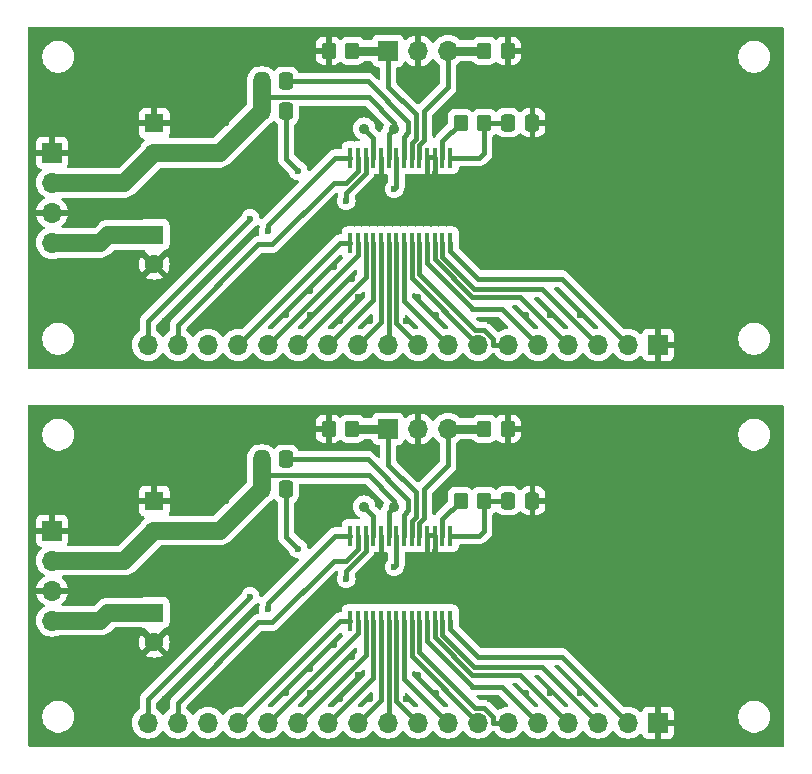
<source format=gbr>
%TF.GenerationSoftware,KiCad,Pcbnew,8.0.4*%
%TF.CreationDate,2024-08-18T00:19:52+02:00*%
%TF.ProjectId,untitled,756e7469-746c-4656-942e-6b696361645f,rev?*%
%TF.SameCoordinates,Original*%
%TF.FileFunction,Copper,L1,Top*%
%TF.FilePolarity,Positive*%
%FSLAX46Y46*%
G04 Gerber Fmt 4.6, Leading zero omitted, Abs format (unit mm)*
G04 Created by KiCad (PCBNEW 8.0.4) date 2024-08-18 00:19:52*
%MOMM*%
%LPD*%
G01*
G04 APERTURE LIST*
G04 Aperture macros list*
%AMRoundRect*
0 Rectangle with rounded corners*
0 $1 Rounding radius*
0 $2 $3 $4 $5 $6 $7 $8 $9 X,Y pos of 4 corners*
0 Add a 4 corners polygon primitive as box body*
4,1,4,$2,$3,$4,$5,$6,$7,$8,$9,$2,$3,0*
0 Add four circle primitives for the rounded corners*
1,1,$1+$1,$2,$3*
1,1,$1+$1,$4,$5*
1,1,$1+$1,$6,$7*
1,1,$1+$1,$8,$9*
0 Add four rect primitives between the rounded corners*
20,1,$1+$1,$2,$3,$4,$5,0*
20,1,$1+$1,$4,$5,$6,$7,0*
20,1,$1+$1,$6,$7,$8,$9,0*
20,1,$1+$1,$8,$9,$2,$3,0*%
G04 Aperture macros list end*
%TA.AperFunction,ComponentPad*%
%ADD10R,1.600000X1.600000*%
%TD*%
%TA.AperFunction,ComponentPad*%
%ADD11C,1.600000*%
%TD*%
%TA.AperFunction,SMDPad,CuDef*%
%ADD12RoundRect,0.250000X-0.350000X-0.450000X0.350000X-0.450000X0.350000X0.450000X-0.350000X0.450000X0*%
%TD*%
%TA.AperFunction,SMDPad,CuDef*%
%ADD13RoundRect,0.250000X0.350000X0.450000X-0.350000X0.450000X-0.350000X-0.450000X0.350000X-0.450000X0*%
%TD*%
%TA.AperFunction,SMDPad,CuDef*%
%ADD14R,0.450000X1.750000*%
%TD*%
%TA.AperFunction,ComponentPad*%
%ADD15R,1.700000X1.700000*%
%TD*%
%TA.AperFunction,ComponentPad*%
%ADD16O,1.700000X1.700000*%
%TD*%
%TA.AperFunction,SMDPad,CuDef*%
%ADD17RoundRect,0.250000X-0.337500X-0.475000X0.337500X-0.475000X0.337500X0.475000X-0.337500X0.475000X0*%
%TD*%
%TA.AperFunction,ViaPad*%
%ADD18C,0.600000*%
%TD*%
%TA.AperFunction,ViaPad*%
%ADD19C,0.900000*%
%TD*%
%TA.AperFunction,Conductor*%
%ADD20C,0.400000*%
%TD*%
%TA.AperFunction,Conductor*%
%ADD21C,0.800000*%
%TD*%
%TA.AperFunction,Conductor*%
%ADD22C,1.500000*%
%TD*%
G04 APERTURE END LIST*
D10*
%TO.P,C5,1*%
%TO.N,Board_0-GND*%
X127176000Y-35676500D03*
D11*
%TO.P,C5,2*%
%TO.N,Board_0-/-5V*%
X127176000Y-38176500D03*
%TD*%
D12*
%TO.P,R2,1*%
%TO.N,Board_1-GND*%
X141940000Y-61540500D03*
%TO.P,R2,2*%
%TO.N,Board_1-/VOUT+*%
X143940000Y-61540500D03*
%TD*%
D10*
%TO.P,C5,1*%
%TO.N,Board_1-GND*%
X127176000Y-67676500D03*
D11*
%TO.P,C5,2*%
%TO.N,Board_1-/-5V*%
X127176000Y-70176500D03*
%TD*%
D13*
%TO.P,R1,1*%
%TO.N,Board_0-Net-(U1-REFOUT)*%
X155116000Y-35636500D03*
%TO.P,R1,2*%
%TO.N,Board_0-Net-(U1-IREFIN)*%
X153116000Y-35636500D03*
%TD*%
D14*
%TO.P,U1,1,DB13*%
%TO.N,Board_1-Net-(J2-Pin_15)*%
X143779000Y-77796500D03*
%TO.P,U1,2,DB12*%
%TO.N,Board_1-Net-(J2-Pin_14)*%
X144429000Y-77796500D03*
%TO.P,U1,3,DB11*%
%TO.N,Board_1-Net-(J2-Pin_13)*%
X145079000Y-77796500D03*
%TO.P,U1,4,DB10*%
%TO.N,Board_1-Net-(J2-Pin_12)*%
X145729000Y-77796500D03*
%TO.P,U1,5,DB9*%
%TO.N,Board_1-Net-(J2-Pin_11)*%
X146379000Y-77796500D03*
%TO.P,U1,6,DB8*%
%TO.N,Board_1-Net-(J2-Pin_10)*%
X147029000Y-77796500D03*
%TO.P,U1,7,DB7*%
%TO.N,Board_1-Net-(J2-Pin_9)*%
X147679000Y-77796500D03*
%TO.P,U1,8,DB6*%
%TO.N,Board_1-Net-(J2-Pin_8)*%
X148329000Y-77796500D03*
%TO.P,U1,9,DB5*%
%TO.N,Board_1-Net-(J2-Pin_7)*%
X148979000Y-77796500D03*
%TO.P,U1,10,DB4*%
%TO.N,Board_1-Net-(J2-Pin_6)*%
X149629000Y-77796500D03*
%TO.P,U1,11,DB3*%
%TO.N,Board_1-Net-(J2-Pin_5)*%
X150279000Y-77796500D03*
%TO.P,U1,12,DB2*%
%TO.N,Board_1-Net-(J2-Pin_4)*%
X150929000Y-77796500D03*
%TO.P,U1,13,DB1*%
%TO.N,Board_1-Net-(J2-Pin_3)*%
X151579000Y-77796500D03*
%TO.P,U1,14,DB0(LSB)*%
%TO.N,Board_1-Net-(J2-Pin_2)*%
X152229000Y-77796500D03*
%TO.P,U1,15,REFOUT*%
%TO.N,Board_1-Net-(U1-REFOUT)*%
X152229000Y-70596500D03*
%TO.P,U1,16,IREFIN*%
%TO.N,Board_1-Net-(U1-IREFIN)*%
X151579000Y-70596500D03*
%TO.P,U1,17,AGND*%
%TO.N,Board_1-GND*%
X150929000Y-70596500D03*
%TO.P,U1,18,LADCOM*%
X150279000Y-70596500D03*
%TO.P,U1,19,IOUT_B*%
%TO.N,Board_1-/VOUT-*%
X149629000Y-70596500D03*
%TO.P,U1,20,IOUT_A*%
%TO.N,Board_1-/VOUT+*%
X148979000Y-70596500D03*
%TO.P,U1,21,COMP1*%
%TO.N,Board_1-Net-(U1-COMP1)*%
X148329000Y-70596500D03*
%TO.P,U1,22,COMP2*%
%TO.N,Board_1-Net-(U1-COMP2)*%
X147679000Y-70596500D03*
%TO.P,U1,23,VSS*%
%TO.N,Board_1-/-5V*%
X147029000Y-70596500D03*
%TO.P,U1,24,DGND*%
%TO.N,Board_1-GND*%
X146379000Y-70596500D03*
%TO.P,U1,25,VDD*%
%TO.N,Board_1-/+5V*%
X145729000Y-70596500D03*
%TO.P,U1,26,CLK*%
%TO.N,Board_1-Net-(J2-Pin_18)*%
X145079000Y-70596500D03*
%TO.P,U1,27,DB15(MSB)*%
%TO.N,Board_1-Net-(J2-Pin_17)*%
X144429000Y-70596500D03*
%TO.P,U1,28,DB14*%
%TO.N,Board_1-Net-(J2-Pin_16)*%
X143779000Y-70596500D03*
%TD*%
D15*
%TO.P,J3,1,Pin_1*%
%TO.N,Board_0-/VOUT+*%
X146988000Y-29540500D03*
D16*
%TO.P,J3,2,Pin_2*%
%TO.N,Board_0-GND*%
X149528000Y-29540500D03*
%TO.P,J3,3,Pin_3*%
%TO.N,Board_0-/VOUT-*%
X152068000Y-29540500D03*
%TD*%
D13*
%TO.P,R3,1*%
%TO.N,Board_0-GND*%
X157116000Y-29540500D03*
%TO.P,R3,2*%
%TO.N,Board_0-/VOUT-*%
X155116000Y-29540500D03*
%TD*%
D12*
%TO.P,R2,1*%
%TO.N,Board_0-GND*%
X141940000Y-29540500D03*
%TO.P,R2,2*%
%TO.N,Board_0-/VOUT+*%
X143940000Y-29540500D03*
%TD*%
D14*
%TO.P,U1,1,DB13*%
%TO.N,Board_0-Net-(J2-Pin_15)*%
X143779000Y-45796500D03*
%TO.P,U1,2,DB12*%
%TO.N,Board_0-Net-(J2-Pin_14)*%
X144429000Y-45796500D03*
%TO.P,U1,3,DB11*%
%TO.N,Board_0-Net-(J2-Pin_13)*%
X145079000Y-45796500D03*
%TO.P,U1,4,DB10*%
%TO.N,Board_0-Net-(J2-Pin_12)*%
X145729000Y-45796500D03*
%TO.P,U1,5,DB9*%
%TO.N,Board_0-Net-(J2-Pin_11)*%
X146379000Y-45796500D03*
%TO.P,U1,6,DB8*%
%TO.N,Board_0-Net-(J2-Pin_10)*%
X147029000Y-45796500D03*
%TO.P,U1,7,DB7*%
%TO.N,Board_0-Net-(J2-Pin_9)*%
X147679000Y-45796500D03*
%TO.P,U1,8,DB6*%
%TO.N,Board_0-Net-(J2-Pin_8)*%
X148329000Y-45796500D03*
%TO.P,U1,9,DB5*%
%TO.N,Board_0-Net-(J2-Pin_7)*%
X148979000Y-45796500D03*
%TO.P,U1,10,DB4*%
%TO.N,Board_0-Net-(J2-Pin_6)*%
X149629000Y-45796500D03*
%TO.P,U1,11,DB3*%
%TO.N,Board_0-Net-(J2-Pin_5)*%
X150279000Y-45796500D03*
%TO.P,U1,12,DB2*%
%TO.N,Board_0-Net-(J2-Pin_4)*%
X150929000Y-45796500D03*
%TO.P,U1,13,DB1*%
%TO.N,Board_0-Net-(J2-Pin_3)*%
X151579000Y-45796500D03*
%TO.P,U1,14,DB0(LSB)*%
%TO.N,Board_0-Net-(J2-Pin_2)*%
X152229000Y-45796500D03*
%TO.P,U1,15,REFOUT*%
%TO.N,Board_0-Net-(U1-REFOUT)*%
X152229000Y-38596500D03*
%TO.P,U1,16,IREFIN*%
%TO.N,Board_0-Net-(U1-IREFIN)*%
X151579000Y-38596500D03*
%TO.P,U1,17,AGND*%
%TO.N,Board_0-GND*%
X150929000Y-38596500D03*
%TO.P,U1,18,LADCOM*%
X150279000Y-38596500D03*
%TO.P,U1,19,IOUT_B*%
%TO.N,Board_0-/VOUT-*%
X149629000Y-38596500D03*
%TO.P,U1,20,IOUT_A*%
%TO.N,Board_0-/VOUT+*%
X148979000Y-38596500D03*
%TO.P,U1,21,COMP1*%
%TO.N,Board_0-Net-(U1-COMP1)*%
X148329000Y-38596500D03*
%TO.P,U1,22,COMP2*%
%TO.N,Board_0-Net-(U1-COMP2)*%
X147679000Y-38596500D03*
%TO.P,U1,23,VSS*%
%TO.N,Board_0-/-5V*%
X147029000Y-38596500D03*
%TO.P,U1,24,DGND*%
%TO.N,Board_0-GND*%
X146379000Y-38596500D03*
%TO.P,U1,25,VDD*%
%TO.N,Board_0-/+5V*%
X145729000Y-38596500D03*
%TO.P,U1,26,CLK*%
%TO.N,Board_0-Net-(J2-Pin_18)*%
X145079000Y-38596500D03*
%TO.P,U1,27,DB15(MSB)*%
%TO.N,Board_0-Net-(J2-Pin_17)*%
X144429000Y-38596500D03*
%TO.P,U1,28,DB14*%
%TO.N,Board_0-Net-(J2-Pin_16)*%
X143779000Y-38596500D03*
%TD*%
D17*
%TO.P,C8,1*%
%TO.N,Board_1-/-5V*%
X136277000Y-64118500D03*
%TO.P,C8,2*%
%TO.N,Board_1-Net-(U1-COMP1)*%
X138352000Y-64118500D03*
%TD*%
D15*
%TO.P,J2,1,Pin_1*%
%TO.N,Board_1-GND*%
X169848000Y-86432500D03*
D16*
%TO.P,J2,2,Pin_2*%
%TO.N,Board_1-Net-(J2-Pin_2)*%
X167308000Y-86432500D03*
%TO.P,J2,3,Pin_3*%
%TO.N,Board_1-Net-(J2-Pin_3)*%
X164768000Y-86432500D03*
%TO.P,J2,4,Pin_4*%
%TO.N,Board_1-Net-(J2-Pin_4)*%
X162228000Y-86432500D03*
%TO.P,J2,5,Pin_5*%
%TO.N,Board_1-Net-(J2-Pin_5)*%
X159688000Y-86432500D03*
%TO.P,J2,6,Pin_6*%
%TO.N,Board_1-Net-(J2-Pin_6)*%
X157148000Y-86432500D03*
%TO.P,J2,7,Pin_7*%
%TO.N,Board_1-Net-(J2-Pin_7)*%
X154608000Y-86432500D03*
%TO.P,J2,8,Pin_8*%
%TO.N,Board_1-Net-(J2-Pin_8)*%
X152068000Y-86432500D03*
%TO.P,J2,9,Pin_9*%
%TO.N,Board_1-Net-(J2-Pin_9)*%
X149528000Y-86432500D03*
%TO.P,J2,10,Pin_10*%
%TO.N,Board_1-Net-(J2-Pin_10)*%
X146988000Y-86432500D03*
%TO.P,J2,11,Pin_11*%
%TO.N,Board_1-Net-(J2-Pin_11)*%
X144448000Y-86432500D03*
%TO.P,J2,12,Pin_12*%
%TO.N,Board_1-Net-(J2-Pin_12)*%
X141908000Y-86432500D03*
%TO.P,J2,13,Pin_13*%
%TO.N,Board_1-Net-(J2-Pin_13)*%
X139368000Y-86432500D03*
%TO.P,J2,14,Pin_14*%
%TO.N,Board_1-Net-(J2-Pin_14)*%
X136828000Y-86432500D03*
%TO.P,J2,15,Pin_15*%
%TO.N,Board_1-Net-(J2-Pin_15)*%
X134288000Y-86432500D03*
%TO.P,J2,16,Pin_16*%
%TO.N,Board_1-Net-(J2-Pin_16)*%
X131748000Y-86432500D03*
%TO.P,J2,17,Pin_17*%
%TO.N,Board_1-Net-(J2-Pin_17)*%
X129208000Y-86432500D03*
%TO.P,J2,18,Pin_18*%
%TO.N,Board_1-Net-(J2-Pin_18)*%
X126668000Y-86432500D03*
%TD*%
D15*
%TO.P,J2,1,Pin_1*%
%TO.N,Board_0-GND*%
X169848000Y-54432500D03*
D16*
%TO.P,J2,2,Pin_2*%
%TO.N,Board_0-Net-(J2-Pin_2)*%
X167308000Y-54432500D03*
%TO.P,J2,3,Pin_3*%
%TO.N,Board_0-Net-(J2-Pin_3)*%
X164768000Y-54432500D03*
%TO.P,J2,4,Pin_4*%
%TO.N,Board_0-Net-(J2-Pin_4)*%
X162228000Y-54432500D03*
%TO.P,J2,5,Pin_5*%
%TO.N,Board_0-Net-(J2-Pin_5)*%
X159688000Y-54432500D03*
%TO.P,J2,6,Pin_6*%
%TO.N,Board_0-Net-(J2-Pin_6)*%
X157148000Y-54432500D03*
%TO.P,J2,7,Pin_7*%
%TO.N,Board_0-Net-(J2-Pin_7)*%
X154608000Y-54432500D03*
%TO.P,J2,8,Pin_8*%
%TO.N,Board_0-Net-(J2-Pin_8)*%
X152068000Y-54432500D03*
%TO.P,J2,9,Pin_9*%
%TO.N,Board_0-Net-(J2-Pin_9)*%
X149528000Y-54432500D03*
%TO.P,J2,10,Pin_10*%
%TO.N,Board_0-Net-(J2-Pin_10)*%
X146988000Y-54432500D03*
%TO.P,J2,11,Pin_11*%
%TO.N,Board_0-Net-(J2-Pin_11)*%
X144448000Y-54432500D03*
%TO.P,J2,12,Pin_12*%
%TO.N,Board_0-Net-(J2-Pin_12)*%
X141908000Y-54432500D03*
%TO.P,J2,13,Pin_13*%
%TO.N,Board_0-Net-(J2-Pin_13)*%
X139368000Y-54432500D03*
%TO.P,J2,14,Pin_14*%
%TO.N,Board_0-Net-(J2-Pin_14)*%
X136828000Y-54432500D03*
%TO.P,J2,15,Pin_15*%
%TO.N,Board_0-Net-(J2-Pin_15)*%
X134288000Y-54432500D03*
%TO.P,J2,16,Pin_16*%
%TO.N,Board_0-Net-(J2-Pin_16)*%
X131748000Y-54432500D03*
%TO.P,J2,17,Pin_17*%
%TO.N,Board_0-Net-(J2-Pin_17)*%
X129208000Y-54432500D03*
%TO.P,J2,18,Pin_18*%
%TO.N,Board_0-Net-(J2-Pin_18)*%
X126668000Y-54432500D03*
%TD*%
D17*
%TO.P,C1,1*%
%TO.N,Board_1-Net-(U1-REFOUT)*%
X157126500Y-67636500D03*
%TO.P,C1,2*%
%TO.N,Board_1-GND*%
X159201500Y-67636500D03*
%TD*%
D13*
%TO.P,R1,1*%
%TO.N,Board_1-Net-(U1-REFOUT)*%
X155116000Y-67636500D03*
%TO.P,R1,2*%
%TO.N,Board_1-Net-(U1-IREFIN)*%
X153116000Y-67636500D03*
%TD*%
D10*
%TO.P,C2,1*%
%TO.N,Board_0-/+5V*%
X127176000Y-45122121D03*
D11*
%TO.P,C2,2*%
%TO.N,Board_0-GND*%
X127176000Y-47622121D03*
%TD*%
D17*
%TO.P,C8,1*%
%TO.N,Board_0-/-5V*%
X136277000Y-32118500D03*
%TO.P,C8,2*%
%TO.N,Board_0-Net-(U1-COMP1)*%
X138352000Y-32118500D03*
%TD*%
%TO.P,C9,1*%
%TO.N,Board_1-/-5V*%
X136277000Y-66620500D03*
%TO.P,C9,2*%
%TO.N,Board_1-Net-(U1-COMP2)*%
X138352000Y-66620500D03*
%TD*%
D15*
%TO.P,J4,1,Pin_1*%
%TO.N,Board_0-GND*%
X118540000Y-38176500D03*
D16*
%TO.P,J4,2,Pin_2*%
%TO.N,Board_0-/-5V*%
X118540000Y-40716500D03*
%TO.P,J4,3,Pin_3*%
%TO.N,Board_0-GND*%
X118540000Y-43256500D03*
%TO.P,J4,4,Pin_4*%
%TO.N,Board_0-/+5V*%
X118540000Y-45796500D03*
%TD*%
D17*
%TO.P,C9,1*%
%TO.N,Board_0-/-5V*%
X136277000Y-34620500D03*
%TO.P,C9,2*%
%TO.N,Board_0-Net-(U1-COMP2)*%
X138352000Y-34620500D03*
%TD*%
D15*
%TO.P,J4,1,Pin_1*%
%TO.N,Board_1-GND*%
X118540000Y-70176500D03*
D16*
%TO.P,J4,2,Pin_2*%
%TO.N,Board_1-/-5V*%
X118540000Y-72716500D03*
%TO.P,J4,3,Pin_3*%
%TO.N,Board_1-GND*%
X118540000Y-75256500D03*
%TO.P,J4,4,Pin_4*%
%TO.N,Board_1-/+5V*%
X118540000Y-77796500D03*
%TD*%
D17*
%TO.P,C1,1*%
%TO.N,Board_0-Net-(U1-REFOUT)*%
X157126500Y-35636500D03*
%TO.P,C1,2*%
%TO.N,Board_0-GND*%
X159201500Y-35636500D03*
%TD*%
D13*
%TO.P,R3,1*%
%TO.N,Board_1-GND*%
X157116000Y-61540500D03*
%TO.P,R3,2*%
%TO.N,Board_1-/VOUT-*%
X155116000Y-61540500D03*
%TD*%
D15*
%TO.P,J3,1,Pin_1*%
%TO.N,Board_1-/VOUT+*%
X146988000Y-61540500D03*
D16*
%TO.P,J3,2,Pin_2*%
%TO.N,Board_1-GND*%
X149528000Y-61540500D03*
%TO.P,J3,3,Pin_3*%
%TO.N,Board_1-/VOUT-*%
X152068000Y-61540500D03*
%TD*%
D10*
%TO.P,C2,1*%
%TO.N,Board_1-/+5V*%
X127176000Y-77122121D03*
D11*
%TO.P,C2,2*%
%TO.N,Board_1-GND*%
X127176000Y-79622121D03*
%TD*%
D18*
%TO.N,Board_1-Net-(U1-COMP2)*%
X139368000Y-71700500D03*
X147496000Y-73224500D03*
%TO.N,Board_1-Net-(J2-Pin_18)*%
X135304000Y-75764500D03*
X143432000Y-74240500D03*
%TO.N,Board_1-Net-(J2-Pin_16)*%
X136828000Y-76780500D03*
%TO.N,Board_1-GND*%
X160704000Y-62556500D03*
X165276000Y-65096500D03*
X133272000Y-61032500D03*
X127684000Y-61032500D03*
X146988000Y-74240500D03*
X169848000Y-80844500D03*
X125144000Y-83892500D03*
X157148000Y-73732500D03*
X160704000Y-83892500D03*
X165276000Y-67128500D03*
X136320000Y-69668500D03*
X178484000Y-73224500D03*
X176452000Y-69160500D03*
X173912000Y-78812500D03*
X163244000Y-69160500D03*
X155116000Y-77796500D03*
X130224000Y-72208500D03*
X165276000Y-78304500D03*
X148512000Y-63064500D03*
X122099511Y-63078154D03*
X171880000Y-62556500D03*
X140384000Y-81860500D03*
X139368000Y-78812500D03*
X133272000Y-65096500D03*
X155624000Y-84400500D03*
X142924000Y-84400500D03*
X137844000Y-62556500D03*
X174420000Y-86940500D03*
X173912000Y-73732500D03*
X155624000Y-79828500D03*
X158672000Y-75764500D03*
X176452000Y-71192500D03*
X120064000Y-82368500D03*
X140384000Y-83892500D03*
X117524000Y-82368500D03*
X137336000Y-80844500D03*
X133780000Y-78812500D03*
X139876000Y-61032500D03*
X157148000Y-71700500D03*
X172388000Y-84908500D03*
X165276000Y-80336500D03*
X178484000Y-77796500D03*
X122096000Y-71192500D03*
X176452000Y-77796500D03*
X160704000Y-66112500D03*
X135812000Y-76780500D03*
X173912000Y-65096500D03*
X122096000Y-67636500D03*
X122096000Y-61032500D03*
X127176000Y-73224500D03*
X128065000Y-84400500D03*
X171880000Y-78812500D03*
X135304000Y-82876500D03*
X160704000Y-75764500D03*
X173912000Y-80844500D03*
X127176000Y-74748500D03*
X117524000Y-65096500D03*
X163244000Y-65096500D03*
X173912000Y-76272500D03*
X152576000Y-75764500D03*
X169848000Y-60524500D03*
X119556000Y-65096500D03*
X142416000Y-79828500D03*
X140384000Y-70684500D03*
X176452000Y-81860500D03*
X160704000Y-79320500D03*
X146226000Y-67890500D03*
X174420000Y-84908500D03*
X123620000Y-66620500D03*
X151052000Y-75764500D03*
X169848000Y-78812500D03*
X178484000Y-79828500D03*
X165276000Y-75764500D03*
X178484000Y-81860500D03*
X176452000Y-73224500D03*
X155116000Y-73732500D03*
X165276000Y-73732500D03*
X171880000Y-71700500D03*
X163244000Y-83892500D03*
X130732000Y-74240500D03*
X173912000Y-67128500D03*
X124636000Y-65096500D03*
X124636000Y-61032500D03*
X124636000Y-63064500D03*
X163244000Y-60524500D03*
X160704000Y-64080500D03*
X143940000Y-80844500D03*
X144448000Y-82368500D03*
X178484000Y-67128500D03*
X163244000Y-75764500D03*
X132764000Y-76907500D03*
X158672000Y-77288500D03*
X160704000Y-69160500D03*
X169848000Y-73732500D03*
X167816000Y-62556500D03*
X122604000Y-86432500D03*
X130224000Y-61032500D03*
X171880000Y-60524500D03*
X169848000Y-65096500D03*
X122604000Y-82368500D03*
X163244000Y-80336500D03*
X176452000Y-79828500D03*
X149020000Y-73732500D03*
X167816000Y-76272500D03*
X140892000Y-69160500D03*
X157148000Y-77796500D03*
X148512000Y-75764500D03*
X127557000Y-81987500D03*
X172388000Y-86940500D03*
X144956000Y-73732500D03*
X171880000Y-80844500D03*
X143940000Y-75764500D03*
X133272000Y-67636500D03*
X165276000Y-71192500D03*
X117524000Y-67636500D03*
X158672000Y-73732500D03*
X155116000Y-71700500D03*
X140384000Y-66493500D03*
X160704000Y-60524500D03*
X130732000Y-67636500D03*
X155558381Y-66137622D03*
X130224000Y-63064500D03*
X125144000Y-82368500D03*
X158672000Y-62556500D03*
X167816000Y-71700500D03*
X122096000Y-65096500D03*
X151052000Y-63064500D03*
X176452000Y-67128500D03*
X152576000Y-72208500D03*
X137844000Y-72716500D03*
X167816000Y-65096500D03*
X136066000Y-73732500D03*
X155624000Y-64080500D03*
X167816000Y-67128500D03*
X120064000Y-80336500D03*
X148512000Y-84400500D03*
X178484000Y-69160500D03*
X139876000Y-62556500D03*
X169848000Y-62556500D03*
X169848000Y-71700500D03*
X153084000Y-66112500D03*
X158672000Y-60524500D03*
X173912000Y-60524500D03*
X171880000Y-73732500D03*
X155116000Y-75764500D03*
X165276000Y-62556500D03*
X149528000Y-82368500D03*
X173912000Y-71700500D03*
X141908000Y-61540500D03*
X167816000Y-69160500D03*
X178484000Y-71192500D03*
X163244000Y-73732500D03*
X158164000Y-64080500D03*
X122604000Y-84400500D03*
X141400000Y-76780500D03*
X167816000Y-78812500D03*
X151052000Y-83892500D03*
X160704000Y-71192500D03*
X145464000Y-84400500D03*
X171880000Y-67128500D03*
X169848000Y-69160500D03*
X176452000Y-75764500D03*
X167816000Y-60524500D03*
X160704000Y-77288500D03*
X174420000Y-82876500D03*
X163244000Y-67128500D03*
X149020000Y-72208500D03*
X158672000Y-83892500D03*
X171880000Y-65096500D03*
X158672000Y-69160500D03*
X138352000Y-83892500D03*
X122604000Y-80336500D03*
X151052000Y-74240500D03*
X165276000Y-69160500D03*
X160704000Y-73732500D03*
X178484000Y-75764500D03*
X121588000Y-74240500D03*
X163244000Y-62556500D03*
X121588000Y-76272500D03*
X158672000Y-79320500D03*
X137844000Y-61032500D03*
X133272000Y-63064500D03*
X163244000Y-78304500D03*
X135812000Y-61032500D03*
X131240000Y-81352500D03*
X153084000Y-64080500D03*
X165276000Y-60524500D03*
X172388000Y-82876500D03*
X133272000Y-72208500D03*
X157148000Y-75764500D03*
X145972000Y-75764500D03*
X135812000Y-62556500D03*
X158672000Y-71192500D03*
X167816000Y-80844500D03*
X167816000Y-73732500D03*
X163244000Y-71192500D03*
X124636000Y-74748500D03*
X152576000Y-73732500D03*
X169848000Y-67128500D03*
X127684000Y-63064500D03*
X130224000Y-65096500D03*
X117524000Y-80336500D03*
X173912000Y-62556500D03*
X119556000Y-67636500D03*
X171880000Y-76272500D03*
X171880000Y-69160500D03*
X169848000Y-76272500D03*
X173912000Y-69160500D03*
D19*
%TO.N,Board_1-/-5V*%
X147496000Y-68144500D03*
%TO.N,Board_1-/+5V*%
X144956000Y-68144500D03*
D18*
%TO.N,Board_0-Net-(U1-COMP2)*%
X139368000Y-39700500D03*
X147496000Y-41224500D03*
%TO.N,Board_0-Net-(J2-Pin_18)*%
X135304000Y-43764500D03*
X143432000Y-42240500D03*
%TO.N,Board_0-Net-(J2-Pin_16)*%
X136828000Y-44780500D03*
%TO.N,Board_0-GND*%
X158672000Y-41732500D03*
X169848000Y-48844500D03*
X172388000Y-50876500D03*
X163244000Y-48336500D03*
X151052000Y-31064500D03*
X178484000Y-45796500D03*
X128065000Y-52400500D03*
X155624000Y-32080500D03*
X157148000Y-45796500D03*
X152576000Y-43764500D03*
X169848000Y-39700500D03*
X163244000Y-41732500D03*
X117524000Y-33096500D03*
X137844000Y-29032500D03*
X140384000Y-49860500D03*
X143940000Y-48844500D03*
X160704000Y-37160500D03*
X176452000Y-35128500D03*
X173912000Y-41732500D03*
X160704000Y-32080500D03*
X165276000Y-35128500D03*
X167816000Y-44272500D03*
X171880000Y-41732500D03*
X155558381Y-34137622D03*
X160704000Y-28524500D03*
X165276000Y-43764500D03*
X173912000Y-48844500D03*
X178484000Y-35128500D03*
X171880000Y-46812500D03*
X158672000Y-43764500D03*
X117524000Y-35636500D03*
X122604000Y-52400500D03*
X171880000Y-30556500D03*
X174420000Y-50876500D03*
X155116000Y-45796500D03*
X138352000Y-51892500D03*
X158672000Y-51892500D03*
X165276000Y-41732500D03*
X132764000Y-44907500D03*
X121588000Y-44272500D03*
X155624000Y-47828500D03*
X173912000Y-28524500D03*
X160704000Y-47320500D03*
X149020000Y-40208500D03*
X165276000Y-39192500D03*
X148512000Y-43764500D03*
X158672000Y-28524500D03*
X165276000Y-37160500D03*
X139876000Y-30556500D03*
X135812000Y-29032500D03*
X130732000Y-35636500D03*
X176452000Y-47828500D03*
X135812000Y-44780500D03*
X176452000Y-41224500D03*
X122604000Y-48336500D03*
X176452000Y-37160500D03*
X171880000Y-35128500D03*
X124636000Y-31064500D03*
X127684000Y-31064500D03*
X155116000Y-41732500D03*
X130732000Y-42240500D03*
X158672000Y-30556500D03*
X149020000Y-41732500D03*
X157148000Y-39700500D03*
X141400000Y-44780500D03*
X176452000Y-45796500D03*
X127176000Y-41224500D03*
X158672000Y-37160500D03*
X133272000Y-31064500D03*
X122096000Y-39192500D03*
X130224000Y-29032500D03*
X136320000Y-37668500D03*
X122099511Y-31078154D03*
X130224000Y-31064500D03*
X169848000Y-33096500D03*
X124636000Y-29032500D03*
X160704000Y-30556500D03*
X144448000Y-50368500D03*
X171880000Y-33096500D03*
X140384000Y-51892500D03*
X165276000Y-48336500D03*
X173912000Y-44272500D03*
X145464000Y-52400500D03*
X158164000Y-32080500D03*
X167816000Y-35128500D03*
X173912000Y-30556500D03*
X171880000Y-48844500D03*
X178484000Y-41224500D03*
X163244000Y-43764500D03*
X173912000Y-37160500D03*
X153084000Y-32080500D03*
X139368000Y-46812500D03*
X163244000Y-35128500D03*
X143940000Y-43764500D03*
X173912000Y-35128500D03*
X167816000Y-41732500D03*
X124636000Y-42748500D03*
X127176000Y-42748500D03*
X125144000Y-51892500D03*
X137844000Y-30556500D03*
X158672000Y-47320500D03*
X140892000Y-37160500D03*
X167816000Y-48844500D03*
X127684000Y-29032500D03*
X122096000Y-29032500D03*
X163244000Y-33096500D03*
X160704000Y-51892500D03*
X155624000Y-52400500D03*
X165276000Y-46304500D03*
X137336000Y-48844500D03*
X140384000Y-34493500D03*
X133780000Y-46812500D03*
X176452000Y-43764500D03*
X117524000Y-48336500D03*
X131240000Y-49352500D03*
X167816000Y-33096500D03*
X133272000Y-29032500D03*
X163244000Y-37160500D03*
X163244000Y-28524500D03*
X167816000Y-37160500D03*
X155116000Y-43764500D03*
X169848000Y-37160500D03*
X144956000Y-41732500D03*
X146226000Y-35890500D03*
X149528000Y-50368500D03*
X167816000Y-30556500D03*
X124636000Y-33096500D03*
X135812000Y-30556500D03*
X121588000Y-42240500D03*
X169848000Y-30556500D03*
X151052000Y-42240500D03*
X178484000Y-43764500D03*
X135304000Y-50876500D03*
X122604000Y-50368500D03*
X125144000Y-50368500D03*
X148512000Y-52400500D03*
X145972000Y-43764500D03*
X163244000Y-39192500D03*
X133272000Y-33096500D03*
X122096000Y-33096500D03*
X120064000Y-50368500D03*
X163244000Y-30556500D03*
X148512000Y-31064500D03*
X133272000Y-40208500D03*
X157148000Y-43764500D03*
X160704000Y-43764500D03*
X119556000Y-33096500D03*
X123620000Y-34620500D03*
X157148000Y-41732500D03*
X152576000Y-41732500D03*
X178484000Y-47828500D03*
X151052000Y-51892500D03*
X171880000Y-39700500D03*
X160704000Y-41732500D03*
X137844000Y-40716500D03*
X141908000Y-29540500D03*
X140384000Y-38684500D03*
X169848000Y-46812500D03*
X176452000Y-49860500D03*
X173912000Y-33096500D03*
X146988000Y-42240500D03*
X160704000Y-39192500D03*
X158672000Y-45288500D03*
X167816000Y-28524500D03*
X127557000Y-49987500D03*
X139876000Y-29032500D03*
X133272000Y-35636500D03*
X171880000Y-28524500D03*
X169848000Y-41732500D03*
X169848000Y-35128500D03*
X173912000Y-39700500D03*
X172388000Y-54940500D03*
X136066000Y-41732500D03*
X122096000Y-35636500D03*
X160704000Y-34112500D03*
X142924000Y-52400500D03*
X169848000Y-28524500D03*
X122604000Y-54432500D03*
X169848000Y-44272500D03*
X130224000Y-33096500D03*
X167816000Y-46812500D03*
X174420000Y-52908500D03*
X119556000Y-35636500D03*
X160704000Y-45288500D03*
X171880000Y-44272500D03*
X165276000Y-30556500D03*
X163244000Y-46304500D03*
X151052000Y-43764500D03*
X163244000Y-51892500D03*
X178484000Y-49860500D03*
X130224000Y-40208500D03*
X167816000Y-39700500D03*
X120064000Y-48336500D03*
X142416000Y-47828500D03*
X155116000Y-39700500D03*
X172388000Y-52908500D03*
X158672000Y-39192500D03*
X153084000Y-34112500D03*
X178484000Y-37160500D03*
X152576000Y-40208500D03*
X173912000Y-46812500D03*
X171880000Y-37160500D03*
X174420000Y-54940500D03*
X178484000Y-39192500D03*
X165276000Y-28524500D03*
X165276000Y-33096500D03*
X176452000Y-39192500D03*
X117524000Y-50368500D03*
D19*
%TO.N,Board_0-/-5V*%
X147496000Y-36144500D03*
%TO.N,Board_0-/+5V*%
X144956000Y-36144500D03*
%TD*%
D20*
%TO.N,Board_1-Net-(U1-REFOUT)*%
X155116000Y-67636500D02*
X157126500Y-67636500D01*
X154696000Y-70596500D02*
X155116000Y-70176500D01*
X155116000Y-70176500D02*
X155116000Y-67636500D01*
X152229000Y-70596500D02*
X154696000Y-70596500D01*
%TO.N,Board_1-Net-(U1-IREFIN)*%
X151579000Y-70596500D02*
X151579000Y-69173500D01*
X151579000Y-69173500D02*
X153116000Y-67636500D01*
%TO.N,Board_1-Net-(U1-COMP2)*%
X138352000Y-70684500D02*
X138352000Y-66620500D01*
X139368000Y-71700500D02*
X138352000Y-70684500D01*
X147679000Y-73041500D02*
X147496000Y-73224500D01*
X147679000Y-70596500D02*
X147679000Y-73041500D01*
%TO.N,Board_1-Net-(U1-COMP1)*%
X145248000Y-64118500D02*
X148704000Y-67574500D01*
X138352000Y-64118500D02*
X145248000Y-64118500D01*
X148329000Y-68809450D02*
X148329000Y-70596500D01*
X148704000Y-67574500D02*
X148704000Y-68434450D01*
X148704000Y-68434450D02*
X148329000Y-68809450D01*
%TO.N,Board_1-Net-(J2-Pin_9)*%
X147679000Y-84583500D02*
X149528000Y-86432500D01*
X147679000Y-77796500D02*
X147679000Y-84583500D01*
%TO.N,Board_1-Net-(J2-Pin_8)*%
X148329000Y-82693500D02*
X152068000Y-86432500D01*
X148329000Y-77796500D02*
X148329000Y-82693500D01*
%TO.N,Board_1-Net-(J2-Pin_7)*%
X154608000Y-86432500D02*
X148979000Y-80803500D01*
X148979000Y-80803500D02*
X148979000Y-77796500D01*
%TO.N,Board_1-Net-(J2-Pin_6)*%
X155125767Y-85182500D02*
X155858000Y-85914733D01*
X154374000Y-85182500D02*
X155125767Y-85182500D01*
X149629000Y-80437500D02*
X154374000Y-85182500D01*
X155858000Y-85914733D02*
X155858000Y-86432500D01*
X149629000Y-77796500D02*
X149629000Y-80437500D01*
X155858000Y-86432500D02*
X157148000Y-86432500D01*
%TO.N,Board_1-Net-(J2-Pin_5)*%
X154100000Y-83384500D02*
X156640000Y-83384500D01*
X154100000Y-83308206D02*
X154100000Y-83384500D01*
X156640000Y-83384500D02*
X159688000Y-86432500D01*
X150279000Y-77796500D02*
X150279000Y-79487206D01*
X150279000Y-79487206D02*
X154100000Y-83308206D01*
%TO.N,Board_1-Net-(J2-Pin_4)*%
X158164000Y-82368500D02*
X162228000Y-86432500D01*
X150929000Y-77796500D02*
X150929000Y-79197500D01*
X154100000Y-82368500D02*
X158164000Y-82368500D01*
X150929000Y-79197500D02*
X154100000Y-82368500D01*
%TO.N,Board_1-Net-(J2-Pin_3)*%
X154270264Y-81690236D02*
X160025736Y-81690236D01*
X160025736Y-81690236D02*
X164768000Y-86432500D01*
X151579000Y-77796500D02*
X151579000Y-78998972D01*
X151579000Y-78998972D02*
X154270264Y-81690236D01*
%TO.N,Board_1-Net-(J2-Pin_2)*%
X161720000Y-80844500D02*
X167308000Y-86432500D01*
X152229000Y-77796500D02*
X152229000Y-78465500D01*
X154608000Y-80844500D02*
X161720000Y-80844500D01*
X152229000Y-78465500D02*
X154608000Y-80844500D01*
%TO.N,Board_1-Net-(J2-Pin_18)*%
X126668000Y-84400500D02*
X126668000Y-86432500D01*
X135304000Y-75764500D02*
X126668000Y-84400500D01*
X143432000Y-73565028D02*
X145079000Y-71918028D01*
X143432000Y-74240500D02*
X143432000Y-73565028D01*
X145079000Y-71918028D02*
X145079000Y-70596500D01*
%TO.N,Board_1-Net-(J2-Pin_17)*%
X144429000Y-71719500D02*
X144429000Y-70596500D01*
X136004000Y-77945028D02*
X137187472Y-77945028D01*
X137187472Y-77945028D02*
X142416000Y-72716500D01*
X129208000Y-84741028D02*
X136004000Y-77945028D01*
X143432000Y-72716500D02*
X144429000Y-71719500D01*
X142416000Y-72716500D02*
X143432000Y-72716500D01*
X129208000Y-86432500D02*
X129208000Y-84741028D01*
%TO.N,Board_1-Net-(J2-Pin_16)*%
X136828000Y-76272500D02*
X136828000Y-76780500D01*
X142504000Y-70596500D02*
X136828000Y-76272500D01*
X142504000Y-70596500D02*
X143779000Y-70596500D01*
%TO.N,Board_1-Net-(J2-Pin_15)*%
X134288000Y-86432500D02*
X142924000Y-77796500D01*
X142924000Y-77796500D02*
X143779000Y-77796500D01*
%TO.N,Board_1-Net-(J2-Pin_14)*%
X144429000Y-78831500D02*
X144429000Y-77796500D01*
X136828000Y-86432500D02*
X144429000Y-78831500D01*
%TO.N,Board_1-Net-(J2-Pin_13)*%
X145079000Y-77796500D02*
X145079000Y-80721500D01*
X145079000Y-80721500D02*
X139368000Y-86432500D01*
%TO.N,Board_1-Net-(J2-Pin_12)*%
X145729000Y-77796500D02*
X145729000Y-82611500D01*
X145729000Y-82611500D02*
X141908000Y-86432500D01*
%TO.N,Board_1-Net-(J2-Pin_11)*%
X146379000Y-84501500D02*
X144448000Y-86432500D01*
X146379000Y-77796500D02*
X146379000Y-84501500D01*
%TO.N,Board_1-Net-(J2-Pin_10)*%
X147029000Y-86391500D02*
X146988000Y-86432500D01*
X147029000Y-77796500D02*
X147029000Y-86391500D01*
%TO.N,Board_1-GND*%
X146379000Y-72817500D02*
X145972000Y-73224500D01*
X146379000Y-70596500D02*
X146379000Y-72817500D01*
X150929000Y-70596500D02*
X150929000Y-73101500D01*
X150279000Y-72451500D02*
X150929000Y-73101500D01*
X151052000Y-73224500D02*
X150929000Y-73101500D01*
X150279000Y-70596500D02*
X150279000Y-72451500D01*
%TO.N,Board_1-/VOUT-*%
X149629000Y-70596500D02*
X149629000Y-69545028D01*
X150036000Y-69138028D02*
X150036000Y-66620500D01*
D21*
X152068000Y-61540500D02*
X155116000Y-61540500D01*
D20*
X149629000Y-69545028D02*
X150036000Y-69138028D01*
X150036000Y-66620500D02*
X152068000Y-64588500D01*
X152068000Y-64588500D02*
X152068000Y-61540500D01*
%TO.N,Board_1-/VOUT+*%
X148979000Y-69346500D02*
X149304000Y-69021500D01*
X146988000Y-64588500D02*
X146988000Y-61540500D01*
X149304000Y-66904500D02*
X146988000Y-64588500D01*
D21*
X146988000Y-61540500D02*
X143940000Y-61540500D01*
D20*
X149304000Y-69021500D02*
X149304000Y-66904500D01*
X148979000Y-70596500D02*
X148979000Y-69346500D01*
%TO.N,Board_1-/-5V*%
X136640000Y-65495500D02*
X136277000Y-65858500D01*
D22*
X127176000Y-70176500D02*
X132721000Y-70176500D01*
D20*
X136277000Y-65858500D02*
X136277000Y-66620500D01*
X147496000Y-68144500D02*
X147029000Y-68611500D01*
D22*
X118540000Y-72716500D02*
X124636000Y-72716500D01*
X136277000Y-64118500D02*
X136277000Y-66620500D01*
D20*
X147029000Y-68611500D02*
X147029000Y-70596500D01*
X147496000Y-67636500D02*
X145355000Y-65495500D01*
X145355000Y-65495500D02*
X136640000Y-65495500D01*
D22*
X124636000Y-72716500D02*
X127176000Y-70176500D01*
D20*
X147496000Y-68144500D02*
X147496000Y-67636500D01*
D22*
X132721000Y-70176500D02*
X136277000Y-66620500D01*
%TO.N,Board_1-/+5V*%
X123278379Y-77122121D02*
X127176000Y-77122121D01*
D20*
X145729000Y-68917500D02*
X144956000Y-68144500D01*
X145729000Y-70596500D02*
X145729000Y-68917500D01*
D22*
X122604000Y-77796500D02*
X123278379Y-77122121D01*
X118540000Y-77796500D02*
X122604000Y-77796500D01*
D20*
%TO.N,Board_0-Net-(U1-REFOUT)*%
X155116000Y-35636500D02*
X157126500Y-35636500D01*
X152229000Y-38596500D02*
X154696000Y-38596500D01*
X155116000Y-38176500D02*
X155116000Y-35636500D01*
X154696000Y-38596500D02*
X155116000Y-38176500D01*
%TO.N,Board_0-Net-(U1-IREFIN)*%
X151579000Y-37173500D02*
X153116000Y-35636500D01*
X151579000Y-38596500D02*
X151579000Y-37173500D01*
%TO.N,Board_0-Net-(U1-COMP2)*%
X139368000Y-39700500D02*
X138352000Y-38684500D01*
X147679000Y-38596500D02*
X147679000Y-41041500D01*
X138352000Y-38684500D02*
X138352000Y-34620500D01*
X147679000Y-41041500D02*
X147496000Y-41224500D01*
%TO.N,Board_0-Net-(U1-COMP1)*%
X145248000Y-32118500D02*
X148704000Y-35574500D01*
X148704000Y-36434450D02*
X148329000Y-36809450D01*
X148704000Y-35574500D02*
X148704000Y-36434450D01*
X148329000Y-36809450D02*
X148329000Y-38596500D01*
X138352000Y-32118500D02*
X145248000Y-32118500D01*
%TO.N,Board_0-Net-(J2-Pin_9)*%
X147679000Y-45796500D02*
X147679000Y-52583500D01*
X147679000Y-52583500D02*
X149528000Y-54432500D01*
%TO.N,Board_0-Net-(J2-Pin_8)*%
X148329000Y-50693500D02*
X152068000Y-54432500D01*
X148329000Y-45796500D02*
X148329000Y-50693500D01*
%TO.N,Board_0-Net-(J2-Pin_7)*%
X148979000Y-48803500D02*
X148979000Y-45796500D01*
X154608000Y-54432500D02*
X148979000Y-48803500D01*
%TO.N,Board_0-Net-(J2-Pin_6)*%
X155125767Y-53182500D02*
X155858000Y-53914733D01*
X155858000Y-53914733D02*
X155858000Y-54432500D01*
X149629000Y-48437500D02*
X154374000Y-53182500D01*
X155858000Y-54432500D02*
X157148000Y-54432500D01*
X154374000Y-53182500D02*
X155125767Y-53182500D01*
X149629000Y-45796500D02*
X149629000Y-48437500D01*
%TO.N,Board_0-Net-(J2-Pin_5)*%
X154100000Y-51384500D02*
X156640000Y-51384500D01*
X150279000Y-47487206D02*
X154100000Y-51308206D01*
X154100000Y-51308206D02*
X154100000Y-51384500D01*
X150279000Y-45796500D02*
X150279000Y-47487206D01*
X156640000Y-51384500D02*
X159688000Y-54432500D01*
%TO.N,Board_0-Net-(J2-Pin_4)*%
X150929000Y-47197500D02*
X154100000Y-50368500D01*
X150929000Y-45796500D02*
X150929000Y-47197500D01*
X158164000Y-50368500D02*
X162228000Y-54432500D01*
X154100000Y-50368500D02*
X158164000Y-50368500D01*
%TO.N,Board_0-Net-(J2-Pin_3)*%
X151579000Y-46998972D02*
X154270264Y-49690236D01*
X160025736Y-49690236D02*
X164768000Y-54432500D01*
X151579000Y-45796500D02*
X151579000Y-46998972D01*
X154270264Y-49690236D02*
X160025736Y-49690236D01*
%TO.N,Board_0-Net-(J2-Pin_2)*%
X161720000Y-48844500D02*
X167308000Y-54432500D01*
X152229000Y-46465500D02*
X154608000Y-48844500D01*
X154608000Y-48844500D02*
X161720000Y-48844500D01*
X152229000Y-45796500D02*
X152229000Y-46465500D01*
%TO.N,Board_0-Net-(J2-Pin_18)*%
X145079000Y-39918028D02*
X145079000Y-38596500D01*
X135304000Y-43764500D02*
X126668000Y-52400500D01*
X126668000Y-52400500D02*
X126668000Y-54432500D01*
X143432000Y-41565028D02*
X145079000Y-39918028D01*
X143432000Y-42240500D02*
X143432000Y-41565028D01*
%TO.N,Board_0-Net-(J2-Pin_17)*%
X137187472Y-45945028D02*
X142416000Y-40716500D01*
X129208000Y-52741028D02*
X136004000Y-45945028D01*
X129208000Y-54432500D02*
X129208000Y-52741028D01*
X142416000Y-40716500D02*
X143432000Y-40716500D01*
X144429000Y-39719500D02*
X144429000Y-38596500D01*
X136004000Y-45945028D02*
X137187472Y-45945028D01*
X143432000Y-40716500D02*
X144429000Y-39719500D01*
%TO.N,Board_0-Net-(J2-Pin_16)*%
X136828000Y-44272500D02*
X136828000Y-44780500D01*
X142504000Y-38596500D02*
X143779000Y-38596500D01*
X142504000Y-38596500D02*
X136828000Y-44272500D01*
%TO.N,Board_0-Net-(J2-Pin_15)*%
X142924000Y-45796500D02*
X143779000Y-45796500D01*
X134288000Y-54432500D02*
X142924000Y-45796500D01*
%TO.N,Board_0-Net-(J2-Pin_14)*%
X136828000Y-54432500D02*
X144429000Y-46831500D01*
X144429000Y-46831500D02*
X144429000Y-45796500D01*
%TO.N,Board_0-Net-(J2-Pin_13)*%
X145079000Y-48721500D02*
X139368000Y-54432500D01*
X145079000Y-45796500D02*
X145079000Y-48721500D01*
%TO.N,Board_0-Net-(J2-Pin_12)*%
X145729000Y-45796500D02*
X145729000Y-50611500D01*
X145729000Y-50611500D02*
X141908000Y-54432500D01*
%TO.N,Board_0-Net-(J2-Pin_11)*%
X146379000Y-52501500D02*
X144448000Y-54432500D01*
X146379000Y-45796500D02*
X146379000Y-52501500D01*
%TO.N,Board_0-Net-(J2-Pin_10)*%
X147029000Y-54391500D02*
X146988000Y-54432500D01*
X147029000Y-45796500D02*
X147029000Y-54391500D01*
%TO.N,Board_0-GND*%
X150279000Y-40451500D02*
X150929000Y-41101500D01*
X146379000Y-38596500D02*
X146379000Y-40817500D01*
X146379000Y-40817500D02*
X145972000Y-41224500D01*
X150929000Y-38596500D02*
X150929000Y-41101500D01*
X151052000Y-41224500D02*
X150929000Y-41101500D01*
X150279000Y-38596500D02*
X150279000Y-40451500D01*
D21*
%TO.N,Board_0-/VOUT-*%
X152068000Y-29540500D02*
X155116000Y-29540500D01*
D20*
X150036000Y-37138028D02*
X150036000Y-34620500D01*
X149629000Y-37545028D02*
X150036000Y-37138028D01*
X152068000Y-32588500D02*
X152068000Y-29540500D01*
X150036000Y-34620500D02*
X152068000Y-32588500D01*
X149629000Y-38596500D02*
X149629000Y-37545028D01*
D21*
%TO.N,Board_0-/VOUT+*%
X146988000Y-29540500D02*
X143940000Y-29540500D01*
D20*
X148979000Y-38596500D02*
X148979000Y-37346500D01*
X149304000Y-37021500D02*
X149304000Y-34904500D01*
X149304000Y-34904500D02*
X146988000Y-32588500D01*
X148979000Y-37346500D02*
X149304000Y-37021500D01*
X146988000Y-32588500D02*
X146988000Y-29540500D01*
%TO.N,Board_0-/-5V*%
X145355000Y-33495500D02*
X136640000Y-33495500D01*
D22*
X127176000Y-38176500D02*
X132721000Y-38176500D01*
X124636000Y-40716500D02*
X127176000Y-38176500D01*
X132721000Y-38176500D02*
X136277000Y-34620500D01*
X118540000Y-40716500D02*
X124636000Y-40716500D01*
D20*
X136640000Y-33495500D02*
X136277000Y-33858500D01*
D22*
X136277000Y-32118500D02*
X136277000Y-34620500D01*
D20*
X147496000Y-36144500D02*
X147029000Y-36611500D01*
X136277000Y-33858500D02*
X136277000Y-34620500D01*
X147029000Y-36611500D02*
X147029000Y-38596500D01*
X147496000Y-35636500D02*
X145355000Y-33495500D01*
X147496000Y-36144500D02*
X147496000Y-35636500D01*
%TO.N,Board_0-/+5V*%
X145729000Y-38596500D02*
X145729000Y-36917500D01*
X145729000Y-36917500D02*
X144956000Y-36144500D01*
D22*
X118540000Y-45796500D02*
X122604000Y-45796500D01*
X122604000Y-45796500D02*
X123278379Y-45122121D01*
X123278379Y-45122121D02*
X127176000Y-45122121D01*
%TD*%
%TA.AperFunction,Conductor*%
%TO.N,Board_0-GND*%
G36*
X136028099Y-44274991D02*
G01*
X136084033Y-44316862D01*
X136108450Y-44382326D01*
X136101808Y-44432127D01*
X136042632Y-44601242D01*
X136042630Y-44601250D01*
X136022435Y-44780496D01*
X136022435Y-44780503D01*
X136042630Y-44959749D01*
X136042631Y-44959754D01*
X136084558Y-45079573D01*
X136088119Y-45149352D01*
X136053390Y-45209980D01*
X135991397Y-45242207D01*
X135967516Y-45244528D01*
X135935003Y-45244528D01*
X135826590Y-45266093D01*
X135826589Y-45266093D01*
X135799671Y-45271448D01*
X135772357Y-45282762D01*
X135672192Y-45324251D01*
X135633719Y-45349958D01*
X135557457Y-45400914D01*
X135557453Y-45400917D01*
X128663888Y-52294481D01*
X128663887Y-52294482D01*
X128587223Y-52409220D01*
X128534421Y-52536696D01*
X128534418Y-52536708D01*
X128527000Y-52574001D01*
X128527000Y-52574002D01*
X128507500Y-52672032D01*
X128507500Y-53209788D01*
X128487815Y-53276827D01*
X128454624Y-53311363D01*
X128336594Y-53394008D01*
X128169505Y-53561097D01*
X128039575Y-53746658D01*
X127984998Y-53790283D01*
X127915500Y-53797477D01*
X127853145Y-53765954D01*
X127836425Y-53746658D01*
X127706494Y-53561097D01*
X127539404Y-53394008D01*
X127539402Y-53394006D01*
X127539401Y-53394005D01*
X127539396Y-53394001D01*
X127539393Y-53393999D01*
X127421376Y-53311361D01*
X127377751Y-53256784D01*
X127368500Y-53209787D01*
X127368500Y-52742017D01*
X127388185Y-52674978D01*
X127404814Y-52654341D01*
X135503288Y-44555866D01*
X135550012Y-44526508D01*
X135653522Y-44490289D01*
X135806262Y-44394316D01*
X135897088Y-44303489D01*
X135958407Y-44270007D01*
X136028099Y-44274991D01*
G37*
%TD.AperFunction*%
%TA.AperFunction,Conductor*%
G36*
X156365520Y-52104685D02*
G01*
X156386162Y-52121319D01*
X157138069Y-52873226D01*
X157171554Y-52934549D01*
X157166570Y-53004241D01*
X157124698Y-53060174D01*
X157061196Y-53084435D01*
X156912596Y-53097436D01*
X156912586Y-53097438D01*
X156684344Y-53158594D01*
X156684335Y-53158597D01*
X156470172Y-53258464D01*
X156392019Y-53313187D01*
X156325813Y-53335514D01*
X156258046Y-53318502D01*
X156233216Y-53299292D01*
X155572313Y-52638388D01*
X155572312Y-52638387D01*
X155457574Y-52561722D01*
X155330099Y-52508921D01*
X155330089Y-52508918D01*
X155194763Y-52482000D01*
X155194761Y-52482000D01*
X155194760Y-52482000D01*
X154715518Y-52482000D01*
X154648479Y-52462315D01*
X154627837Y-52445681D01*
X154478837Y-52296681D01*
X154445352Y-52235358D01*
X154450336Y-52165666D01*
X154492208Y-52109733D01*
X154557672Y-52085316D01*
X154566518Y-52085000D01*
X156298481Y-52085000D01*
X156365520Y-52104685D01*
G37*
%TD.AperFunction*%
%TA.AperFunction,Conductor*%
G36*
X143019788Y-46793880D02*
G01*
X143075721Y-46835752D01*
X143092636Y-46866730D01*
X143110201Y-46913826D01*
X143110204Y-46913831D01*
X143151046Y-46968389D01*
X143175463Y-47033853D01*
X143160611Y-47102126D01*
X143139460Y-47130381D01*
X137199994Y-53069847D01*
X137138671Y-53103332D01*
X137080225Y-53101942D01*
X137063410Y-53097437D01*
X136914802Y-53084435D01*
X136849733Y-53058982D01*
X136808755Y-53002391D01*
X136804877Y-52932629D01*
X136837927Y-52873228D01*
X142888775Y-46822379D01*
X142950096Y-46788896D01*
X143019788Y-46793880D01*
G37*
%TD.AperFunction*%
%TA.AperFunction,Conductor*%
G36*
X144297834Y-48055836D02*
G01*
X144353767Y-48097708D01*
X144378184Y-48163172D01*
X144378500Y-48172018D01*
X144378500Y-48379980D01*
X144358815Y-48447019D01*
X144342181Y-48467661D01*
X139739994Y-53069847D01*
X139678671Y-53103332D01*
X139620225Y-53101942D01*
X139603410Y-53097437D01*
X139454802Y-53084435D01*
X139389733Y-53058982D01*
X139348755Y-53002391D01*
X139344877Y-52932629D01*
X139377927Y-52873228D01*
X144166821Y-48084335D01*
X144228142Y-48050852D01*
X144297834Y-48055836D01*
G37*
%TD.AperFunction*%
%TA.AperFunction,Conductor*%
G36*
X144947834Y-49945836D02*
G01*
X145003767Y-49987708D01*
X145028184Y-50053172D01*
X145028500Y-50062018D01*
X145028500Y-50269980D01*
X145008815Y-50337019D01*
X144992181Y-50357661D01*
X142279994Y-53069847D01*
X142218671Y-53103332D01*
X142160225Y-53101942D01*
X142143410Y-53097437D01*
X141994802Y-53084435D01*
X141929733Y-53058982D01*
X141888755Y-53002391D01*
X141884877Y-52932629D01*
X141917927Y-52873228D01*
X144816821Y-49974335D01*
X144878142Y-49940852D01*
X144947834Y-49945836D01*
G37*
%TD.AperFunction*%
%TA.AperFunction,Conductor*%
G36*
X145597834Y-51835836D02*
G01*
X145653767Y-51877708D01*
X145678184Y-51943172D01*
X145678500Y-51952018D01*
X145678500Y-52159980D01*
X145658815Y-52227019D01*
X145642181Y-52247661D01*
X144819994Y-53069847D01*
X144758671Y-53103332D01*
X144700225Y-53101942D01*
X144683410Y-53097437D01*
X144534802Y-53084435D01*
X144469733Y-53058982D01*
X144428755Y-53002391D01*
X144424877Y-52932629D01*
X144457927Y-52873228D01*
X145466820Y-51864335D01*
X145528142Y-51830852D01*
X145597834Y-51835836D01*
G37*
%TD.AperFunction*%
%TA.AperFunction,Conductor*%
G36*
X148584703Y-51940306D02*
G01*
X148591181Y-51946338D01*
X149518069Y-52873226D01*
X149551554Y-52934549D01*
X149546570Y-53004241D01*
X149504698Y-53060174D01*
X149441196Y-53084435D01*
X149292597Y-53097436D01*
X149292593Y-53097436D01*
X149292592Y-53097437D01*
X149292587Y-53097438D01*
X149292584Y-53097439D01*
X149275778Y-53101942D01*
X149205928Y-53100278D01*
X149156005Y-53069848D01*
X148415819Y-52329662D01*
X148382334Y-52268339D01*
X148379500Y-52241981D01*
X148379500Y-52034019D01*
X148399185Y-51966980D01*
X148451989Y-51921225D01*
X148521147Y-51911281D01*
X148584703Y-51940306D01*
G37*
%TD.AperFunction*%
%TA.AperFunction,Conductor*%
G36*
X149234703Y-50050306D02*
G01*
X149241181Y-50056338D01*
X152058069Y-52873226D01*
X152091554Y-52934549D01*
X152086570Y-53004241D01*
X152044698Y-53060174D01*
X151981196Y-53084435D01*
X151832597Y-53097436D01*
X151832593Y-53097436D01*
X151832592Y-53097437D01*
X151832587Y-53097438D01*
X151832584Y-53097439D01*
X151815778Y-53101942D01*
X151745928Y-53100278D01*
X151696005Y-53069848D01*
X149065819Y-50439662D01*
X149032334Y-50378339D01*
X149029500Y-50351981D01*
X149029500Y-50144019D01*
X149049185Y-50076980D01*
X149101989Y-50031225D01*
X149171147Y-50021281D01*
X149234703Y-50050306D01*
G37*
%TD.AperFunction*%
%TA.AperFunction,Conductor*%
G36*
X157889520Y-51088685D02*
G01*
X157910162Y-51105319D01*
X159678069Y-52873226D01*
X159711554Y-52934549D01*
X159706570Y-53004241D01*
X159664698Y-53060174D01*
X159601196Y-53084435D01*
X159452597Y-53097436D01*
X159452593Y-53097436D01*
X159452592Y-53097437D01*
X159452587Y-53097438D01*
X159452584Y-53097439D01*
X159435778Y-53101942D01*
X159365928Y-53100278D01*
X159316005Y-53069848D01*
X157526838Y-51280681D01*
X157493353Y-51219358D01*
X157498337Y-51149666D01*
X157540209Y-51093733D01*
X157605673Y-51069316D01*
X157614519Y-51069000D01*
X157822481Y-51069000D01*
X157889520Y-51088685D01*
G37*
%TD.AperFunction*%
%TA.AperFunction,Conductor*%
G36*
X159751256Y-50410421D02*
G01*
X159771898Y-50427055D01*
X162218069Y-52873226D01*
X162251554Y-52934549D01*
X162246570Y-53004241D01*
X162204698Y-53060174D01*
X162141196Y-53084435D01*
X161992597Y-53097436D01*
X161992593Y-53097436D01*
X161992592Y-53097437D01*
X161992587Y-53097438D01*
X161992584Y-53097439D01*
X161975778Y-53101942D01*
X161905928Y-53100278D01*
X161856005Y-53069848D01*
X159388574Y-50602417D01*
X159355089Y-50541094D01*
X159360073Y-50471402D01*
X159401945Y-50415469D01*
X159467409Y-50391052D01*
X159476255Y-50390736D01*
X159684217Y-50390736D01*
X159751256Y-50410421D01*
G37*
%TD.AperFunction*%
%TA.AperFunction,Conductor*%
G36*
X161445520Y-49564685D02*
G01*
X161466162Y-49581319D01*
X164758069Y-52873226D01*
X164791554Y-52934549D01*
X164786570Y-53004241D01*
X164744698Y-53060174D01*
X164681196Y-53084435D01*
X164532597Y-53097436D01*
X164532593Y-53097436D01*
X164532592Y-53097437D01*
X164532587Y-53097438D01*
X164532584Y-53097439D01*
X164515778Y-53101942D01*
X164445928Y-53100278D01*
X164396005Y-53069848D01*
X161082838Y-49756681D01*
X161049353Y-49695358D01*
X161054337Y-49625666D01*
X161096209Y-49569733D01*
X161161673Y-49545316D01*
X161170519Y-49545000D01*
X161378481Y-49545000D01*
X161445520Y-49564685D01*
G37*
%TD.AperFunction*%
%TA.AperFunction,Conductor*%
G36*
X145080520Y-34215685D02*
G01*
X145101162Y-34232319D01*
X146569018Y-35700175D01*
X146602503Y-35761498D01*
X146599998Y-35823851D01*
X146559252Y-35958170D01*
X146549133Y-36060905D01*
X146522971Y-36125692D01*
X146513414Y-36136428D01*
X146484885Y-36164958D01*
X146418511Y-36264295D01*
X146418510Y-36264296D01*
X146408227Y-36279684D01*
X146408225Y-36279687D01*
X146383648Y-36339022D01*
X146339806Y-36393425D01*
X146273512Y-36415489D01*
X146205813Y-36398209D01*
X146181406Y-36379249D01*
X145938587Y-36136430D01*
X145905102Y-36075107D01*
X145902865Y-36060903D01*
X145892747Y-35958169D01*
X145838396Y-35778999D01*
X145825861Y-35755548D01*
X145750137Y-35613876D01*
X145750135Y-35613873D01*
X145631357Y-35469142D01*
X145486626Y-35350364D01*
X145486623Y-35350362D01*
X145321502Y-35262104D01*
X145142333Y-35207753D01*
X145142331Y-35207752D01*
X144956000Y-35189401D01*
X144769668Y-35207752D01*
X144769666Y-35207753D01*
X144590497Y-35262104D01*
X144425376Y-35350362D01*
X144425373Y-35350364D01*
X144280642Y-35469142D01*
X144161864Y-35613873D01*
X144161862Y-35613876D01*
X144073604Y-35778997D01*
X144019253Y-35958166D01*
X144019252Y-35958168D01*
X144000901Y-36144500D01*
X144019252Y-36330831D01*
X144019253Y-36330833D01*
X144073604Y-36510002D01*
X144161862Y-36675123D01*
X144161864Y-36675126D01*
X144280642Y-36819857D01*
X144425373Y-36938635D01*
X144425376Y-36938637D01*
X144517059Y-36987642D01*
X144566903Y-37036604D01*
X144582364Y-37104741D01*
X144558533Y-37170421D01*
X144502975Y-37212790D01*
X144458606Y-37221000D01*
X144156131Y-37221000D01*
X144156119Y-37221001D01*
X144117253Y-37225179D01*
X144090748Y-37225179D01*
X144051874Y-37221000D01*
X143506129Y-37221000D01*
X143506123Y-37221001D01*
X143446516Y-37227408D01*
X143311671Y-37277702D01*
X143311664Y-37277706D01*
X143196455Y-37363952D01*
X143196452Y-37363955D01*
X143110206Y-37479164D01*
X143110202Y-37479171D01*
X143059908Y-37614017D01*
X143053501Y-37673616D01*
X143053501Y-37673623D01*
X143053500Y-37673635D01*
X143053500Y-37772000D01*
X143033815Y-37839039D01*
X142981011Y-37884794D01*
X142929500Y-37896000D01*
X142435003Y-37896000D01*
X142326590Y-37917565D01*
X142326589Y-37917565D01*
X142299671Y-37922920D01*
X142172190Y-37975724D01*
X142057454Y-38052387D01*
X140379512Y-39730329D01*
X140318189Y-39763814D01*
X140248497Y-39758830D01*
X140192564Y-39716958D01*
X140168611Y-39656531D01*
X140153369Y-39521250D01*
X140153368Y-39521245D01*
X140152555Y-39518921D01*
X140093789Y-39350978D01*
X140083989Y-39335382D01*
X140009779Y-39217277D01*
X139997816Y-39198238D01*
X139870262Y-39070684D01*
X139717522Y-38974711D01*
X139717519Y-38974709D01*
X139614013Y-38938490D01*
X139567287Y-38909130D01*
X139088819Y-38430662D01*
X139055334Y-38369339D01*
X139052500Y-38342981D01*
X139052500Y-35822587D01*
X139072185Y-35755548D01*
X139111402Y-35717048D01*
X139158156Y-35688212D01*
X139282212Y-35564156D01*
X139374314Y-35414834D01*
X139429499Y-35248297D01*
X139440000Y-35145509D01*
X139439999Y-34319999D01*
X139459683Y-34252961D01*
X139512487Y-34207206D01*
X139563999Y-34196000D01*
X145013481Y-34196000D01*
X145080520Y-34215685D01*
G37*
%TD.AperFunction*%
%TA.AperFunction,Conductor*%
G36*
X150796539Y-38391185D02*
G01*
X150842294Y-38443989D01*
X150853500Y-38495500D01*
X150853500Y-38697500D01*
X150833815Y-38764539D01*
X150781011Y-38810294D01*
X150729500Y-38821500D01*
X150478499Y-38821500D01*
X150411460Y-38801815D01*
X150365705Y-38749011D01*
X150354499Y-38697502D01*
X150354499Y-38495498D01*
X150374184Y-38428461D01*
X150426988Y-38382706D01*
X150478499Y-38371500D01*
X150729500Y-38371500D01*
X150796539Y-38391185D01*
G37*
%TD.AperFunction*%
%TA.AperFunction,Conductor*%
G36*
X149778000Y-30871133D02*
G01*
X149991483Y-30813933D01*
X149991492Y-30813929D01*
X150205578Y-30714100D01*
X150399082Y-30578605D01*
X150566105Y-30411582D01*
X150696119Y-30225905D01*
X150750696Y-30182281D01*
X150820195Y-30175088D01*
X150882549Y-30206610D01*
X150899269Y-30225905D01*
X151029505Y-30411901D01*
X151029506Y-30411902D01*
X151196597Y-30578994D01*
X151314623Y-30661636D01*
X151358248Y-30716213D01*
X151367500Y-30763211D01*
X151367500Y-32246981D01*
X151347815Y-32314020D01*
X151331181Y-32334662D01*
X149615681Y-34050162D01*
X149554358Y-34083647D01*
X149484666Y-34078663D01*
X149440319Y-34050162D01*
X147724819Y-32334662D01*
X147691334Y-32273339D01*
X147688500Y-32246981D01*
X147688500Y-31014999D01*
X147708185Y-30947960D01*
X147760989Y-30902205D01*
X147812500Y-30890999D01*
X147885871Y-30890999D01*
X147885872Y-30890999D01*
X147945483Y-30884591D01*
X148080331Y-30834296D01*
X148195546Y-30748046D01*
X148281796Y-30632831D01*
X148331002Y-30500901D01*
X148372872Y-30444968D01*
X148438337Y-30420550D01*
X148506610Y-30435401D01*
X148534865Y-30456553D01*
X148656917Y-30578605D01*
X148850421Y-30714100D01*
X149064507Y-30813929D01*
X149064516Y-30813933D01*
X149278000Y-30871134D01*
X149278000Y-29973512D01*
X149335007Y-30006425D01*
X149462174Y-30040500D01*
X149593826Y-30040500D01*
X149720993Y-30006425D01*
X149778000Y-29973512D01*
X149778000Y-30871133D01*
G37*
%TD.AperFunction*%
%TA.AperFunction,Conductor*%
G36*
X180442539Y-27528185D02*
G01*
X180488294Y-27580989D01*
X180499500Y-27632500D01*
X180499500Y-56340500D01*
X180479815Y-56407539D01*
X180427011Y-56453294D01*
X180375500Y-56464500D01*
X116632000Y-56464500D01*
X116564961Y-56444815D01*
X116519206Y-56392011D01*
X116508000Y-56340500D01*
X116508000Y-53818213D01*
X117697500Y-53818213D01*
X117697500Y-54030786D01*
X117730753Y-54240739D01*
X117796444Y-54442914D01*
X117892951Y-54632320D01*
X118017890Y-54804286D01*
X118168213Y-54954609D01*
X118340179Y-55079548D01*
X118340181Y-55079549D01*
X118340184Y-55079551D01*
X118529588Y-55176057D01*
X118731757Y-55241746D01*
X118941713Y-55275000D01*
X118941714Y-55275000D01*
X119154286Y-55275000D01*
X119154287Y-55275000D01*
X119364243Y-55241746D01*
X119566412Y-55176057D01*
X119755816Y-55079551D01*
X119777789Y-55063586D01*
X119927786Y-54954609D01*
X119927788Y-54954606D01*
X119927792Y-54954604D01*
X120078104Y-54804292D01*
X120078106Y-54804288D01*
X120078109Y-54804286D01*
X120203048Y-54632320D01*
X120203047Y-54632320D01*
X120203051Y-54632316D01*
X120299557Y-54442912D01*
X120365246Y-54240743D01*
X120398500Y-54030787D01*
X120398500Y-53818213D01*
X120365246Y-53608257D01*
X120299557Y-53406088D01*
X120203051Y-53216684D01*
X120203049Y-53216681D01*
X120203048Y-53216679D01*
X120078109Y-53044713D01*
X119927786Y-52894390D01*
X119755820Y-52769451D01*
X119566414Y-52672944D01*
X119566413Y-52672943D01*
X119566412Y-52672943D01*
X119364243Y-52607254D01*
X119364241Y-52607253D01*
X119364240Y-52607253D01*
X119202957Y-52581708D01*
X119154287Y-52574000D01*
X118941713Y-52574000D01*
X118893042Y-52581708D01*
X118731760Y-52607253D01*
X118529585Y-52672944D01*
X118340179Y-52769451D01*
X118168213Y-52894390D01*
X118017890Y-53044713D01*
X117892951Y-53216679D01*
X117796444Y-53406085D01*
X117730753Y-53608260D01*
X117697500Y-53818213D01*
X116508000Y-53818213D01*
X116508000Y-40716499D01*
X117184341Y-40716499D01*
X117184341Y-40716500D01*
X117204936Y-40951903D01*
X117204938Y-40951913D01*
X117266094Y-41180155D01*
X117266096Y-41180159D01*
X117266097Y-41180163D01*
X117296719Y-41245832D01*
X117365965Y-41394330D01*
X117365967Y-41394334D01*
X117474281Y-41549021D01*
X117492357Y-41574837D01*
X117501501Y-41587895D01*
X117501506Y-41587902D01*
X117668597Y-41754993D01*
X117668603Y-41754998D01*
X117712913Y-41786024D01*
X117848521Y-41880978D01*
X117854594Y-41885230D01*
X117898219Y-41939807D01*
X117905413Y-42009305D01*
X117873890Y-42071660D01*
X117854595Y-42088380D01*
X117668922Y-42218390D01*
X117668920Y-42218391D01*
X117501891Y-42385420D01*
X117501886Y-42385426D01*
X117366400Y-42578920D01*
X117366399Y-42578922D01*
X117266570Y-42793007D01*
X117266567Y-42793013D01*
X117209364Y-43006499D01*
X117209364Y-43006500D01*
X118106988Y-43006500D01*
X118074075Y-43063507D01*
X118040000Y-43190674D01*
X118040000Y-43322326D01*
X118074075Y-43449493D01*
X118106988Y-43506500D01*
X117209364Y-43506500D01*
X117266567Y-43719986D01*
X117266570Y-43719992D01*
X117366399Y-43934078D01*
X117501894Y-44127582D01*
X117668917Y-44294605D01*
X117854595Y-44424619D01*
X117898219Y-44479196D01*
X117905412Y-44548695D01*
X117873890Y-44611049D01*
X117854595Y-44627769D01*
X117668594Y-44758008D01*
X117501505Y-44925097D01*
X117365965Y-45118669D01*
X117365964Y-45118671D01*
X117266098Y-45332835D01*
X117266094Y-45332844D01*
X117204938Y-45561086D01*
X117204936Y-45561096D01*
X117184341Y-45796499D01*
X117184341Y-45796500D01*
X117204936Y-46031903D01*
X117204938Y-46031913D01*
X117266094Y-46260155D01*
X117266096Y-46260159D01*
X117266097Y-46260163D01*
X117349371Y-46438745D01*
X117365965Y-46474330D01*
X117365967Y-46474334D01*
X117466988Y-46618606D01*
X117501505Y-46667901D01*
X117668599Y-46834995D01*
X117756647Y-46896647D01*
X117862165Y-46970532D01*
X117862167Y-46970533D01*
X117862170Y-46970535D01*
X118076337Y-47070403D01*
X118304592Y-47131563D01*
X118492918Y-47148039D01*
X118539999Y-47152159D01*
X118540000Y-47152159D01*
X118540001Y-47152159D01*
X118579234Y-47148726D01*
X118775408Y-47131563D01*
X119003663Y-47070403D01*
X119011683Y-47066662D01*
X119028937Y-47058618D01*
X119081341Y-47047000D01*
X122702422Y-47047000D01*
X122896826Y-47016209D01*
X123084026Y-46955384D01*
X123259405Y-46866024D01*
X123418646Y-46750328D01*
X123760034Y-46408940D01*
X123821357Y-46375455D01*
X123847715Y-46372621D01*
X126129271Y-46372621D01*
X126172604Y-46380439D01*
X126268517Y-46416212D01*
X126328127Y-46422621D01*
X126328153Y-46422620D01*
X126331453Y-46422799D01*
X126331372Y-46424304D01*
X126392672Y-46442233D01*
X126438483Y-46494988D01*
X126446016Y-46538585D01*
X127129553Y-47222121D01*
X127123339Y-47222121D01*
X127021606Y-47249380D01*
X126930394Y-47302041D01*
X126855920Y-47376515D01*
X126803259Y-47467727D01*
X126776000Y-47569460D01*
X126776000Y-47575673D01*
X126096974Y-46896647D01*
X126096973Y-46896647D01*
X126045868Y-46969633D01*
X126045866Y-46969637D01*
X125949734Y-47175794D01*
X125949730Y-47175803D01*
X125890860Y-47395510D01*
X125890858Y-47395521D01*
X125871034Y-47622118D01*
X125871034Y-47622123D01*
X125890858Y-47848720D01*
X125890860Y-47848731D01*
X125949730Y-48068438D01*
X125949735Y-48068452D01*
X126045863Y-48274599D01*
X126096974Y-48347593D01*
X126776000Y-47668567D01*
X126776000Y-47674782D01*
X126803259Y-47776515D01*
X126855920Y-47867727D01*
X126930394Y-47942201D01*
X127021606Y-47994862D01*
X127123339Y-48022121D01*
X127129553Y-48022121D01*
X126450526Y-48701146D01*
X126523513Y-48752253D01*
X126523521Y-48752257D01*
X126729668Y-48848385D01*
X126729682Y-48848390D01*
X126949389Y-48907260D01*
X126949400Y-48907262D01*
X127175998Y-48927087D01*
X127176002Y-48927087D01*
X127402599Y-48907262D01*
X127402610Y-48907260D01*
X127622317Y-48848390D01*
X127622331Y-48848385D01*
X127828478Y-48752257D01*
X127901471Y-48701145D01*
X127222447Y-48022121D01*
X127228661Y-48022121D01*
X127330394Y-47994862D01*
X127421606Y-47942201D01*
X127496080Y-47867727D01*
X127548741Y-47776515D01*
X127576000Y-47674782D01*
X127576000Y-47668568D01*
X128255024Y-48347592D01*
X128306136Y-48274599D01*
X128402264Y-48068452D01*
X128402269Y-48068438D01*
X128461139Y-47848731D01*
X128461141Y-47848720D01*
X128480966Y-47622123D01*
X128480966Y-47622118D01*
X128461141Y-47395521D01*
X128461139Y-47395510D01*
X128402269Y-47175803D01*
X128402264Y-47175789D01*
X128306136Y-46969642D01*
X128306132Y-46969634D01*
X128255025Y-46896647D01*
X127576000Y-47575672D01*
X127576000Y-47569460D01*
X127548741Y-47467727D01*
X127496080Y-47376515D01*
X127421606Y-47302041D01*
X127330394Y-47249380D01*
X127228661Y-47222121D01*
X127222448Y-47222121D01*
X127906645Y-46537922D01*
X127916492Y-46488928D01*
X127965107Y-46438745D01*
X128020633Y-46424102D01*
X128020576Y-46423021D01*
X128020571Y-46422975D01*
X128020573Y-46422974D01*
X128020564Y-46422797D01*
X128023857Y-46422620D01*
X128023872Y-46422620D01*
X128083483Y-46416212D01*
X128218331Y-46365917D01*
X128333546Y-46279667D01*
X128419796Y-46164452D01*
X128470091Y-46029604D01*
X128476500Y-45969994D01*
X128476499Y-44274249D01*
X128470091Y-44214638D01*
X128465939Y-44203507D01*
X128419797Y-44079792D01*
X128419793Y-44079785D01*
X128333547Y-43964576D01*
X128333544Y-43964573D01*
X128218335Y-43878327D01*
X128218328Y-43878323D01*
X128083482Y-43828029D01*
X128083483Y-43828029D01*
X128023883Y-43821622D01*
X128023881Y-43821621D01*
X128023873Y-43821621D01*
X128023864Y-43821621D01*
X126328129Y-43821621D01*
X126328123Y-43821622D01*
X126268516Y-43828029D01*
X126172604Y-43863803D01*
X126129271Y-43871621D01*
X123179957Y-43871621D01*
X122985552Y-43902411D01*
X122798348Y-43963238D01*
X122622973Y-44052597D01*
X122538430Y-44114022D01*
X122463733Y-44168293D01*
X122463731Y-44168295D01*
X122463730Y-44168295D01*
X122122345Y-44509681D01*
X122061022Y-44543166D01*
X122034664Y-44546000D01*
X119445333Y-44546000D01*
X119378294Y-44526315D01*
X119332539Y-44473511D01*
X119322595Y-44404353D01*
X119351620Y-44340797D01*
X119374209Y-44320426D01*
X119411078Y-44294609D01*
X119578105Y-44127582D01*
X119713600Y-43934078D01*
X119813429Y-43719992D01*
X119813432Y-43719986D01*
X119870636Y-43506500D01*
X118973012Y-43506500D01*
X119005925Y-43449493D01*
X119040000Y-43322326D01*
X119040000Y-43190674D01*
X119005925Y-43063507D01*
X118973012Y-43006500D01*
X119870636Y-43006500D01*
X119870635Y-43006499D01*
X119813432Y-42793013D01*
X119813429Y-42793007D01*
X119713600Y-42578922D01*
X119713599Y-42578920D01*
X119578113Y-42385426D01*
X119578108Y-42385420D01*
X119411078Y-42218390D01*
X119374209Y-42192574D01*
X119330584Y-42137997D01*
X119323392Y-42068499D01*
X119354914Y-42006144D01*
X119415144Y-41970731D01*
X119445333Y-41967000D01*
X124734422Y-41967000D01*
X124928826Y-41936209D01*
X125116026Y-41875384D01*
X125291405Y-41786024D01*
X125450646Y-41670328D01*
X127657655Y-39463319D01*
X127718978Y-39429834D01*
X127745336Y-39427000D01*
X132819422Y-39427000D01*
X133013826Y-39396209D01*
X133201026Y-39335384D01*
X133376405Y-39246024D01*
X133535646Y-39130328D01*
X136841005Y-35824967D01*
X136889682Y-35794943D01*
X136933834Y-35780314D01*
X137083156Y-35688212D01*
X137207212Y-35564156D01*
X137208961Y-35561319D01*
X137210669Y-35559783D01*
X137211693Y-35558489D01*
X137211914Y-35558663D01*
X137260906Y-35514596D01*
X137329868Y-35503372D01*
X137393951Y-35531213D01*
X137420037Y-35561317D01*
X137421788Y-35564156D01*
X137545844Y-35688212D01*
X137592596Y-35717048D01*
X137639320Y-35768994D01*
X137651500Y-35822587D01*
X137651500Y-38615506D01*
X137651500Y-38753494D01*
X137651500Y-38753496D01*
X137651499Y-38753496D01*
X137678418Y-38888822D01*
X137678421Y-38888832D01*
X137731222Y-39016307D01*
X137807887Y-39131045D01*
X137807888Y-39131046D01*
X138576630Y-39899787D01*
X138605990Y-39946513D01*
X138642209Y-40050019D01*
X138687664Y-40122360D01*
X138738184Y-40202762D01*
X138865738Y-40330316D01*
X139018478Y-40426289D01*
X139070728Y-40444572D01*
X139188745Y-40485868D01*
X139188750Y-40485869D01*
X139324031Y-40501111D01*
X139388445Y-40528177D01*
X139428000Y-40585772D01*
X139430138Y-40655609D01*
X139397829Y-40712012D01*
X136315512Y-43794329D01*
X136254189Y-43827814D01*
X136184497Y-43822830D01*
X136128564Y-43780958D01*
X136104611Y-43720531D01*
X136089369Y-43585250D01*
X136089368Y-43585245D01*
X136029788Y-43414976D01*
X135933815Y-43262237D01*
X135806262Y-43134684D01*
X135653523Y-43038711D01*
X135483254Y-42979131D01*
X135483249Y-42979130D01*
X135304004Y-42958935D01*
X135303996Y-42958935D01*
X135124750Y-42979130D01*
X135124745Y-42979131D01*
X134954476Y-43038711D01*
X134801737Y-43134684D01*
X134674184Y-43262237D01*
X134578212Y-43414975D01*
X134578211Y-43414976D01*
X134541991Y-43518486D01*
X134512631Y-43565211D01*
X126123888Y-51953953D01*
X126123885Y-51953957D01*
X126056399Y-52054958D01*
X126047229Y-52068680D01*
X126047224Y-52068689D01*
X125994420Y-52196171D01*
X125994418Y-52196177D01*
X125967500Y-52331504D01*
X125967500Y-53209788D01*
X125947815Y-53276827D01*
X125914624Y-53311363D01*
X125796594Y-53394008D01*
X125629505Y-53561097D01*
X125493965Y-53754669D01*
X125493964Y-53754671D01*
X125394098Y-53968835D01*
X125394094Y-53968844D01*
X125332938Y-54197086D01*
X125332936Y-54197096D01*
X125312341Y-54432499D01*
X125312341Y-54432500D01*
X125332936Y-54667903D01*
X125332938Y-54667913D01*
X125394094Y-54896155D01*
X125394096Y-54896159D01*
X125394097Y-54896163D01*
X125488703Y-55099046D01*
X125493965Y-55110330D01*
X125493967Y-55110334D01*
X125602281Y-55265021D01*
X125629505Y-55303901D01*
X125796599Y-55470995D01*
X125873135Y-55524586D01*
X125990165Y-55606532D01*
X125990167Y-55606533D01*
X125990170Y-55606535D01*
X126204337Y-55706403D01*
X126432592Y-55767563D01*
X126603319Y-55782500D01*
X126667999Y-55788159D01*
X126668000Y-55788159D01*
X126668001Y-55788159D01*
X126732681Y-55782500D01*
X126903408Y-55767563D01*
X127131663Y-55706403D01*
X127345830Y-55606535D01*
X127539401Y-55470995D01*
X127706495Y-55303901D01*
X127836425Y-55118342D01*
X127891002Y-55074717D01*
X127960500Y-55067523D01*
X128022855Y-55099046D01*
X128039575Y-55118342D01*
X128169500Y-55303895D01*
X128169505Y-55303901D01*
X128336599Y-55470995D01*
X128413135Y-55524586D01*
X128530165Y-55606532D01*
X128530167Y-55606533D01*
X128530170Y-55606535D01*
X128744337Y-55706403D01*
X128972592Y-55767563D01*
X129143319Y-55782500D01*
X129207999Y-55788159D01*
X129208000Y-55788159D01*
X129208001Y-55788159D01*
X129272681Y-55782500D01*
X129443408Y-55767563D01*
X129671663Y-55706403D01*
X129885830Y-55606535D01*
X130079401Y-55470995D01*
X130246495Y-55303901D01*
X130376425Y-55118342D01*
X130431002Y-55074717D01*
X130500500Y-55067523D01*
X130562855Y-55099046D01*
X130579575Y-55118342D01*
X130709500Y-55303895D01*
X130709505Y-55303901D01*
X130876599Y-55470995D01*
X130953135Y-55524586D01*
X131070165Y-55606532D01*
X131070167Y-55606533D01*
X131070170Y-55606535D01*
X131284337Y-55706403D01*
X131512592Y-55767563D01*
X131683319Y-55782500D01*
X131747999Y-55788159D01*
X131748000Y-55788159D01*
X131748001Y-55788159D01*
X131812681Y-55782500D01*
X131983408Y-55767563D01*
X132211663Y-55706403D01*
X132425830Y-55606535D01*
X132619401Y-55470995D01*
X132786495Y-55303901D01*
X132916425Y-55118342D01*
X132971002Y-55074717D01*
X133040500Y-55067523D01*
X133102855Y-55099046D01*
X133119575Y-55118342D01*
X133249500Y-55303895D01*
X133249505Y-55303901D01*
X133416599Y-55470995D01*
X133493135Y-55524586D01*
X133610165Y-55606532D01*
X133610167Y-55606533D01*
X133610170Y-55606535D01*
X133824337Y-55706403D01*
X134052592Y-55767563D01*
X134223319Y-55782500D01*
X134287999Y-55788159D01*
X134288000Y-55788159D01*
X134288001Y-55788159D01*
X134352681Y-55782500D01*
X134523408Y-55767563D01*
X134751663Y-55706403D01*
X134965830Y-55606535D01*
X135159401Y-55470995D01*
X135326495Y-55303901D01*
X135456425Y-55118342D01*
X135511002Y-55074717D01*
X135580500Y-55067523D01*
X135642855Y-55099046D01*
X135659575Y-55118342D01*
X135789500Y-55303895D01*
X135789505Y-55303901D01*
X135956599Y-55470995D01*
X136033135Y-55524586D01*
X136150165Y-55606532D01*
X136150167Y-55606533D01*
X136150170Y-55606535D01*
X136364337Y-55706403D01*
X136592592Y-55767563D01*
X136763319Y-55782500D01*
X136827999Y-55788159D01*
X136828000Y-55788159D01*
X136828001Y-55788159D01*
X136892681Y-55782500D01*
X137063408Y-55767563D01*
X137291663Y-55706403D01*
X137505830Y-55606535D01*
X137699401Y-55470995D01*
X137866495Y-55303901D01*
X137996425Y-55118342D01*
X138051002Y-55074717D01*
X138120500Y-55067523D01*
X138182855Y-55099046D01*
X138199575Y-55118342D01*
X138329500Y-55303895D01*
X138329505Y-55303901D01*
X138496599Y-55470995D01*
X138573135Y-55524586D01*
X138690165Y-55606532D01*
X138690167Y-55606533D01*
X138690170Y-55606535D01*
X138904337Y-55706403D01*
X139132592Y-55767563D01*
X139303319Y-55782500D01*
X139367999Y-55788159D01*
X139368000Y-55788159D01*
X139368001Y-55788159D01*
X139432681Y-55782500D01*
X139603408Y-55767563D01*
X139831663Y-55706403D01*
X140045830Y-55606535D01*
X140239401Y-55470995D01*
X140406495Y-55303901D01*
X140536425Y-55118342D01*
X140591002Y-55074717D01*
X140660500Y-55067523D01*
X140722855Y-55099046D01*
X140739575Y-55118342D01*
X140869500Y-55303895D01*
X140869505Y-55303901D01*
X141036599Y-55470995D01*
X141113135Y-55524586D01*
X141230165Y-55606532D01*
X141230167Y-55606533D01*
X141230170Y-55606535D01*
X141444337Y-55706403D01*
X141672592Y-55767563D01*
X141843319Y-55782500D01*
X141907999Y-55788159D01*
X141908000Y-55788159D01*
X141908001Y-55788159D01*
X141972681Y-55782500D01*
X142143408Y-55767563D01*
X142371663Y-55706403D01*
X142585830Y-55606535D01*
X142779401Y-55470995D01*
X142946495Y-55303901D01*
X143076425Y-55118342D01*
X143131002Y-55074717D01*
X143200500Y-55067523D01*
X143262855Y-55099046D01*
X143279575Y-55118342D01*
X143409500Y-55303895D01*
X143409505Y-55303901D01*
X143576599Y-55470995D01*
X143653135Y-55524586D01*
X143770165Y-55606532D01*
X143770167Y-55606533D01*
X143770170Y-55606535D01*
X143984337Y-55706403D01*
X144212592Y-55767563D01*
X144383319Y-55782500D01*
X144447999Y-55788159D01*
X144448000Y-55788159D01*
X144448001Y-55788159D01*
X144512681Y-55782500D01*
X144683408Y-55767563D01*
X144911663Y-55706403D01*
X145125830Y-55606535D01*
X145319401Y-55470995D01*
X145486495Y-55303901D01*
X145616425Y-55118342D01*
X145671002Y-55074717D01*
X145740500Y-55067523D01*
X145802855Y-55099046D01*
X145819575Y-55118342D01*
X145949500Y-55303895D01*
X145949505Y-55303901D01*
X146116599Y-55470995D01*
X146193135Y-55524586D01*
X146310165Y-55606532D01*
X146310167Y-55606533D01*
X146310170Y-55606535D01*
X146524337Y-55706403D01*
X146752592Y-55767563D01*
X146923319Y-55782500D01*
X146987999Y-55788159D01*
X146988000Y-55788159D01*
X146988001Y-55788159D01*
X147052681Y-55782500D01*
X147223408Y-55767563D01*
X147451663Y-55706403D01*
X147665830Y-55606535D01*
X147859401Y-55470995D01*
X148026495Y-55303901D01*
X148156425Y-55118342D01*
X148211002Y-55074717D01*
X148280500Y-55067523D01*
X148342855Y-55099046D01*
X148359575Y-55118342D01*
X148489500Y-55303895D01*
X148489505Y-55303901D01*
X148656599Y-55470995D01*
X148733135Y-55524586D01*
X148850165Y-55606532D01*
X148850167Y-55606533D01*
X148850170Y-55606535D01*
X149064337Y-55706403D01*
X149292592Y-55767563D01*
X149463319Y-55782500D01*
X149527999Y-55788159D01*
X149528000Y-55788159D01*
X149528001Y-55788159D01*
X149592681Y-55782500D01*
X149763408Y-55767563D01*
X149991663Y-55706403D01*
X150205830Y-55606535D01*
X150399401Y-55470995D01*
X150566495Y-55303901D01*
X150696425Y-55118342D01*
X150751002Y-55074717D01*
X150820500Y-55067523D01*
X150882855Y-55099046D01*
X150899575Y-55118342D01*
X151029500Y-55303895D01*
X151029505Y-55303901D01*
X151196599Y-55470995D01*
X151273135Y-55524586D01*
X151390165Y-55606532D01*
X151390167Y-55606533D01*
X151390170Y-55606535D01*
X151604337Y-55706403D01*
X151832592Y-55767563D01*
X152003319Y-55782500D01*
X152067999Y-55788159D01*
X152068000Y-55788159D01*
X152068001Y-55788159D01*
X152132681Y-55782500D01*
X152303408Y-55767563D01*
X152531663Y-55706403D01*
X152745830Y-55606535D01*
X152939401Y-55470995D01*
X153106495Y-55303901D01*
X153236425Y-55118342D01*
X153291002Y-55074717D01*
X153360500Y-55067523D01*
X153422855Y-55099046D01*
X153439575Y-55118342D01*
X153569500Y-55303895D01*
X153569505Y-55303901D01*
X153736599Y-55470995D01*
X153813135Y-55524586D01*
X153930165Y-55606532D01*
X153930167Y-55606533D01*
X153930170Y-55606535D01*
X154144337Y-55706403D01*
X154372592Y-55767563D01*
X154543319Y-55782500D01*
X154607999Y-55788159D01*
X154608000Y-55788159D01*
X154608001Y-55788159D01*
X154672681Y-55782500D01*
X154843408Y-55767563D01*
X155071663Y-55706403D01*
X155285830Y-55606535D01*
X155479401Y-55470995D01*
X155646495Y-55303901D01*
X155729136Y-55185876D01*
X155783713Y-55142252D01*
X155830711Y-55133000D01*
X155925289Y-55133000D01*
X155992328Y-55152685D01*
X156026864Y-55185877D01*
X156109505Y-55303902D01*
X156195476Y-55389872D01*
X156276599Y-55470995D01*
X156353135Y-55524586D01*
X156470165Y-55606532D01*
X156470167Y-55606533D01*
X156470170Y-55606535D01*
X156684337Y-55706403D01*
X156912592Y-55767563D01*
X157083319Y-55782500D01*
X157147999Y-55788159D01*
X157148000Y-55788159D01*
X157148001Y-55788159D01*
X157212681Y-55782500D01*
X157383408Y-55767563D01*
X157611663Y-55706403D01*
X157825830Y-55606535D01*
X158019401Y-55470995D01*
X158186495Y-55303901D01*
X158316425Y-55118342D01*
X158371002Y-55074717D01*
X158440500Y-55067523D01*
X158502855Y-55099046D01*
X158519575Y-55118342D01*
X158649500Y-55303895D01*
X158649505Y-55303901D01*
X158816599Y-55470995D01*
X158893135Y-55524586D01*
X159010165Y-55606532D01*
X159010167Y-55606533D01*
X159010170Y-55606535D01*
X159224337Y-55706403D01*
X159452592Y-55767563D01*
X159623319Y-55782500D01*
X159687999Y-55788159D01*
X159688000Y-55788159D01*
X159688001Y-55788159D01*
X159752681Y-55782500D01*
X159923408Y-55767563D01*
X160151663Y-55706403D01*
X160365830Y-55606535D01*
X160559401Y-55470995D01*
X160726495Y-55303901D01*
X160856425Y-55118342D01*
X160911002Y-55074717D01*
X160980500Y-55067523D01*
X161042855Y-55099046D01*
X161059575Y-55118342D01*
X161189500Y-55303895D01*
X161189505Y-55303901D01*
X161356599Y-55470995D01*
X161433135Y-55524586D01*
X161550165Y-55606532D01*
X161550167Y-55606533D01*
X161550170Y-55606535D01*
X161764337Y-55706403D01*
X161992592Y-55767563D01*
X162163319Y-55782500D01*
X162227999Y-55788159D01*
X162228000Y-55788159D01*
X162228001Y-55788159D01*
X162292681Y-55782500D01*
X162463408Y-55767563D01*
X162691663Y-55706403D01*
X162905830Y-55606535D01*
X163099401Y-55470995D01*
X163266495Y-55303901D01*
X163396425Y-55118342D01*
X163451002Y-55074717D01*
X163520500Y-55067523D01*
X163582855Y-55099046D01*
X163599575Y-55118342D01*
X163729500Y-55303895D01*
X163729505Y-55303901D01*
X163896599Y-55470995D01*
X163973135Y-55524586D01*
X164090165Y-55606532D01*
X164090167Y-55606533D01*
X164090170Y-55606535D01*
X164304337Y-55706403D01*
X164532592Y-55767563D01*
X164703319Y-55782500D01*
X164767999Y-55788159D01*
X164768000Y-55788159D01*
X164768001Y-55788159D01*
X164832681Y-55782500D01*
X165003408Y-55767563D01*
X165231663Y-55706403D01*
X165445830Y-55606535D01*
X165639401Y-55470995D01*
X165806495Y-55303901D01*
X165936425Y-55118342D01*
X165991002Y-55074717D01*
X166060500Y-55067523D01*
X166122855Y-55099046D01*
X166139575Y-55118342D01*
X166269500Y-55303895D01*
X166269505Y-55303901D01*
X166436599Y-55470995D01*
X166513135Y-55524586D01*
X166630165Y-55606532D01*
X166630167Y-55606533D01*
X166630170Y-55606535D01*
X166844337Y-55706403D01*
X167072592Y-55767563D01*
X167243319Y-55782500D01*
X167307999Y-55788159D01*
X167308000Y-55788159D01*
X167308001Y-55788159D01*
X167372681Y-55782500D01*
X167543408Y-55767563D01*
X167771663Y-55706403D01*
X167985830Y-55606535D01*
X168179401Y-55470995D01*
X168301717Y-55348678D01*
X168363036Y-55315196D01*
X168432728Y-55320180D01*
X168488662Y-55362051D01*
X168505577Y-55393028D01*
X168554646Y-55524588D01*
X168554649Y-55524593D01*
X168640809Y-55639687D01*
X168640812Y-55639690D01*
X168755906Y-55725850D01*
X168755913Y-55725854D01*
X168890620Y-55776096D01*
X168890627Y-55776098D01*
X168950155Y-55782499D01*
X168950172Y-55782500D01*
X169598000Y-55782500D01*
X169598000Y-54865512D01*
X169655007Y-54898425D01*
X169782174Y-54932500D01*
X169913826Y-54932500D01*
X170040993Y-54898425D01*
X170098000Y-54865512D01*
X170098000Y-55782500D01*
X170745828Y-55782500D01*
X170745844Y-55782499D01*
X170805372Y-55776098D01*
X170805379Y-55776096D01*
X170940086Y-55725854D01*
X170940093Y-55725850D01*
X171055187Y-55639690D01*
X171055190Y-55639687D01*
X171141350Y-55524593D01*
X171141354Y-55524586D01*
X171191596Y-55389879D01*
X171191598Y-55389872D01*
X171197999Y-55330344D01*
X171198000Y-55330327D01*
X171198000Y-54682500D01*
X170281012Y-54682500D01*
X170313925Y-54625493D01*
X170348000Y-54498326D01*
X170348000Y-54366674D01*
X170313925Y-54239507D01*
X170281012Y-54182500D01*
X171198000Y-54182500D01*
X171198000Y-53818213D01*
X176625500Y-53818213D01*
X176625500Y-54030786D01*
X176658753Y-54240739D01*
X176724444Y-54442914D01*
X176820951Y-54632320D01*
X176945890Y-54804286D01*
X177096213Y-54954609D01*
X177268179Y-55079548D01*
X177268181Y-55079549D01*
X177268184Y-55079551D01*
X177457588Y-55176057D01*
X177659757Y-55241746D01*
X177869713Y-55275000D01*
X177869714Y-55275000D01*
X178082286Y-55275000D01*
X178082287Y-55275000D01*
X178292243Y-55241746D01*
X178494412Y-55176057D01*
X178683816Y-55079551D01*
X178705789Y-55063586D01*
X178855786Y-54954609D01*
X178855788Y-54954606D01*
X178855792Y-54954604D01*
X179006104Y-54804292D01*
X179006106Y-54804288D01*
X179006109Y-54804286D01*
X179131048Y-54632320D01*
X179131047Y-54632320D01*
X179131051Y-54632316D01*
X179227557Y-54442912D01*
X179293246Y-54240743D01*
X179326500Y-54030787D01*
X179326500Y-53818213D01*
X179293246Y-53608257D01*
X179227557Y-53406088D01*
X179131051Y-53216684D01*
X179131049Y-53216681D01*
X179131048Y-53216679D01*
X179006109Y-53044713D01*
X178855786Y-52894390D01*
X178683820Y-52769451D01*
X178494414Y-52672944D01*
X178494413Y-52672943D01*
X178494412Y-52672943D01*
X178292243Y-52607254D01*
X178292241Y-52607253D01*
X178292240Y-52607253D01*
X178130957Y-52581708D01*
X178082287Y-52574000D01*
X177869713Y-52574000D01*
X177821042Y-52581708D01*
X177659760Y-52607253D01*
X177457585Y-52672944D01*
X177268179Y-52769451D01*
X177096213Y-52894390D01*
X176945890Y-53044713D01*
X176820951Y-53216679D01*
X176724444Y-53406085D01*
X176658753Y-53608260D01*
X176625500Y-53818213D01*
X171198000Y-53818213D01*
X171198000Y-53534672D01*
X171197999Y-53534655D01*
X171191598Y-53475127D01*
X171191596Y-53475120D01*
X171141354Y-53340413D01*
X171141350Y-53340406D01*
X171055190Y-53225312D01*
X171055187Y-53225309D01*
X170940093Y-53139149D01*
X170940086Y-53139145D01*
X170805379Y-53088903D01*
X170805372Y-53088901D01*
X170745844Y-53082500D01*
X170098000Y-53082500D01*
X170098000Y-53999488D01*
X170040993Y-53966575D01*
X169913826Y-53932500D01*
X169782174Y-53932500D01*
X169655007Y-53966575D01*
X169598000Y-53999488D01*
X169598000Y-53082500D01*
X168950155Y-53082500D01*
X168890627Y-53088901D01*
X168890620Y-53088903D01*
X168755913Y-53139145D01*
X168755906Y-53139149D01*
X168640812Y-53225309D01*
X168640809Y-53225312D01*
X168554649Y-53340406D01*
X168554645Y-53340413D01*
X168505578Y-53471970D01*
X168463707Y-53527904D01*
X168398242Y-53552321D01*
X168329969Y-53537469D01*
X168301715Y-53516319D01*
X168257366Y-53471970D01*
X168179401Y-53394005D01*
X168179397Y-53394002D01*
X168179396Y-53394001D01*
X167985834Y-53258467D01*
X167985830Y-53258465D01*
X167914727Y-53225309D01*
X167771663Y-53158597D01*
X167771659Y-53158596D01*
X167771655Y-53158594D01*
X167543413Y-53097438D01*
X167543403Y-53097436D01*
X167308001Y-53076841D01*
X167307999Y-53076841D01*
X167072597Y-53097436D01*
X167072593Y-53097436D01*
X167072592Y-53097437D01*
X167072587Y-53097438D01*
X167072584Y-53097439D01*
X167055778Y-53101942D01*
X166985928Y-53100278D01*
X166936005Y-53069848D01*
X162166546Y-48300388D01*
X162166545Y-48300387D01*
X162051807Y-48223722D01*
X161924332Y-48170921D01*
X161924322Y-48170918D01*
X161788996Y-48144000D01*
X161788994Y-48144000D01*
X161788993Y-48144000D01*
X154949519Y-48144000D01*
X154882480Y-48124315D01*
X154861838Y-48107681D01*
X152990818Y-46236661D01*
X152957333Y-46175338D01*
X152954499Y-46148980D01*
X152954499Y-44873629D01*
X152954498Y-44873623D01*
X152954497Y-44873616D01*
X152948091Y-44814017D01*
X152935588Y-44780496D01*
X152897797Y-44679171D01*
X152897793Y-44679164D01*
X152811547Y-44563955D01*
X152811544Y-44563952D01*
X152696335Y-44477706D01*
X152696328Y-44477702D01*
X152561486Y-44427410D01*
X152561485Y-44427409D01*
X152561483Y-44427409D01*
X152501873Y-44421000D01*
X152501863Y-44421000D01*
X151956130Y-44421000D01*
X151956119Y-44421001D01*
X151917253Y-44425179D01*
X151890748Y-44425179D01*
X151851874Y-44421000D01*
X151306130Y-44421000D01*
X151306119Y-44421001D01*
X151267253Y-44425179D01*
X151240748Y-44425179D01*
X151201874Y-44421000D01*
X150656130Y-44421000D01*
X150656119Y-44421001D01*
X150617253Y-44425179D01*
X150590748Y-44425179D01*
X150551874Y-44421000D01*
X150006130Y-44421000D01*
X150006119Y-44421001D01*
X149967253Y-44425179D01*
X149940748Y-44425179D01*
X149901874Y-44421000D01*
X149356130Y-44421000D01*
X149356119Y-44421001D01*
X149317253Y-44425179D01*
X149290748Y-44425179D01*
X149251874Y-44421000D01*
X148706130Y-44421000D01*
X148706119Y-44421001D01*
X148667253Y-44425179D01*
X148640748Y-44425179D01*
X148601874Y-44421000D01*
X148056130Y-44421000D01*
X148056119Y-44421001D01*
X148017253Y-44425179D01*
X147990748Y-44425179D01*
X147951874Y-44421000D01*
X147406130Y-44421000D01*
X147406119Y-44421001D01*
X147367253Y-44425179D01*
X147340748Y-44425179D01*
X147301874Y-44421000D01*
X146756130Y-44421000D01*
X146756119Y-44421001D01*
X146717253Y-44425179D01*
X146690748Y-44425179D01*
X146651874Y-44421000D01*
X146106130Y-44421000D01*
X146106119Y-44421001D01*
X146067253Y-44425179D01*
X146040748Y-44425179D01*
X146001874Y-44421000D01*
X145456130Y-44421000D01*
X145456119Y-44421001D01*
X145417253Y-44425179D01*
X145390748Y-44425179D01*
X145351874Y-44421000D01*
X144806130Y-44421000D01*
X144806119Y-44421001D01*
X144767253Y-44425179D01*
X144740748Y-44425179D01*
X144701874Y-44421000D01*
X144156130Y-44421000D01*
X144156119Y-44421001D01*
X144117253Y-44425179D01*
X144090748Y-44425179D01*
X144051874Y-44421000D01*
X143506129Y-44421000D01*
X143506123Y-44421001D01*
X143446516Y-44427408D01*
X143311671Y-44477702D01*
X143311664Y-44477706D01*
X143196455Y-44563952D01*
X143196452Y-44563955D01*
X143110206Y-44679164D01*
X143110202Y-44679171D01*
X143059908Y-44814017D01*
X143053501Y-44873616D01*
X143053501Y-44873623D01*
X143053500Y-44873635D01*
X143053500Y-44972000D01*
X143033815Y-45039039D01*
X142981011Y-45084794D01*
X142929500Y-45096000D01*
X142855003Y-45096000D01*
X142746590Y-45117565D01*
X142746589Y-45117565D01*
X142733131Y-45120242D01*
X142719673Y-45122919D01*
X142719671Y-45122920D01*
X142666866Y-45144792D01*
X142666864Y-45144793D01*
X142666863Y-45144792D01*
X142592191Y-45175723D01*
X142489221Y-45244525D01*
X142489222Y-45244526D01*
X142477453Y-45252389D01*
X142477451Y-45252391D01*
X134659994Y-53069847D01*
X134598671Y-53103332D01*
X134540225Y-53101942D01*
X134523410Y-53097437D01*
X134288001Y-53076841D01*
X134287999Y-53076841D01*
X134052596Y-53097436D01*
X134052586Y-53097438D01*
X133824344Y-53158594D01*
X133824335Y-53158598D01*
X133610171Y-53258464D01*
X133610169Y-53258465D01*
X133416597Y-53394005D01*
X133249505Y-53561097D01*
X133119575Y-53746658D01*
X133064998Y-53790283D01*
X132995500Y-53797477D01*
X132933145Y-53765954D01*
X132916425Y-53746658D01*
X132786494Y-53561097D01*
X132619402Y-53394006D01*
X132619395Y-53394001D01*
X132425834Y-53258467D01*
X132425830Y-53258465D01*
X132354727Y-53225309D01*
X132211663Y-53158597D01*
X132211659Y-53158596D01*
X132211655Y-53158594D01*
X131983413Y-53097438D01*
X131983403Y-53097436D01*
X131748001Y-53076841D01*
X131747999Y-53076841D01*
X131512596Y-53097436D01*
X131512586Y-53097438D01*
X131284344Y-53158594D01*
X131284335Y-53158598D01*
X131070171Y-53258464D01*
X131070169Y-53258465D01*
X130876597Y-53394005D01*
X130709505Y-53561097D01*
X130579575Y-53746658D01*
X130524998Y-53790283D01*
X130455500Y-53797477D01*
X130393145Y-53765954D01*
X130376425Y-53746658D01*
X130246494Y-53561097D01*
X130079404Y-53394008D01*
X130079402Y-53394006D01*
X130079401Y-53394005D01*
X130079396Y-53394001D01*
X130079393Y-53393999D01*
X129961376Y-53311361D01*
X129917751Y-53256784D01*
X129908500Y-53209787D01*
X129908500Y-53082546D01*
X129928185Y-53015507D01*
X129944819Y-52994865D01*
X136257837Y-46681847D01*
X136319160Y-46648362D01*
X136345518Y-46645528D01*
X137256468Y-46645528D01*
X137347512Y-46627417D01*
X137391800Y-46618608D01*
X137455541Y-46592205D01*
X137519279Y-46565805D01*
X137519280Y-46565804D01*
X137519283Y-46565803D01*
X137634015Y-46489142D01*
X142519819Y-41603338D01*
X142581142Y-41569853D01*
X142650834Y-41574837D01*
X142706767Y-41616709D01*
X142731184Y-41682173D01*
X142731500Y-41691019D01*
X142731500Y-41815007D01*
X142712494Y-41880978D01*
X142706209Y-41890979D01*
X142646633Y-42061237D01*
X142646630Y-42061250D01*
X142626435Y-42240496D01*
X142626435Y-42240503D01*
X142646630Y-42419749D01*
X142646631Y-42419754D01*
X142706211Y-42590023D01*
X142802184Y-42742762D01*
X142929738Y-42870316D01*
X143082478Y-42966289D01*
X143252745Y-43025868D01*
X143252750Y-43025869D01*
X143431996Y-43046065D01*
X143432000Y-43046065D01*
X143432004Y-43046065D01*
X143611249Y-43025869D01*
X143611252Y-43025868D01*
X143611255Y-43025868D01*
X143781522Y-42966289D01*
X143934262Y-42870316D01*
X144061816Y-42742762D01*
X144157789Y-42590022D01*
X144217368Y-42419755D01*
X144237565Y-42240500D01*
X144232165Y-42192574D01*
X144217369Y-42061250D01*
X144217366Y-42061237D01*
X144167689Y-41919270D01*
X144164127Y-41849491D01*
X144197047Y-41790636D01*
X145623114Y-40364571D01*
X145699775Y-40249839D01*
X145752580Y-40122356D01*
X145762635Y-40071808D01*
X145795020Y-40009897D01*
X145855735Y-39975323D01*
X145884252Y-39971999D01*
X146001870Y-39971999D01*
X146001872Y-39971999D01*
X146010711Y-39971048D01*
X146043094Y-39967568D01*
X146069606Y-39967568D01*
X146106166Y-39971499D01*
X146106182Y-39971500D01*
X146154000Y-39971500D01*
X146169611Y-39955888D01*
X146173685Y-39942015D01*
X146203689Y-39909788D01*
X146304689Y-39834179D01*
X146370153Y-39809761D01*
X146438426Y-39824612D01*
X146453311Y-39834179D01*
X146554311Y-39909788D01*
X146590110Y-39957610D01*
X146604000Y-39971500D01*
X146651819Y-39971500D01*
X146651833Y-39971499D01*
X146688395Y-39967568D01*
X146714905Y-39967568D01*
X146756127Y-39972000D01*
X146854500Y-39971999D01*
X146921538Y-39991683D01*
X146967294Y-40044486D01*
X146978500Y-40095999D01*
X146978500Y-40558560D01*
X146958815Y-40625599D01*
X146942181Y-40646241D01*
X146866184Y-40722237D01*
X146770211Y-40874976D01*
X146710631Y-41045245D01*
X146710630Y-41045250D01*
X146690435Y-41224496D01*
X146690435Y-41224503D01*
X146710630Y-41403749D01*
X146710631Y-41403754D01*
X146770211Y-41574023D01*
X146778932Y-41587902D01*
X146866184Y-41726762D01*
X146993738Y-41854316D01*
X147146478Y-41950289D01*
X147306102Y-42006144D01*
X147316745Y-42009868D01*
X147316750Y-42009869D01*
X147495996Y-42030065D01*
X147496000Y-42030065D01*
X147496004Y-42030065D01*
X147675249Y-42009869D01*
X147675252Y-42009868D01*
X147675255Y-42009868D01*
X147845522Y-41950289D01*
X147998262Y-41854316D01*
X148125816Y-41726762D01*
X148221789Y-41574022D01*
X148278300Y-41412519D01*
X148292237Y-41384591D01*
X148299775Y-41373311D01*
X148352580Y-41245828D01*
X148379500Y-41110494D01*
X148379500Y-40972506D01*
X148379500Y-40095999D01*
X148399185Y-40028960D01*
X148451989Y-39983205D01*
X148503500Y-39971999D01*
X148601872Y-39971999D01*
X148601885Y-39971998D01*
X148640744Y-39967820D01*
X148667252Y-39967820D01*
X148706127Y-39972000D01*
X149251872Y-39971999D01*
X149251873Y-39971998D01*
X149251885Y-39971998D01*
X149290744Y-39967820D01*
X149317252Y-39967820D01*
X149356127Y-39972000D01*
X149901872Y-39971999D01*
X149910711Y-39971048D01*
X149943094Y-39967568D01*
X149969606Y-39967568D01*
X150006166Y-39971499D01*
X150006182Y-39971500D01*
X150054000Y-39971500D01*
X150069611Y-39955888D01*
X150073685Y-39942015D01*
X150103686Y-39909789D01*
X150211546Y-39829046D01*
X150280735Y-39736621D01*
X150336667Y-39694752D01*
X150406359Y-39689768D01*
X150467682Y-39723253D01*
X150501166Y-39784577D01*
X150504000Y-39810934D01*
X150504000Y-39971500D01*
X150551821Y-39971500D01*
X150551831Y-39971499D01*
X150590742Y-39967315D01*
X150617258Y-39967315D01*
X150656168Y-39971499D01*
X150656179Y-39971500D01*
X150704000Y-39971500D01*
X150704000Y-39810934D01*
X150723685Y-39743895D01*
X150776489Y-39698140D01*
X150845647Y-39688196D01*
X150909203Y-39717221D01*
X150927262Y-39736618D01*
X150996454Y-39829046D01*
X151104312Y-39909788D01*
X151140111Y-39957611D01*
X151154000Y-39971500D01*
X151201819Y-39971500D01*
X151201833Y-39971499D01*
X151238395Y-39967568D01*
X151264905Y-39967568D01*
X151306127Y-39972000D01*
X151851872Y-39971999D01*
X151851873Y-39971998D01*
X151851885Y-39971998D01*
X151890744Y-39967820D01*
X151917252Y-39967820D01*
X151956127Y-39972000D01*
X152501872Y-39971999D01*
X152561483Y-39965591D01*
X152696331Y-39915296D01*
X152811546Y-39829046D01*
X152897796Y-39713831D01*
X152948091Y-39578983D01*
X152954500Y-39519373D01*
X152954500Y-39421000D01*
X152974185Y-39353961D01*
X153026989Y-39308206D01*
X153078500Y-39297000D01*
X154764996Y-39297000D01*
X154868696Y-39276372D01*
X154900328Y-39270080D01*
X154964069Y-39243677D01*
X155027807Y-39217277D01*
X155027808Y-39217276D01*
X155027811Y-39217275D01*
X155142543Y-39140614D01*
X155660114Y-38623043D01*
X155736775Y-38508311D01*
X155742082Y-38495500D01*
X155789578Y-38380832D01*
X155789580Y-38380828D01*
X155816500Y-38245494D01*
X155816500Y-38107506D01*
X155816500Y-36821297D01*
X155836185Y-36754258D01*
X155875403Y-36715758D01*
X155934656Y-36679212D01*
X156027319Y-36586549D01*
X156088642Y-36553064D01*
X156158334Y-36558048D01*
X156202681Y-36586549D01*
X156320344Y-36704212D01*
X156469666Y-36796314D01*
X156636203Y-36851499D01*
X156738991Y-36862000D01*
X157514008Y-36861999D01*
X157514016Y-36861998D01*
X157514019Y-36861998D01*
X157570302Y-36856248D01*
X157616797Y-36851499D01*
X157783334Y-36796314D01*
X157932656Y-36704212D01*
X158056712Y-36580156D01*
X158058752Y-36576847D01*
X158060745Y-36575055D01*
X158061193Y-36574489D01*
X158061289Y-36574565D01*
X158110694Y-36530123D01*
X158179656Y-36518895D01*
X158243740Y-36546734D01*
X158269829Y-36576839D01*
X158271681Y-36579841D01*
X158271683Y-36579844D01*
X158395654Y-36703815D01*
X158544875Y-36795856D01*
X158544880Y-36795858D01*
X158711302Y-36851005D01*
X158711309Y-36851006D01*
X158814019Y-36861499D01*
X158951499Y-36861499D01*
X159451500Y-36861499D01*
X159588972Y-36861499D01*
X159588986Y-36861498D01*
X159691697Y-36851005D01*
X159858119Y-36795858D01*
X159858124Y-36795856D01*
X160007345Y-36703815D01*
X160131315Y-36579845D01*
X160223356Y-36430624D01*
X160223358Y-36430619D01*
X160278505Y-36264197D01*
X160278506Y-36264190D01*
X160288999Y-36161486D01*
X160289000Y-36161473D01*
X160289000Y-35886500D01*
X159451500Y-35886500D01*
X159451500Y-36861499D01*
X158951499Y-36861499D01*
X158951500Y-36861498D01*
X158951500Y-35386500D01*
X159451500Y-35386500D01*
X160288999Y-35386500D01*
X160288999Y-35111528D01*
X160288998Y-35111513D01*
X160278505Y-35008802D01*
X160223358Y-34842380D01*
X160223356Y-34842375D01*
X160131315Y-34693154D01*
X160007345Y-34569184D01*
X159858124Y-34477143D01*
X159858119Y-34477141D01*
X159691697Y-34421994D01*
X159691690Y-34421993D01*
X159588986Y-34411500D01*
X159451500Y-34411500D01*
X159451500Y-35386500D01*
X158951500Y-35386500D01*
X158951500Y-34411500D01*
X158814027Y-34411500D01*
X158814012Y-34411501D01*
X158711302Y-34421994D01*
X158544880Y-34477141D01*
X158544875Y-34477143D01*
X158395654Y-34569184D01*
X158271683Y-34693155D01*
X158271679Y-34693160D01*
X158269826Y-34696165D01*
X158268018Y-34697790D01*
X158267202Y-34698823D01*
X158267025Y-34698683D01*
X158217874Y-34742885D01*
X158148911Y-34754101D01*
X158084831Y-34726252D01*
X158058753Y-34696153D01*
X158058737Y-34696128D01*
X158056712Y-34692844D01*
X157932656Y-34568788D01*
X157783334Y-34476686D01*
X157616797Y-34421501D01*
X157616795Y-34421500D01*
X157514010Y-34411000D01*
X156738998Y-34411000D01*
X156738980Y-34411001D01*
X156636203Y-34421500D01*
X156636200Y-34421501D01*
X156469668Y-34476685D01*
X156469663Y-34476687D01*
X156320342Y-34568789D01*
X156202681Y-34686451D01*
X156141358Y-34719936D01*
X156071666Y-34714952D01*
X156027319Y-34686451D01*
X155934657Y-34593789D01*
X155934656Y-34593788D01*
X155841888Y-34536569D01*
X155785336Y-34501687D01*
X155785331Y-34501685D01*
X155783862Y-34501198D01*
X155618797Y-34446501D01*
X155618795Y-34446500D01*
X155516010Y-34436000D01*
X154715998Y-34436000D01*
X154715980Y-34436001D01*
X154613203Y-34446500D01*
X154613200Y-34446501D01*
X154446668Y-34501685D01*
X154446663Y-34501687D01*
X154297342Y-34593789D01*
X154203681Y-34687451D01*
X154142358Y-34720936D01*
X154072666Y-34715952D01*
X154028319Y-34687451D01*
X153934657Y-34593789D01*
X153934656Y-34593788D01*
X153841888Y-34536569D01*
X153785336Y-34501687D01*
X153785331Y-34501685D01*
X153783862Y-34501198D01*
X153618797Y-34446501D01*
X153618795Y-34446500D01*
X153516010Y-34436000D01*
X152715998Y-34436000D01*
X152715980Y-34436001D01*
X152613203Y-34446500D01*
X152613200Y-34446501D01*
X152446668Y-34501685D01*
X152446663Y-34501687D01*
X152297342Y-34593789D01*
X152173289Y-34717842D01*
X152081187Y-34867163D01*
X152081186Y-34867166D01*
X152026001Y-35033703D01*
X152026001Y-35033704D01*
X152026000Y-35033704D01*
X152015500Y-35136483D01*
X152015500Y-35694980D01*
X151995815Y-35762019D01*
X151979181Y-35782661D01*
X151034888Y-36726953D01*
X151034885Y-36726956D01*
X150963602Y-36833641D01*
X150909990Y-36878446D01*
X150840665Y-36887153D01*
X150777638Y-36856999D01*
X150740918Y-36797556D01*
X150736500Y-36764750D01*
X150736500Y-34962019D01*
X150756185Y-34894980D01*
X150772819Y-34874338D01*
X152612112Y-33035045D01*
X152612114Y-33035043D01*
X152688775Y-32920311D01*
X152741580Y-32792828D01*
X152768500Y-32657494D01*
X152768500Y-32519506D01*
X152768500Y-30763211D01*
X152788185Y-30696172D01*
X152821377Y-30661636D01*
X152933381Y-30583210D01*
X152939401Y-30578995D01*
X153041078Y-30477317D01*
X153102399Y-30443834D01*
X153128758Y-30441000D01*
X154103769Y-30441000D01*
X154170808Y-30460685D01*
X154191450Y-30477318D01*
X154297344Y-30583212D01*
X154446666Y-30675314D01*
X154613203Y-30730499D01*
X154715991Y-30741000D01*
X155516008Y-30740999D01*
X155516016Y-30740998D01*
X155516019Y-30740998D01*
X155572302Y-30735248D01*
X155618797Y-30730499D01*
X155785334Y-30675314D01*
X155934656Y-30583212D01*
X156028675Y-30489192D01*
X156089994Y-30455710D01*
X156159686Y-30460694D01*
X156204034Y-30489195D01*
X156297654Y-30582815D01*
X156446875Y-30674856D01*
X156446880Y-30674858D01*
X156613302Y-30730005D01*
X156613309Y-30730006D01*
X156716019Y-30740499D01*
X156865999Y-30740499D01*
X157366000Y-30740499D01*
X157515972Y-30740499D01*
X157515986Y-30740498D01*
X157618697Y-30730005D01*
X157785119Y-30674858D01*
X157785124Y-30674856D01*
X157934345Y-30582815D01*
X158058315Y-30458845D01*
X158150356Y-30309624D01*
X158150358Y-30309619D01*
X158205505Y-30143197D01*
X158205506Y-30143190D01*
X158215999Y-30040486D01*
X158216000Y-30040473D01*
X158216000Y-29942213D01*
X176625500Y-29942213D01*
X176625500Y-30154787D01*
X176658754Y-30364743D01*
X176695332Y-30477319D01*
X176724444Y-30566914D01*
X176820951Y-30756320D01*
X176945890Y-30928286D01*
X177096213Y-31078609D01*
X177268179Y-31203548D01*
X177268181Y-31203549D01*
X177268184Y-31203551D01*
X177457588Y-31300057D01*
X177659757Y-31365746D01*
X177869713Y-31399000D01*
X177869714Y-31399000D01*
X178082286Y-31399000D01*
X178082287Y-31399000D01*
X178292243Y-31365746D01*
X178494412Y-31300057D01*
X178683816Y-31203551D01*
X178723331Y-31174842D01*
X178855786Y-31078609D01*
X178855788Y-31078606D01*
X178855792Y-31078604D01*
X179006104Y-30928292D01*
X179006106Y-30928288D01*
X179006109Y-30928286D01*
X179115086Y-30778289D01*
X179131051Y-30756316D01*
X179227557Y-30566912D01*
X179293246Y-30364743D01*
X179326500Y-30154787D01*
X179326500Y-29942213D01*
X179293246Y-29732257D01*
X179227557Y-29530088D01*
X179131051Y-29340684D01*
X179131049Y-29340681D01*
X179131048Y-29340679D01*
X179006109Y-29168713D01*
X178855786Y-29018390D01*
X178683820Y-28893451D01*
X178494414Y-28796944D01*
X178494413Y-28796943D01*
X178494412Y-28796943D01*
X178292243Y-28731254D01*
X178292241Y-28731253D01*
X178292240Y-28731253D01*
X178130957Y-28705708D01*
X178082287Y-28698000D01*
X177869713Y-28698000D01*
X177821042Y-28705708D01*
X177659760Y-28731253D01*
X177457585Y-28796944D01*
X177268179Y-28893451D01*
X177096213Y-29018390D01*
X176945890Y-29168713D01*
X176820951Y-29340679D01*
X176724444Y-29530085D01*
X176658753Y-29732260D01*
X176658558Y-29733493D01*
X176625500Y-29942213D01*
X158216000Y-29942213D01*
X158216000Y-29790500D01*
X157366000Y-29790500D01*
X157366000Y-30740499D01*
X156865999Y-30740499D01*
X156866000Y-30740498D01*
X156866000Y-29290500D01*
X157366000Y-29290500D01*
X158215999Y-29290500D01*
X158215999Y-29040528D01*
X158215998Y-29040513D01*
X158205505Y-28937802D01*
X158150358Y-28771380D01*
X158150356Y-28771375D01*
X158058315Y-28622154D01*
X157934345Y-28498184D01*
X157785124Y-28406143D01*
X157785119Y-28406141D01*
X157618697Y-28350994D01*
X157618690Y-28350993D01*
X157515986Y-28340500D01*
X157366000Y-28340500D01*
X157366000Y-29290500D01*
X156866000Y-29290500D01*
X156866000Y-28340500D01*
X156716027Y-28340500D01*
X156716012Y-28340501D01*
X156613302Y-28350994D01*
X156446880Y-28406141D01*
X156446875Y-28406143D01*
X156297657Y-28498182D01*
X156204034Y-28591805D01*
X156142710Y-28625289D01*
X156073019Y-28620305D01*
X156028672Y-28591804D01*
X155934657Y-28497789D01*
X155934656Y-28497788D01*
X155785334Y-28405686D01*
X155618797Y-28350501D01*
X155618795Y-28350500D01*
X155516010Y-28340000D01*
X154715998Y-28340000D01*
X154715980Y-28340001D01*
X154613203Y-28350500D01*
X154613200Y-28350501D01*
X154446668Y-28405685D01*
X154446663Y-28405687D01*
X154297345Y-28497787D01*
X154191450Y-28603682D01*
X154130127Y-28637166D01*
X154103769Y-28640000D01*
X153128758Y-28640000D01*
X153061719Y-28620315D01*
X153041077Y-28603681D01*
X152939402Y-28502006D01*
X152939395Y-28502001D01*
X152933378Y-28497788D01*
X152862518Y-28448171D01*
X152745834Y-28366467D01*
X152745830Y-28366465D01*
X152689078Y-28340001D01*
X152531663Y-28266597D01*
X152531659Y-28266596D01*
X152531655Y-28266594D01*
X152303413Y-28205438D01*
X152303403Y-28205436D01*
X152068001Y-28184841D01*
X152067999Y-28184841D01*
X151832596Y-28205436D01*
X151832586Y-28205438D01*
X151604344Y-28266594D01*
X151604335Y-28266598D01*
X151390171Y-28366464D01*
X151390169Y-28366465D01*
X151196597Y-28502005D01*
X151029508Y-28669094D01*
X150899269Y-28855095D01*
X150844692Y-28898719D01*
X150775193Y-28905912D01*
X150712839Y-28874390D01*
X150696119Y-28855094D01*
X150566113Y-28669426D01*
X150566108Y-28669420D01*
X150399082Y-28502394D01*
X150205578Y-28366899D01*
X149991492Y-28267070D01*
X149991486Y-28267067D01*
X149778000Y-28209864D01*
X149778000Y-29107488D01*
X149720993Y-29074575D01*
X149593826Y-29040500D01*
X149462174Y-29040500D01*
X149335007Y-29074575D01*
X149278000Y-29107488D01*
X149278000Y-28209864D01*
X149277999Y-28209864D01*
X149064513Y-28267067D01*
X149064507Y-28267070D01*
X148850422Y-28366899D01*
X148850420Y-28366900D01*
X148656926Y-28502386D01*
X148534865Y-28624447D01*
X148473542Y-28657931D01*
X148403850Y-28652947D01*
X148347917Y-28611075D01*
X148331002Y-28580098D01*
X148281797Y-28448171D01*
X148281793Y-28448164D01*
X148195547Y-28332955D01*
X148195544Y-28332952D01*
X148080335Y-28246706D01*
X148080328Y-28246702D01*
X147945482Y-28196408D01*
X147945483Y-28196408D01*
X147885883Y-28190001D01*
X147885881Y-28190000D01*
X147885873Y-28190000D01*
X147885864Y-28190000D01*
X146090129Y-28190000D01*
X146090123Y-28190001D01*
X146030516Y-28196408D01*
X145895671Y-28246702D01*
X145895664Y-28246706D01*
X145780455Y-28332952D01*
X145780452Y-28332955D01*
X145694206Y-28448164D01*
X145694202Y-28448171D01*
X145652742Y-28559333D01*
X145610871Y-28615267D01*
X145545407Y-28639684D01*
X145536560Y-28640000D01*
X144952231Y-28640000D01*
X144885192Y-28620315D01*
X144864550Y-28603682D01*
X144820201Y-28559333D01*
X144758656Y-28497788D01*
X144609334Y-28405686D01*
X144442797Y-28350501D01*
X144442795Y-28350500D01*
X144340010Y-28340000D01*
X143539998Y-28340000D01*
X143539980Y-28340001D01*
X143437203Y-28350500D01*
X143437200Y-28350501D01*
X143270668Y-28405685D01*
X143270663Y-28405687D01*
X143121345Y-28497787D01*
X143027327Y-28591805D01*
X142966003Y-28625289D01*
X142896312Y-28620305D01*
X142851965Y-28591804D01*
X142758345Y-28498184D01*
X142609124Y-28406143D01*
X142609119Y-28406141D01*
X142442697Y-28350994D01*
X142442690Y-28350993D01*
X142339986Y-28340500D01*
X142190000Y-28340500D01*
X142190000Y-30740499D01*
X142339972Y-30740499D01*
X142339986Y-30740498D01*
X142442697Y-30730005D01*
X142609119Y-30674858D01*
X142609124Y-30674856D01*
X142758342Y-30582817D01*
X142851964Y-30489195D01*
X142913287Y-30455710D01*
X142982979Y-30460694D01*
X143027327Y-30489195D01*
X143121344Y-30583212D01*
X143270666Y-30675314D01*
X143437203Y-30730499D01*
X143539991Y-30741000D01*
X144340008Y-30740999D01*
X144340016Y-30740998D01*
X144340019Y-30740998D01*
X144396302Y-30735248D01*
X144442797Y-30730499D01*
X144609334Y-30675314D01*
X144758656Y-30583212D01*
X144864550Y-30477318D01*
X144925873Y-30443834D01*
X144952231Y-30441000D01*
X145536560Y-30441000D01*
X145603599Y-30460685D01*
X145649354Y-30513489D01*
X145652742Y-30521667D01*
X145694202Y-30632828D01*
X145694206Y-30632835D01*
X145780452Y-30748044D01*
X145780455Y-30748047D01*
X145895664Y-30834293D01*
X145895671Y-30834297D01*
X145940618Y-30851061D01*
X146030517Y-30884591D01*
X146090127Y-30891000D01*
X146163500Y-30890999D01*
X146230538Y-30910683D01*
X146276294Y-30963486D01*
X146287500Y-31014999D01*
X146287500Y-31867980D01*
X146267815Y-31935019D01*
X146215011Y-31980774D01*
X146145853Y-31990718D01*
X146082297Y-31961693D01*
X146075819Y-31955661D01*
X145694545Y-31574387D01*
X145579807Y-31497722D01*
X145452332Y-31444921D01*
X145452322Y-31444918D01*
X145316996Y-31418000D01*
X145316994Y-31418000D01*
X145316993Y-31418000D01*
X139494949Y-31418000D01*
X139427910Y-31398315D01*
X139382155Y-31345511D01*
X139377244Y-31333007D01*
X139374314Y-31324167D01*
X139374314Y-31324166D01*
X139282212Y-31174844D01*
X139158156Y-31050788D01*
X139008834Y-30958686D01*
X138842297Y-30903501D01*
X138842295Y-30903500D01*
X138739510Y-30893000D01*
X137964498Y-30893000D01*
X137964480Y-30893001D01*
X137861703Y-30903500D01*
X137861700Y-30903501D01*
X137695168Y-30958685D01*
X137695163Y-30958687D01*
X137545842Y-31050789D01*
X137421785Y-31174846D01*
X137420037Y-31177682D01*
X137418329Y-31179217D01*
X137417307Y-31180511D01*
X137417085Y-31180336D01*
X137368089Y-31224405D01*
X137299126Y-31235626D01*
X137235044Y-31207782D01*
X137208963Y-31177682D01*
X137207214Y-31174846D01*
X137083157Y-31050789D01*
X137083156Y-31050788D01*
X136933834Y-30958686D01*
X136767297Y-30903501D01*
X136767295Y-30903500D01*
X136664516Y-30893000D01*
X136664509Y-30893000D01*
X136543020Y-30893000D01*
X136523622Y-30891473D01*
X136375422Y-30868000D01*
X136375417Y-30868000D01*
X136178583Y-30868000D01*
X136178579Y-30868000D01*
X136030373Y-30891473D01*
X136010976Y-30893000D01*
X135889499Y-30893000D01*
X135889480Y-30893001D01*
X135786703Y-30903500D01*
X135786700Y-30903501D01*
X135620168Y-30958685D01*
X135620163Y-30958687D01*
X135470842Y-31050789D01*
X135346789Y-31174842D01*
X135254684Y-31324169D01*
X135254683Y-31324170D01*
X135213785Y-31447590D01*
X135206565Y-31464879D01*
X135118118Y-31638467D01*
X135057290Y-31825673D01*
X135026500Y-32020077D01*
X135026500Y-34051164D01*
X135006815Y-34118203D01*
X134990181Y-34138845D01*
X132239345Y-36889681D01*
X132178022Y-36923166D01*
X132151664Y-36926000D01*
X128511808Y-36926000D01*
X128444769Y-36906315D01*
X128399014Y-36853511D01*
X128389070Y-36784353D01*
X128412540Y-36727690D01*
X128419353Y-36718588D01*
X128419354Y-36718586D01*
X128469596Y-36583879D01*
X128469598Y-36583872D01*
X128475999Y-36524344D01*
X128476000Y-36524327D01*
X128476000Y-35926500D01*
X127491686Y-35926500D01*
X127496080Y-35922106D01*
X127548741Y-35830894D01*
X127576000Y-35729161D01*
X127576000Y-35623839D01*
X127548741Y-35522106D01*
X127496080Y-35430894D01*
X127491686Y-35426500D01*
X128476000Y-35426500D01*
X128476000Y-34828672D01*
X128475999Y-34828655D01*
X128469598Y-34769127D01*
X128469596Y-34769120D01*
X128419354Y-34634413D01*
X128419350Y-34634406D01*
X128333190Y-34519312D01*
X128333187Y-34519309D01*
X128218093Y-34433149D01*
X128218086Y-34433145D01*
X128083379Y-34382903D01*
X128083372Y-34382901D01*
X128023844Y-34376500D01*
X127426000Y-34376500D01*
X127426000Y-35360814D01*
X127421606Y-35356420D01*
X127330394Y-35303759D01*
X127228661Y-35276500D01*
X127123339Y-35276500D01*
X127021606Y-35303759D01*
X126930394Y-35356420D01*
X126926000Y-35360814D01*
X126926000Y-34376500D01*
X126328155Y-34376500D01*
X126268627Y-34382901D01*
X126268620Y-34382903D01*
X126133913Y-34433145D01*
X126133906Y-34433149D01*
X126018812Y-34519309D01*
X126018809Y-34519312D01*
X125932649Y-34634406D01*
X125932645Y-34634413D01*
X125882403Y-34769120D01*
X125882401Y-34769127D01*
X125876000Y-34828655D01*
X125876000Y-35426500D01*
X126860314Y-35426500D01*
X126855920Y-35430894D01*
X126803259Y-35522106D01*
X126776000Y-35623839D01*
X126776000Y-35729161D01*
X126803259Y-35830894D01*
X126855920Y-35922106D01*
X126860314Y-35926500D01*
X125876000Y-35926500D01*
X125876000Y-36524344D01*
X125882401Y-36583872D01*
X125882403Y-36583879D01*
X125932645Y-36718586D01*
X125932649Y-36718593D01*
X126018809Y-36833687D01*
X126018812Y-36833690D01*
X126133906Y-36919850D01*
X126133913Y-36919854D01*
X126268622Y-36970097D01*
X126274334Y-36971447D01*
X126335052Y-37006017D01*
X126367441Y-37067927D01*
X126361218Y-37137518D01*
X126333507Y-37179806D01*
X126175951Y-37337362D01*
X126045432Y-37523764D01*
X126041712Y-37531742D01*
X126017015Y-37567009D01*
X124154345Y-39429681D01*
X124093022Y-39463166D01*
X124066664Y-39466000D01*
X119933294Y-39466000D01*
X119866255Y-39446315D01*
X119820500Y-39393511D01*
X119810556Y-39324353D01*
X119830185Y-39276962D01*
X119829103Y-39276372D01*
X119833354Y-39268586D01*
X119883596Y-39133879D01*
X119883598Y-39133872D01*
X119889999Y-39074344D01*
X119890000Y-39074327D01*
X119890000Y-38426500D01*
X118973012Y-38426500D01*
X119005925Y-38369493D01*
X119040000Y-38242326D01*
X119040000Y-38110674D01*
X119005925Y-37983507D01*
X118973012Y-37926500D01*
X119890000Y-37926500D01*
X119890000Y-37278672D01*
X119889999Y-37278655D01*
X119883598Y-37219127D01*
X119883596Y-37219120D01*
X119833354Y-37084413D01*
X119833350Y-37084406D01*
X119747190Y-36969312D01*
X119747187Y-36969309D01*
X119632093Y-36883149D01*
X119632086Y-36883145D01*
X119497379Y-36832903D01*
X119497372Y-36832901D01*
X119437844Y-36826500D01*
X118790000Y-36826500D01*
X118790000Y-37743488D01*
X118732993Y-37710575D01*
X118605826Y-37676500D01*
X118474174Y-37676500D01*
X118347007Y-37710575D01*
X118290000Y-37743488D01*
X118290000Y-36826500D01*
X117642155Y-36826500D01*
X117582627Y-36832901D01*
X117582620Y-36832903D01*
X117447913Y-36883145D01*
X117447906Y-36883149D01*
X117332812Y-36969309D01*
X117332809Y-36969312D01*
X117246649Y-37084406D01*
X117246645Y-37084413D01*
X117196403Y-37219120D01*
X117196401Y-37219127D01*
X117190000Y-37278655D01*
X117190000Y-37926500D01*
X118106988Y-37926500D01*
X118074075Y-37983507D01*
X118040000Y-38110674D01*
X118040000Y-38242326D01*
X118074075Y-38369493D01*
X118106988Y-38426500D01*
X117190000Y-38426500D01*
X117190000Y-39074344D01*
X117196401Y-39133872D01*
X117196403Y-39133879D01*
X117246645Y-39268586D01*
X117246649Y-39268593D01*
X117332809Y-39383687D01*
X117332812Y-39383690D01*
X117447906Y-39469850D01*
X117447913Y-39469854D01*
X117579470Y-39518921D01*
X117635403Y-39560792D01*
X117659821Y-39626256D01*
X117644970Y-39694529D01*
X117623819Y-39722784D01*
X117501503Y-39845100D01*
X117365965Y-40038669D01*
X117365964Y-40038671D01*
X117266098Y-40252835D01*
X117266094Y-40252844D01*
X117204938Y-40481086D01*
X117204936Y-40481096D01*
X117184341Y-40716499D01*
X116508000Y-40716499D01*
X116508000Y-29942213D01*
X117697500Y-29942213D01*
X117697500Y-30154787D01*
X117730754Y-30364743D01*
X117767332Y-30477319D01*
X117796444Y-30566914D01*
X117892951Y-30756320D01*
X118017890Y-30928286D01*
X118168213Y-31078609D01*
X118340179Y-31203548D01*
X118340181Y-31203549D01*
X118340184Y-31203551D01*
X118529588Y-31300057D01*
X118731757Y-31365746D01*
X118941713Y-31399000D01*
X118941714Y-31399000D01*
X119154286Y-31399000D01*
X119154287Y-31399000D01*
X119364243Y-31365746D01*
X119566412Y-31300057D01*
X119755816Y-31203551D01*
X119795331Y-31174842D01*
X119927786Y-31078609D01*
X119927788Y-31078606D01*
X119927792Y-31078604D01*
X120078104Y-30928292D01*
X120078106Y-30928288D01*
X120078109Y-30928286D01*
X120187086Y-30778289D01*
X120203051Y-30756316D01*
X120299557Y-30566912D01*
X120365246Y-30364743D01*
X120398500Y-30154787D01*
X120398500Y-30040486D01*
X140840001Y-30040486D01*
X140850494Y-30143197D01*
X140905641Y-30309619D01*
X140905643Y-30309624D01*
X140997684Y-30458845D01*
X141121654Y-30582815D01*
X141270875Y-30674856D01*
X141270880Y-30674858D01*
X141437302Y-30730005D01*
X141437309Y-30730006D01*
X141540019Y-30740499D01*
X141689999Y-30740499D01*
X141690000Y-30740498D01*
X141690000Y-29790500D01*
X140840001Y-29790500D01*
X140840001Y-30040486D01*
X120398500Y-30040486D01*
X120398500Y-29942213D01*
X120365246Y-29732257D01*
X120299557Y-29530088D01*
X120203051Y-29340684D01*
X120203049Y-29340681D01*
X120203048Y-29340679D01*
X120078109Y-29168713D01*
X119949909Y-29040513D01*
X140840000Y-29040513D01*
X140840000Y-29290500D01*
X141690000Y-29290500D01*
X141690000Y-28340500D01*
X141540027Y-28340500D01*
X141540012Y-28340501D01*
X141437302Y-28350994D01*
X141270880Y-28406141D01*
X141270875Y-28406143D01*
X141121654Y-28498184D01*
X140997684Y-28622154D01*
X140905643Y-28771375D01*
X140905641Y-28771380D01*
X140850494Y-28937802D01*
X140850493Y-28937809D01*
X140840000Y-29040513D01*
X119949909Y-29040513D01*
X119927786Y-29018390D01*
X119755820Y-28893451D01*
X119566414Y-28796944D01*
X119566413Y-28796943D01*
X119566412Y-28796943D01*
X119364243Y-28731254D01*
X119364241Y-28731253D01*
X119364240Y-28731253D01*
X119202957Y-28705708D01*
X119154287Y-28698000D01*
X118941713Y-28698000D01*
X118893042Y-28705708D01*
X118731760Y-28731253D01*
X118529585Y-28796944D01*
X118340179Y-28893451D01*
X118168213Y-29018390D01*
X118017890Y-29168713D01*
X117892951Y-29340679D01*
X117796444Y-29530085D01*
X117730753Y-29732260D01*
X117730558Y-29733493D01*
X117697500Y-29942213D01*
X116508000Y-29942213D01*
X116508000Y-27632500D01*
X116527685Y-27565461D01*
X116580489Y-27519706D01*
X116632000Y-27508500D01*
X180375500Y-27508500D01*
X180442539Y-27528185D01*
G37*
%TD.AperFunction*%
%TD*%
%TA.AperFunction,Conductor*%
%TO.N,Board_1-GND*%
G36*
X136028099Y-76274991D02*
G01*
X136084033Y-76316862D01*
X136108450Y-76382326D01*
X136101808Y-76432127D01*
X136042632Y-76601242D01*
X136042630Y-76601250D01*
X136022435Y-76780496D01*
X136022435Y-76780503D01*
X136042630Y-76959749D01*
X136042631Y-76959754D01*
X136084558Y-77079573D01*
X136088119Y-77149352D01*
X136053390Y-77209980D01*
X135991397Y-77242207D01*
X135967516Y-77244528D01*
X135935003Y-77244528D01*
X135826590Y-77266093D01*
X135826589Y-77266093D01*
X135799671Y-77271448D01*
X135772357Y-77282762D01*
X135672192Y-77324251D01*
X135633719Y-77349958D01*
X135557457Y-77400914D01*
X135557453Y-77400917D01*
X128663888Y-84294481D01*
X128663887Y-84294482D01*
X128587223Y-84409220D01*
X128534421Y-84536696D01*
X128534418Y-84536708D01*
X128527000Y-84574001D01*
X128527000Y-84574002D01*
X128507500Y-84672032D01*
X128507500Y-85209788D01*
X128487815Y-85276827D01*
X128454624Y-85311363D01*
X128336594Y-85394008D01*
X128169505Y-85561097D01*
X128039575Y-85746658D01*
X127984998Y-85790283D01*
X127915500Y-85797477D01*
X127853145Y-85765954D01*
X127836425Y-85746658D01*
X127706494Y-85561097D01*
X127539404Y-85394008D01*
X127539402Y-85394006D01*
X127539401Y-85394005D01*
X127539396Y-85394001D01*
X127539393Y-85393999D01*
X127421376Y-85311361D01*
X127377751Y-85256784D01*
X127368500Y-85209787D01*
X127368500Y-84742017D01*
X127388185Y-84674978D01*
X127404814Y-84654341D01*
X135503288Y-76555866D01*
X135550012Y-76526508D01*
X135653522Y-76490289D01*
X135806262Y-76394316D01*
X135897088Y-76303489D01*
X135958407Y-76270007D01*
X136028099Y-76274991D01*
G37*
%TD.AperFunction*%
%TA.AperFunction,Conductor*%
G36*
X156365520Y-84104685D02*
G01*
X156386162Y-84121319D01*
X157138069Y-84873226D01*
X157171554Y-84934549D01*
X157166570Y-85004241D01*
X157124698Y-85060174D01*
X157061196Y-85084435D01*
X156912596Y-85097436D01*
X156912586Y-85097438D01*
X156684344Y-85158594D01*
X156684335Y-85158597D01*
X156470172Y-85258464D01*
X156392019Y-85313187D01*
X156325813Y-85335514D01*
X156258046Y-85318502D01*
X156233216Y-85299292D01*
X155572313Y-84638388D01*
X155572312Y-84638387D01*
X155457574Y-84561722D01*
X155330099Y-84508921D01*
X155330089Y-84508918D01*
X155194763Y-84482000D01*
X155194761Y-84482000D01*
X155194760Y-84482000D01*
X154715518Y-84482000D01*
X154648479Y-84462315D01*
X154627837Y-84445681D01*
X154478837Y-84296681D01*
X154445352Y-84235358D01*
X154450336Y-84165666D01*
X154492208Y-84109733D01*
X154557672Y-84085316D01*
X154566518Y-84085000D01*
X156298481Y-84085000D01*
X156365520Y-84104685D01*
G37*
%TD.AperFunction*%
%TA.AperFunction,Conductor*%
G36*
X143019788Y-78793880D02*
G01*
X143075721Y-78835752D01*
X143092636Y-78866730D01*
X143110201Y-78913826D01*
X143110204Y-78913831D01*
X143151046Y-78968389D01*
X143175463Y-79033853D01*
X143160611Y-79102126D01*
X143139460Y-79130381D01*
X137199994Y-85069847D01*
X137138671Y-85103332D01*
X137080225Y-85101942D01*
X137063410Y-85097437D01*
X136914802Y-85084435D01*
X136849733Y-85058982D01*
X136808755Y-85002391D01*
X136804877Y-84932629D01*
X136837927Y-84873228D01*
X142888775Y-78822379D01*
X142950096Y-78788896D01*
X143019788Y-78793880D01*
G37*
%TD.AperFunction*%
%TA.AperFunction,Conductor*%
G36*
X144297834Y-80055836D02*
G01*
X144353767Y-80097708D01*
X144378184Y-80163172D01*
X144378500Y-80172018D01*
X144378500Y-80379980D01*
X144358815Y-80447019D01*
X144342181Y-80467661D01*
X139739994Y-85069847D01*
X139678671Y-85103332D01*
X139620225Y-85101942D01*
X139603410Y-85097437D01*
X139454802Y-85084435D01*
X139389733Y-85058982D01*
X139348755Y-85002391D01*
X139344877Y-84932629D01*
X139377927Y-84873228D01*
X144166821Y-80084335D01*
X144228142Y-80050852D01*
X144297834Y-80055836D01*
G37*
%TD.AperFunction*%
%TA.AperFunction,Conductor*%
G36*
X144947834Y-81945836D02*
G01*
X145003767Y-81987708D01*
X145028184Y-82053172D01*
X145028500Y-82062018D01*
X145028500Y-82269980D01*
X145008815Y-82337019D01*
X144992181Y-82357661D01*
X142279994Y-85069847D01*
X142218671Y-85103332D01*
X142160225Y-85101942D01*
X142143410Y-85097437D01*
X141994802Y-85084435D01*
X141929733Y-85058982D01*
X141888755Y-85002391D01*
X141884877Y-84932629D01*
X141917927Y-84873228D01*
X144816821Y-81974335D01*
X144878142Y-81940852D01*
X144947834Y-81945836D01*
G37*
%TD.AperFunction*%
%TA.AperFunction,Conductor*%
G36*
X145597834Y-83835836D02*
G01*
X145653767Y-83877708D01*
X145678184Y-83943172D01*
X145678500Y-83952018D01*
X145678500Y-84159980D01*
X145658815Y-84227019D01*
X145642181Y-84247661D01*
X144819994Y-85069847D01*
X144758671Y-85103332D01*
X144700225Y-85101942D01*
X144683410Y-85097437D01*
X144534802Y-85084435D01*
X144469733Y-85058982D01*
X144428755Y-85002391D01*
X144424877Y-84932629D01*
X144457927Y-84873228D01*
X145466820Y-83864335D01*
X145528142Y-83830852D01*
X145597834Y-83835836D01*
G37*
%TD.AperFunction*%
%TA.AperFunction,Conductor*%
G36*
X148584703Y-83940306D02*
G01*
X148591181Y-83946338D01*
X149518069Y-84873226D01*
X149551554Y-84934549D01*
X149546570Y-85004241D01*
X149504698Y-85060174D01*
X149441196Y-85084435D01*
X149292597Y-85097436D01*
X149292593Y-85097436D01*
X149292592Y-85097437D01*
X149292587Y-85097438D01*
X149292584Y-85097439D01*
X149275778Y-85101942D01*
X149205928Y-85100278D01*
X149156005Y-85069848D01*
X148415819Y-84329662D01*
X148382334Y-84268339D01*
X148379500Y-84241981D01*
X148379500Y-84034019D01*
X148399185Y-83966980D01*
X148451989Y-83921225D01*
X148521147Y-83911281D01*
X148584703Y-83940306D01*
G37*
%TD.AperFunction*%
%TA.AperFunction,Conductor*%
G36*
X149234703Y-82050306D02*
G01*
X149241181Y-82056338D01*
X152058069Y-84873226D01*
X152091554Y-84934549D01*
X152086570Y-85004241D01*
X152044698Y-85060174D01*
X151981196Y-85084435D01*
X151832597Y-85097436D01*
X151832593Y-85097436D01*
X151832592Y-85097437D01*
X151832587Y-85097438D01*
X151832584Y-85097439D01*
X151815778Y-85101942D01*
X151745928Y-85100278D01*
X151696005Y-85069848D01*
X149065819Y-82439662D01*
X149032334Y-82378339D01*
X149029500Y-82351981D01*
X149029500Y-82144019D01*
X149049185Y-82076980D01*
X149101989Y-82031225D01*
X149171147Y-82021281D01*
X149234703Y-82050306D01*
G37*
%TD.AperFunction*%
%TA.AperFunction,Conductor*%
G36*
X157889520Y-83088685D02*
G01*
X157910162Y-83105319D01*
X159678069Y-84873226D01*
X159711554Y-84934549D01*
X159706570Y-85004241D01*
X159664698Y-85060174D01*
X159601196Y-85084435D01*
X159452597Y-85097436D01*
X159452593Y-85097436D01*
X159452592Y-85097437D01*
X159452587Y-85097438D01*
X159452584Y-85097439D01*
X159435778Y-85101942D01*
X159365928Y-85100278D01*
X159316005Y-85069848D01*
X157526838Y-83280681D01*
X157493353Y-83219358D01*
X157498337Y-83149666D01*
X157540209Y-83093733D01*
X157605673Y-83069316D01*
X157614519Y-83069000D01*
X157822481Y-83069000D01*
X157889520Y-83088685D01*
G37*
%TD.AperFunction*%
%TA.AperFunction,Conductor*%
G36*
X159751256Y-82410421D02*
G01*
X159771898Y-82427055D01*
X162218069Y-84873226D01*
X162251554Y-84934549D01*
X162246570Y-85004241D01*
X162204698Y-85060174D01*
X162141196Y-85084435D01*
X161992597Y-85097436D01*
X161992593Y-85097436D01*
X161992592Y-85097437D01*
X161992587Y-85097438D01*
X161992584Y-85097439D01*
X161975778Y-85101942D01*
X161905928Y-85100278D01*
X161856005Y-85069848D01*
X159388574Y-82602417D01*
X159355089Y-82541094D01*
X159360073Y-82471402D01*
X159401945Y-82415469D01*
X159467409Y-82391052D01*
X159476255Y-82390736D01*
X159684217Y-82390736D01*
X159751256Y-82410421D01*
G37*
%TD.AperFunction*%
%TA.AperFunction,Conductor*%
G36*
X161445520Y-81564685D02*
G01*
X161466162Y-81581319D01*
X164758069Y-84873226D01*
X164791554Y-84934549D01*
X164786570Y-85004241D01*
X164744698Y-85060174D01*
X164681196Y-85084435D01*
X164532597Y-85097436D01*
X164532593Y-85097436D01*
X164532592Y-85097437D01*
X164532587Y-85097438D01*
X164532584Y-85097439D01*
X164515778Y-85101942D01*
X164445928Y-85100278D01*
X164396005Y-85069848D01*
X161082838Y-81756681D01*
X161049353Y-81695358D01*
X161054337Y-81625666D01*
X161096209Y-81569733D01*
X161161673Y-81545316D01*
X161170519Y-81545000D01*
X161378481Y-81545000D01*
X161445520Y-81564685D01*
G37*
%TD.AperFunction*%
%TA.AperFunction,Conductor*%
G36*
X145080520Y-66215685D02*
G01*
X145101162Y-66232319D01*
X146569018Y-67700175D01*
X146602503Y-67761498D01*
X146599998Y-67823851D01*
X146559252Y-67958170D01*
X146549133Y-68060905D01*
X146522971Y-68125692D01*
X146513414Y-68136428D01*
X146484885Y-68164958D01*
X146418511Y-68264295D01*
X146418510Y-68264296D01*
X146408227Y-68279684D01*
X146408225Y-68279687D01*
X146383648Y-68339022D01*
X146339806Y-68393425D01*
X146273512Y-68415489D01*
X146205813Y-68398209D01*
X146181406Y-68379249D01*
X145938587Y-68136430D01*
X145905102Y-68075107D01*
X145902865Y-68060903D01*
X145892747Y-67958169D01*
X145838396Y-67778999D01*
X145825861Y-67755548D01*
X145750137Y-67613876D01*
X145750135Y-67613873D01*
X145631357Y-67469142D01*
X145486626Y-67350364D01*
X145486623Y-67350362D01*
X145321502Y-67262104D01*
X145142333Y-67207753D01*
X145142331Y-67207752D01*
X144956000Y-67189401D01*
X144769668Y-67207752D01*
X144769666Y-67207753D01*
X144590497Y-67262104D01*
X144425376Y-67350362D01*
X144425373Y-67350364D01*
X144280642Y-67469142D01*
X144161864Y-67613873D01*
X144161862Y-67613876D01*
X144073604Y-67778997D01*
X144019253Y-67958166D01*
X144019252Y-67958168D01*
X144000901Y-68144500D01*
X144019252Y-68330831D01*
X144019253Y-68330833D01*
X144073604Y-68510002D01*
X144161862Y-68675123D01*
X144161864Y-68675126D01*
X144280642Y-68819857D01*
X144425373Y-68938635D01*
X144425376Y-68938637D01*
X144517059Y-68987642D01*
X144566903Y-69036604D01*
X144582364Y-69104741D01*
X144558533Y-69170421D01*
X144502975Y-69212790D01*
X144458606Y-69221000D01*
X144156131Y-69221000D01*
X144156119Y-69221001D01*
X144117253Y-69225179D01*
X144090748Y-69225179D01*
X144051874Y-69221000D01*
X143506129Y-69221000D01*
X143506123Y-69221001D01*
X143446516Y-69227408D01*
X143311671Y-69277702D01*
X143311664Y-69277706D01*
X143196455Y-69363952D01*
X143196452Y-69363955D01*
X143110206Y-69479164D01*
X143110202Y-69479171D01*
X143059908Y-69614017D01*
X143053501Y-69673616D01*
X143053501Y-69673623D01*
X143053500Y-69673635D01*
X143053500Y-69772000D01*
X143033815Y-69839039D01*
X142981011Y-69884794D01*
X142929500Y-69896000D01*
X142435003Y-69896000D01*
X142326590Y-69917565D01*
X142326589Y-69917565D01*
X142299671Y-69922920D01*
X142172190Y-69975724D01*
X142057454Y-70052387D01*
X140379512Y-71730329D01*
X140318189Y-71763814D01*
X140248497Y-71758830D01*
X140192564Y-71716958D01*
X140168611Y-71656531D01*
X140153369Y-71521250D01*
X140153368Y-71521245D01*
X140152555Y-71518921D01*
X140093789Y-71350978D01*
X140083989Y-71335382D01*
X140009779Y-71217277D01*
X139997816Y-71198238D01*
X139870262Y-71070684D01*
X139717522Y-70974711D01*
X139717519Y-70974709D01*
X139614013Y-70938490D01*
X139567287Y-70909130D01*
X139088819Y-70430662D01*
X139055334Y-70369339D01*
X139052500Y-70342981D01*
X139052500Y-67822587D01*
X139072185Y-67755548D01*
X139111402Y-67717048D01*
X139158156Y-67688212D01*
X139282212Y-67564156D01*
X139374314Y-67414834D01*
X139429499Y-67248297D01*
X139440000Y-67145509D01*
X139439999Y-66319999D01*
X139459683Y-66252961D01*
X139512487Y-66207206D01*
X139563999Y-66196000D01*
X145013481Y-66196000D01*
X145080520Y-66215685D01*
G37*
%TD.AperFunction*%
%TA.AperFunction,Conductor*%
G36*
X150796539Y-70391185D02*
G01*
X150842294Y-70443989D01*
X150853500Y-70495500D01*
X150853500Y-70697500D01*
X150833815Y-70764539D01*
X150781011Y-70810294D01*
X150729500Y-70821500D01*
X150478499Y-70821500D01*
X150411460Y-70801815D01*
X150365705Y-70749011D01*
X150354499Y-70697502D01*
X150354499Y-70495498D01*
X150374184Y-70428461D01*
X150426988Y-70382706D01*
X150478499Y-70371500D01*
X150729500Y-70371500D01*
X150796539Y-70391185D01*
G37*
%TD.AperFunction*%
%TA.AperFunction,Conductor*%
G36*
X149778000Y-62871133D02*
G01*
X149991483Y-62813933D01*
X149991492Y-62813929D01*
X150205578Y-62714100D01*
X150399082Y-62578605D01*
X150566105Y-62411582D01*
X150696119Y-62225905D01*
X150750696Y-62182281D01*
X150820195Y-62175088D01*
X150882549Y-62206610D01*
X150899269Y-62225905D01*
X151029505Y-62411901D01*
X151029506Y-62411902D01*
X151196597Y-62578994D01*
X151314623Y-62661636D01*
X151358248Y-62716213D01*
X151367500Y-62763211D01*
X151367500Y-64246981D01*
X151347815Y-64314020D01*
X151331181Y-64334662D01*
X149615681Y-66050162D01*
X149554358Y-66083647D01*
X149484666Y-66078663D01*
X149440319Y-66050162D01*
X147724819Y-64334662D01*
X147691334Y-64273339D01*
X147688500Y-64246981D01*
X147688500Y-63014999D01*
X147708185Y-62947960D01*
X147760989Y-62902205D01*
X147812500Y-62890999D01*
X147885871Y-62890999D01*
X147885872Y-62890999D01*
X147945483Y-62884591D01*
X148080331Y-62834296D01*
X148195546Y-62748046D01*
X148281796Y-62632831D01*
X148331002Y-62500901D01*
X148372872Y-62444968D01*
X148438337Y-62420550D01*
X148506610Y-62435401D01*
X148534865Y-62456553D01*
X148656917Y-62578605D01*
X148850421Y-62714100D01*
X149064507Y-62813929D01*
X149064516Y-62813933D01*
X149278000Y-62871134D01*
X149278000Y-61973512D01*
X149335007Y-62006425D01*
X149462174Y-62040500D01*
X149593826Y-62040500D01*
X149720993Y-62006425D01*
X149778000Y-61973512D01*
X149778000Y-62871133D01*
G37*
%TD.AperFunction*%
%TA.AperFunction,Conductor*%
G36*
X180442539Y-59528185D02*
G01*
X180488294Y-59580989D01*
X180499500Y-59632500D01*
X180499500Y-88340500D01*
X180479815Y-88407539D01*
X180427011Y-88453294D01*
X180375500Y-88464500D01*
X116632000Y-88464500D01*
X116564961Y-88444815D01*
X116519206Y-88392011D01*
X116508000Y-88340500D01*
X116508000Y-85818213D01*
X117697500Y-85818213D01*
X117697500Y-86030786D01*
X117730753Y-86240739D01*
X117796444Y-86442914D01*
X117892951Y-86632320D01*
X118017890Y-86804286D01*
X118168213Y-86954609D01*
X118340179Y-87079548D01*
X118340181Y-87079549D01*
X118340184Y-87079551D01*
X118529588Y-87176057D01*
X118731757Y-87241746D01*
X118941713Y-87275000D01*
X118941714Y-87275000D01*
X119154286Y-87275000D01*
X119154287Y-87275000D01*
X119364243Y-87241746D01*
X119566412Y-87176057D01*
X119755816Y-87079551D01*
X119777789Y-87063586D01*
X119927786Y-86954609D01*
X119927788Y-86954606D01*
X119927792Y-86954604D01*
X120078104Y-86804292D01*
X120078106Y-86804288D01*
X120078109Y-86804286D01*
X120203048Y-86632320D01*
X120203047Y-86632320D01*
X120203051Y-86632316D01*
X120299557Y-86442912D01*
X120365246Y-86240743D01*
X120398500Y-86030787D01*
X120398500Y-85818213D01*
X120365246Y-85608257D01*
X120299557Y-85406088D01*
X120203051Y-85216684D01*
X120203049Y-85216681D01*
X120203048Y-85216679D01*
X120078109Y-85044713D01*
X119927786Y-84894390D01*
X119755820Y-84769451D01*
X119566414Y-84672944D01*
X119566413Y-84672943D01*
X119566412Y-84672943D01*
X119364243Y-84607254D01*
X119364241Y-84607253D01*
X119364240Y-84607253D01*
X119202957Y-84581708D01*
X119154287Y-84574000D01*
X118941713Y-84574000D01*
X118893042Y-84581708D01*
X118731760Y-84607253D01*
X118529585Y-84672944D01*
X118340179Y-84769451D01*
X118168213Y-84894390D01*
X118017890Y-85044713D01*
X117892951Y-85216679D01*
X117796444Y-85406085D01*
X117730753Y-85608260D01*
X117697500Y-85818213D01*
X116508000Y-85818213D01*
X116508000Y-72716499D01*
X117184341Y-72716499D01*
X117184341Y-72716500D01*
X117204936Y-72951903D01*
X117204938Y-72951913D01*
X117266094Y-73180155D01*
X117266096Y-73180159D01*
X117266097Y-73180163D01*
X117296719Y-73245832D01*
X117365965Y-73394330D01*
X117365967Y-73394334D01*
X117474281Y-73549021D01*
X117492357Y-73574837D01*
X117501501Y-73587895D01*
X117501506Y-73587902D01*
X117668597Y-73754993D01*
X117668603Y-73754998D01*
X117712913Y-73786024D01*
X117848521Y-73880978D01*
X117854594Y-73885230D01*
X117898219Y-73939807D01*
X117905413Y-74009305D01*
X117873890Y-74071660D01*
X117854595Y-74088380D01*
X117668922Y-74218390D01*
X117668920Y-74218391D01*
X117501891Y-74385420D01*
X117501886Y-74385426D01*
X117366400Y-74578920D01*
X117366399Y-74578922D01*
X117266570Y-74793007D01*
X117266567Y-74793013D01*
X117209364Y-75006499D01*
X117209364Y-75006500D01*
X118106988Y-75006500D01*
X118074075Y-75063507D01*
X118040000Y-75190674D01*
X118040000Y-75322326D01*
X118074075Y-75449493D01*
X118106988Y-75506500D01*
X117209364Y-75506500D01*
X117266567Y-75719986D01*
X117266570Y-75719992D01*
X117366399Y-75934078D01*
X117501894Y-76127582D01*
X117668917Y-76294605D01*
X117854595Y-76424619D01*
X117898219Y-76479196D01*
X117905412Y-76548695D01*
X117873890Y-76611049D01*
X117854595Y-76627769D01*
X117668594Y-76758008D01*
X117501505Y-76925097D01*
X117365965Y-77118669D01*
X117365964Y-77118671D01*
X117266098Y-77332835D01*
X117266094Y-77332844D01*
X117204938Y-77561086D01*
X117204936Y-77561096D01*
X117184341Y-77796499D01*
X117184341Y-77796500D01*
X117204936Y-78031903D01*
X117204938Y-78031913D01*
X117266094Y-78260155D01*
X117266096Y-78260159D01*
X117266097Y-78260163D01*
X117349371Y-78438745D01*
X117365965Y-78474330D01*
X117365967Y-78474334D01*
X117466988Y-78618606D01*
X117501505Y-78667901D01*
X117668599Y-78834995D01*
X117756647Y-78896647D01*
X117862165Y-78970532D01*
X117862167Y-78970533D01*
X117862170Y-78970535D01*
X118076337Y-79070403D01*
X118304592Y-79131563D01*
X118492918Y-79148039D01*
X118539999Y-79152159D01*
X118540000Y-79152159D01*
X118540001Y-79152159D01*
X118579234Y-79148726D01*
X118775408Y-79131563D01*
X119003663Y-79070403D01*
X119011683Y-79066662D01*
X119028937Y-79058618D01*
X119081341Y-79047000D01*
X122702422Y-79047000D01*
X122896826Y-79016209D01*
X123084026Y-78955384D01*
X123259405Y-78866024D01*
X123418646Y-78750328D01*
X123760034Y-78408940D01*
X123821357Y-78375455D01*
X123847715Y-78372621D01*
X126129271Y-78372621D01*
X126172604Y-78380439D01*
X126268517Y-78416212D01*
X126328127Y-78422621D01*
X126328153Y-78422620D01*
X126331453Y-78422799D01*
X126331372Y-78424304D01*
X126392672Y-78442233D01*
X126438483Y-78494988D01*
X126446016Y-78538585D01*
X127129553Y-79222121D01*
X127123339Y-79222121D01*
X127021606Y-79249380D01*
X126930394Y-79302041D01*
X126855920Y-79376515D01*
X126803259Y-79467727D01*
X126776000Y-79569460D01*
X126776000Y-79575673D01*
X126096974Y-78896647D01*
X126096973Y-78896647D01*
X126045868Y-78969633D01*
X126045866Y-78969637D01*
X125949734Y-79175794D01*
X125949730Y-79175803D01*
X125890860Y-79395510D01*
X125890858Y-79395521D01*
X125871034Y-79622118D01*
X125871034Y-79622123D01*
X125890858Y-79848720D01*
X125890860Y-79848731D01*
X125949730Y-80068438D01*
X125949735Y-80068452D01*
X126045863Y-80274599D01*
X126096974Y-80347593D01*
X126776000Y-79668567D01*
X126776000Y-79674782D01*
X126803259Y-79776515D01*
X126855920Y-79867727D01*
X126930394Y-79942201D01*
X127021606Y-79994862D01*
X127123339Y-80022121D01*
X127129553Y-80022121D01*
X126450526Y-80701146D01*
X126523513Y-80752253D01*
X126523521Y-80752257D01*
X126729668Y-80848385D01*
X126729682Y-80848390D01*
X126949389Y-80907260D01*
X126949400Y-80907262D01*
X127175998Y-80927087D01*
X127176002Y-80927087D01*
X127402599Y-80907262D01*
X127402610Y-80907260D01*
X127622317Y-80848390D01*
X127622331Y-80848385D01*
X127828478Y-80752257D01*
X127901471Y-80701145D01*
X127222447Y-80022121D01*
X127228661Y-80022121D01*
X127330394Y-79994862D01*
X127421606Y-79942201D01*
X127496080Y-79867727D01*
X127548741Y-79776515D01*
X127576000Y-79674782D01*
X127576000Y-79668568D01*
X128255024Y-80347592D01*
X128306136Y-80274599D01*
X128402264Y-80068452D01*
X128402269Y-80068438D01*
X128461139Y-79848731D01*
X128461141Y-79848720D01*
X128480966Y-79622123D01*
X128480966Y-79622118D01*
X128461141Y-79395521D01*
X128461139Y-79395510D01*
X128402269Y-79175803D01*
X128402264Y-79175789D01*
X128306136Y-78969642D01*
X128306132Y-78969634D01*
X128255025Y-78896647D01*
X127576000Y-79575672D01*
X127576000Y-79569460D01*
X127548741Y-79467727D01*
X127496080Y-79376515D01*
X127421606Y-79302041D01*
X127330394Y-79249380D01*
X127228661Y-79222121D01*
X127222448Y-79222121D01*
X127906645Y-78537922D01*
X127916492Y-78488928D01*
X127965107Y-78438745D01*
X128020633Y-78424102D01*
X128020576Y-78423021D01*
X128020571Y-78422975D01*
X128020573Y-78422974D01*
X128020564Y-78422797D01*
X128023857Y-78422620D01*
X128023872Y-78422620D01*
X128083483Y-78416212D01*
X128218331Y-78365917D01*
X128333546Y-78279667D01*
X128419796Y-78164452D01*
X128470091Y-78029604D01*
X128476500Y-77969994D01*
X128476499Y-76274249D01*
X128470091Y-76214638D01*
X128465939Y-76203507D01*
X128419797Y-76079792D01*
X128419793Y-76079785D01*
X128333547Y-75964576D01*
X128333544Y-75964573D01*
X128218335Y-75878327D01*
X128218328Y-75878323D01*
X128083482Y-75828029D01*
X128083483Y-75828029D01*
X128023883Y-75821622D01*
X128023881Y-75821621D01*
X128023873Y-75821621D01*
X128023864Y-75821621D01*
X126328129Y-75821621D01*
X126328123Y-75821622D01*
X126268516Y-75828029D01*
X126172604Y-75863803D01*
X126129271Y-75871621D01*
X123179957Y-75871621D01*
X122985552Y-75902411D01*
X122798348Y-75963238D01*
X122622973Y-76052597D01*
X122538430Y-76114022D01*
X122463733Y-76168293D01*
X122463731Y-76168295D01*
X122463730Y-76168295D01*
X122122345Y-76509681D01*
X122061022Y-76543166D01*
X122034664Y-76546000D01*
X119445333Y-76546000D01*
X119378294Y-76526315D01*
X119332539Y-76473511D01*
X119322595Y-76404353D01*
X119351620Y-76340797D01*
X119374209Y-76320426D01*
X119411078Y-76294609D01*
X119578105Y-76127582D01*
X119713600Y-75934078D01*
X119813429Y-75719992D01*
X119813432Y-75719986D01*
X119870636Y-75506500D01*
X118973012Y-75506500D01*
X119005925Y-75449493D01*
X119040000Y-75322326D01*
X119040000Y-75190674D01*
X119005925Y-75063507D01*
X118973012Y-75006500D01*
X119870636Y-75006500D01*
X119870635Y-75006499D01*
X119813432Y-74793013D01*
X119813429Y-74793007D01*
X119713600Y-74578922D01*
X119713599Y-74578920D01*
X119578113Y-74385426D01*
X119578108Y-74385420D01*
X119411078Y-74218390D01*
X119374209Y-74192574D01*
X119330584Y-74137997D01*
X119323392Y-74068499D01*
X119354914Y-74006144D01*
X119415144Y-73970731D01*
X119445333Y-73967000D01*
X124734422Y-73967000D01*
X124928826Y-73936209D01*
X125116026Y-73875384D01*
X125291405Y-73786024D01*
X125450646Y-73670328D01*
X127657655Y-71463319D01*
X127718978Y-71429834D01*
X127745336Y-71427000D01*
X132819422Y-71427000D01*
X133013826Y-71396209D01*
X133201026Y-71335384D01*
X133376405Y-71246024D01*
X133535646Y-71130328D01*
X136841005Y-67824967D01*
X136889682Y-67794943D01*
X136933834Y-67780314D01*
X137083156Y-67688212D01*
X137207212Y-67564156D01*
X137208961Y-67561319D01*
X137210669Y-67559783D01*
X137211693Y-67558489D01*
X137211914Y-67558663D01*
X137260906Y-67514596D01*
X137329868Y-67503372D01*
X137393951Y-67531213D01*
X137420037Y-67561317D01*
X137421788Y-67564156D01*
X137545844Y-67688212D01*
X137592596Y-67717048D01*
X137639320Y-67768994D01*
X137651500Y-67822587D01*
X137651500Y-70615506D01*
X137651500Y-70753494D01*
X137651500Y-70753496D01*
X137651499Y-70753496D01*
X137678418Y-70888822D01*
X137678421Y-70888832D01*
X137731222Y-71016307D01*
X137807887Y-71131045D01*
X137807888Y-71131046D01*
X138576630Y-71899787D01*
X138605990Y-71946513D01*
X138642209Y-72050019D01*
X138687664Y-72122360D01*
X138738184Y-72202762D01*
X138865738Y-72330316D01*
X139018478Y-72426289D01*
X139070728Y-72444572D01*
X139188745Y-72485868D01*
X139188750Y-72485869D01*
X139324031Y-72501111D01*
X139388445Y-72528177D01*
X139428000Y-72585772D01*
X139430138Y-72655609D01*
X139397829Y-72712012D01*
X136315512Y-75794329D01*
X136254189Y-75827814D01*
X136184497Y-75822830D01*
X136128564Y-75780958D01*
X136104611Y-75720531D01*
X136089369Y-75585250D01*
X136089368Y-75585245D01*
X136029788Y-75414976D01*
X135933815Y-75262237D01*
X135806262Y-75134684D01*
X135653523Y-75038711D01*
X135483254Y-74979131D01*
X135483249Y-74979130D01*
X135304004Y-74958935D01*
X135303996Y-74958935D01*
X135124750Y-74979130D01*
X135124745Y-74979131D01*
X134954476Y-75038711D01*
X134801737Y-75134684D01*
X134674184Y-75262237D01*
X134578212Y-75414975D01*
X134578211Y-75414976D01*
X134541991Y-75518486D01*
X134512631Y-75565211D01*
X126123888Y-83953953D01*
X126123885Y-83953957D01*
X126056399Y-84054958D01*
X126047229Y-84068680D01*
X126047224Y-84068689D01*
X125994420Y-84196171D01*
X125994418Y-84196177D01*
X125967500Y-84331504D01*
X125967500Y-85209788D01*
X125947815Y-85276827D01*
X125914624Y-85311363D01*
X125796594Y-85394008D01*
X125629505Y-85561097D01*
X125493965Y-85754669D01*
X125493964Y-85754671D01*
X125394098Y-85968835D01*
X125394094Y-85968844D01*
X125332938Y-86197086D01*
X125332936Y-86197096D01*
X125312341Y-86432499D01*
X125312341Y-86432500D01*
X125332936Y-86667903D01*
X125332938Y-86667913D01*
X125394094Y-86896155D01*
X125394096Y-86896159D01*
X125394097Y-86896163D01*
X125488703Y-87099046D01*
X125493965Y-87110330D01*
X125493967Y-87110334D01*
X125602281Y-87265021D01*
X125629505Y-87303901D01*
X125796599Y-87470995D01*
X125873135Y-87524586D01*
X125990165Y-87606532D01*
X125990167Y-87606533D01*
X125990170Y-87606535D01*
X126204337Y-87706403D01*
X126432592Y-87767563D01*
X126603319Y-87782500D01*
X126667999Y-87788159D01*
X126668000Y-87788159D01*
X126668001Y-87788159D01*
X126732681Y-87782500D01*
X126903408Y-87767563D01*
X127131663Y-87706403D01*
X127345830Y-87606535D01*
X127539401Y-87470995D01*
X127706495Y-87303901D01*
X127836425Y-87118342D01*
X127891002Y-87074717D01*
X127960500Y-87067523D01*
X128022855Y-87099046D01*
X128039575Y-87118342D01*
X128169500Y-87303895D01*
X128169505Y-87303901D01*
X128336599Y-87470995D01*
X128413135Y-87524586D01*
X128530165Y-87606532D01*
X128530167Y-87606533D01*
X128530170Y-87606535D01*
X128744337Y-87706403D01*
X128972592Y-87767563D01*
X129143319Y-87782500D01*
X129207999Y-87788159D01*
X129208000Y-87788159D01*
X129208001Y-87788159D01*
X129272681Y-87782500D01*
X129443408Y-87767563D01*
X129671663Y-87706403D01*
X129885830Y-87606535D01*
X130079401Y-87470995D01*
X130246495Y-87303901D01*
X130376425Y-87118342D01*
X130431002Y-87074717D01*
X130500500Y-87067523D01*
X130562855Y-87099046D01*
X130579575Y-87118342D01*
X130709500Y-87303895D01*
X130709505Y-87303901D01*
X130876599Y-87470995D01*
X130953135Y-87524586D01*
X131070165Y-87606532D01*
X131070167Y-87606533D01*
X131070170Y-87606535D01*
X131284337Y-87706403D01*
X131512592Y-87767563D01*
X131683319Y-87782500D01*
X131747999Y-87788159D01*
X131748000Y-87788159D01*
X131748001Y-87788159D01*
X131812681Y-87782500D01*
X131983408Y-87767563D01*
X132211663Y-87706403D01*
X132425830Y-87606535D01*
X132619401Y-87470995D01*
X132786495Y-87303901D01*
X132916425Y-87118342D01*
X132971002Y-87074717D01*
X133040500Y-87067523D01*
X133102855Y-87099046D01*
X133119575Y-87118342D01*
X133249500Y-87303895D01*
X133249505Y-87303901D01*
X133416599Y-87470995D01*
X133493135Y-87524586D01*
X133610165Y-87606532D01*
X133610167Y-87606533D01*
X133610170Y-87606535D01*
X133824337Y-87706403D01*
X134052592Y-87767563D01*
X134223319Y-87782500D01*
X134287999Y-87788159D01*
X134288000Y-87788159D01*
X134288001Y-87788159D01*
X134352681Y-87782500D01*
X134523408Y-87767563D01*
X134751663Y-87706403D01*
X134965830Y-87606535D01*
X135159401Y-87470995D01*
X135326495Y-87303901D01*
X135456425Y-87118342D01*
X135511002Y-87074717D01*
X135580500Y-87067523D01*
X135642855Y-87099046D01*
X135659575Y-87118342D01*
X135789500Y-87303895D01*
X135789505Y-87303901D01*
X135956599Y-87470995D01*
X136033135Y-87524586D01*
X136150165Y-87606532D01*
X136150167Y-87606533D01*
X136150170Y-87606535D01*
X136364337Y-87706403D01*
X136592592Y-87767563D01*
X136763319Y-87782500D01*
X136827999Y-87788159D01*
X136828000Y-87788159D01*
X136828001Y-87788159D01*
X136892681Y-87782500D01*
X137063408Y-87767563D01*
X137291663Y-87706403D01*
X137505830Y-87606535D01*
X137699401Y-87470995D01*
X137866495Y-87303901D01*
X137996425Y-87118342D01*
X138051002Y-87074717D01*
X138120500Y-87067523D01*
X138182855Y-87099046D01*
X138199575Y-87118342D01*
X138329500Y-87303895D01*
X138329505Y-87303901D01*
X138496599Y-87470995D01*
X138573135Y-87524586D01*
X138690165Y-87606532D01*
X138690167Y-87606533D01*
X138690170Y-87606535D01*
X138904337Y-87706403D01*
X139132592Y-87767563D01*
X139303319Y-87782500D01*
X139367999Y-87788159D01*
X139368000Y-87788159D01*
X139368001Y-87788159D01*
X139432681Y-87782500D01*
X139603408Y-87767563D01*
X139831663Y-87706403D01*
X140045830Y-87606535D01*
X140239401Y-87470995D01*
X140406495Y-87303901D01*
X140536425Y-87118342D01*
X140591002Y-87074717D01*
X140660500Y-87067523D01*
X140722855Y-87099046D01*
X140739575Y-87118342D01*
X140869500Y-87303895D01*
X140869505Y-87303901D01*
X141036599Y-87470995D01*
X141113135Y-87524586D01*
X141230165Y-87606532D01*
X141230167Y-87606533D01*
X141230170Y-87606535D01*
X141444337Y-87706403D01*
X141672592Y-87767563D01*
X141843319Y-87782500D01*
X141907999Y-87788159D01*
X141908000Y-87788159D01*
X141908001Y-87788159D01*
X141972681Y-87782500D01*
X142143408Y-87767563D01*
X142371663Y-87706403D01*
X142585830Y-87606535D01*
X142779401Y-87470995D01*
X142946495Y-87303901D01*
X143076425Y-87118342D01*
X143131002Y-87074717D01*
X143200500Y-87067523D01*
X143262855Y-87099046D01*
X143279575Y-87118342D01*
X143409500Y-87303895D01*
X143409505Y-87303901D01*
X143576599Y-87470995D01*
X143653135Y-87524586D01*
X143770165Y-87606532D01*
X143770167Y-87606533D01*
X143770170Y-87606535D01*
X143984337Y-87706403D01*
X144212592Y-87767563D01*
X144383319Y-87782500D01*
X144447999Y-87788159D01*
X144448000Y-87788159D01*
X144448001Y-87788159D01*
X144512681Y-87782500D01*
X144683408Y-87767563D01*
X144911663Y-87706403D01*
X145125830Y-87606535D01*
X145319401Y-87470995D01*
X145486495Y-87303901D01*
X145616425Y-87118342D01*
X145671002Y-87074717D01*
X145740500Y-87067523D01*
X145802855Y-87099046D01*
X145819575Y-87118342D01*
X145949500Y-87303895D01*
X145949505Y-87303901D01*
X146116599Y-87470995D01*
X146193135Y-87524586D01*
X146310165Y-87606532D01*
X146310167Y-87606533D01*
X146310170Y-87606535D01*
X146524337Y-87706403D01*
X146752592Y-87767563D01*
X146923319Y-87782500D01*
X146987999Y-87788159D01*
X146988000Y-87788159D01*
X146988001Y-87788159D01*
X147052681Y-87782500D01*
X147223408Y-87767563D01*
X147451663Y-87706403D01*
X147665830Y-87606535D01*
X147859401Y-87470995D01*
X148026495Y-87303901D01*
X148156425Y-87118342D01*
X148211002Y-87074717D01*
X148280500Y-87067523D01*
X148342855Y-87099046D01*
X148359575Y-87118342D01*
X148489500Y-87303895D01*
X148489505Y-87303901D01*
X148656599Y-87470995D01*
X148733135Y-87524586D01*
X148850165Y-87606532D01*
X148850167Y-87606533D01*
X148850170Y-87606535D01*
X149064337Y-87706403D01*
X149292592Y-87767563D01*
X149463319Y-87782500D01*
X149527999Y-87788159D01*
X149528000Y-87788159D01*
X149528001Y-87788159D01*
X149592681Y-87782500D01*
X149763408Y-87767563D01*
X149991663Y-87706403D01*
X150205830Y-87606535D01*
X150399401Y-87470995D01*
X150566495Y-87303901D01*
X150696425Y-87118342D01*
X150751002Y-87074717D01*
X150820500Y-87067523D01*
X150882855Y-87099046D01*
X150899575Y-87118342D01*
X151029500Y-87303895D01*
X151029505Y-87303901D01*
X151196599Y-87470995D01*
X151273135Y-87524586D01*
X151390165Y-87606532D01*
X151390167Y-87606533D01*
X151390170Y-87606535D01*
X151604337Y-87706403D01*
X151832592Y-87767563D01*
X152003319Y-87782500D01*
X152067999Y-87788159D01*
X152068000Y-87788159D01*
X152068001Y-87788159D01*
X152132681Y-87782500D01*
X152303408Y-87767563D01*
X152531663Y-87706403D01*
X152745830Y-87606535D01*
X152939401Y-87470995D01*
X153106495Y-87303901D01*
X153236425Y-87118342D01*
X153291002Y-87074717D01*
X153360500Y-87067523D01*
X153422855Y-87099046D01*
X153439575Y-87118342D01*
X153569500Y-87303895D01*
X153569505Y-87303901D01*
X153736599Y-87470995D01*
X153813135Y-87524586D01*
X153930165Y-87606532D01*
X153930167Y-87606533D01*
X153930170Y-87606535D01*
X154144337Y-87706403D01*
X154372592Y-87767563D01*
X154543319Y-87782500D01*
X154607999Y-87788159D01*
X154608000Y-87788159D01*
X154608001Y-87788159D01*
X154672681Y-87782500D01*
X154843408Y-87767563D01*
X155071663Y-87706403D01*
X155285830Y-87606535D01*
X155479401Y-87470995D01*
X155646495Y-87303901D01*
X155729136Y-87185876D01*
X155783713Y-87142252D01*
X155830711Y-87133000D01*
X155925289Y-87133000D01*
X155992328Y-87152685D01*
X156026864Y-87185877D01*
X156109505Y-87303902D01*
X156195476Y-87389872D01*
X156276599Y-87470995D01*
X156353135Y-87524586D01*
X156470165Y-87606532D01*
X156470167Y-87606533D01*
X156470170Y-87606535D01*
X156684337Y-87706403D01*
X156912592Y-87767563D01*
X157083319Y-87782500D01*
X157147999Y-87788159D01*
X157148000Y-87788159D01*
X157148001Y-87788159D01*
X157212681Y-87782500D01*
X157383408Y-87767563D01*
X157611663Y-87706403D01*
X157825830Y-87606535D01*
X158019401Y-87470995D01*
X158186495Y-87303901D01*
X158316425Y-87118342D01*
X158371002Y-87074717D01*
X158440500Y-87067523D01*
X158502855Y-87099046D01*
X158519575Y-87118342D01*
X158649500Y-87303895D01*
X158649505Y-87303901D01*
X158816599Y-87470995D01*
X158893135Y-87524586D01*
X159010165Y-87606532D01*
X159010167Y-87606533D01*
X159010170Y-87606535D01*
X159224337Y-87706403D01*
X159452592Y-87767563D01*
X159623319Y-87782500D01*
X159687999Y-87788159D01*
X159688000Y-87788159D01*
X159688001Y-87788159D01*
X159752681Y-87782500D01*
X159923408Y-87767563D01*
X160151663Y-87706403D01*
X160365830Y-87606535D01*
X160559401Y-87470995D01*
X160726495Y-87303901D01*
X160856425Y-87118342D01*
X160911002Y-87074717D01*
X160980500Y-87067523D01*
X161042855Y-87099046D01*
X161059575Y-87118342D01*
X161189500Y-87303895D01*
X161189505Y-87303901D01*
X161356599Y-87470995D01*
X161433135Y-87524586D01*
X161550165Y-87606532D01*
X161550167Y-87606533D01*
X161550170Y-87606535D01*
X161764337Y-87706403D01*
X161992592Y-87767563D01*
X162163319Y-87782500D01*
X162227999Y-87788159D01*
X162228000Y-87788159D01*
X162228001Y-87788159D01*
X162292681Y-87782500D01*
X162463408Y-87767563D01*
X162691663Y-87706403D01*
X162905830Y-87606535D01*
X163099401Y-87470995D01*
X163266495Y-87303901D01*
X163396425Y-87118342D01*
X163451002Y-87074717D01*
X163520500Y-87067523D01*
X163582855Y-87099046D01*
X163599575Y-87118342D01*
X163729500Y-87303895D01*
X163729505Y-87303901D01*
X163896599Y-87470995D01*
X163973135Y-87524586D01*
X164090165Y-87606532D01*
X164090167Y-87606533D01*
X164090170Y-87606535D01*
X164304337Y-87706403D01*
X164532592Y-87767563D01*
X164703319Y-87782500D01*
X164767999Y-87788159D01*
X164768000Y-87788159D01*
X164768001Y-87788159D01*
X164832681Y-87782500D01*
X165003408Y-87767563D01*
X165231663Y-87706403D01*
X165445830Y-87606535D01*
X165639401Y-87470995D01*
X165806495Y-87303901D01*
X165936425Y-87118342D01*
X165991002Y-87074717D01*
X166060500Y-87067523D01*
X166122855Y-87099046D01*
X166139575Y-87118342D01*
X166269500Y-87303895D01*
X166269505Y-87303901D01*
X166436599Y-87470995D01*
X166513135Y-87524586D01*
X166630165Y-87606532D01*
X166630167Y-87606533D01*
X166630170Y-87606535D01*
X166844337Y-87706403D01*
X167072592Y-87767563D01*
X167243319Y-87782500D01*
X167307999Y-87788159D01*
X167308000Y-87788159D01*
X167308001Y-87788159D01*
X167372681Y-87782500D01*
X167543408Y-87767563D01*
X167771663Y-87706403D01*
X167985830Y-87606535D01*
X168179401Y-87470995D01*
X168301717Y-87348678D01*
X168363036Y-87315196D01*
X168432728Y-87320180D01*
X168488662Y-87362051D01*
X168505577Y-87393028D01*
X168554646Y-87524588D01*
X168554649Y-87524593D01*
X168640809Y-87639687D01*
X168640812Y-87639690D01*
X168755906Y-87725850D01*
X168755913Y-87725854D01*
X168890620Y-87776096D01*
X168890627Y-87776098D01*
X168950155Y-87782499D01*
X168950172Y-87782500D01*
X169598000Y-87782500D01*
X169598000Y-86865512D01*
X169655007Y-86898425D01*
X169782174Y-86932500D01*
X169913826Y-86932500D01*
X170040993Y-86898425D01*
X170098000Y-86865512D01*
X170098000Y-87782500D01*
X170745828Y-87782500D01*
X170745844Y-87782499D01*
X170805372Y-87776098D01*
X170805379Y-87776096D01*
X170940086Y-87725854D01*
X170940093Y-87725850D01*
X171055187Y-87639690D01*
X171055190Y-87639687D01*
X171141350Y-87524593D01*
X171141354Y-87524586D01*
X171191596Y-87389879D01*
X171191598Y-87389872D01*
X171197999Y-87330344D01*
X171198000Y-87330327D01*
X171198000Y-86682500D01*
X170281012Y-86682500D01*
X170313925Y-86625493D01*
X170348000Y-86498326D01*
X170348000Y-86366674D01*
X170313925Y-86239507D01*
X170281012Y-86182500D01*
X171198000Y-86182500D01*
X171198000Y-85818213D01*
X176625500Y-85818213D01*
X176625500Y-86030786D01*
X176658753Y-86240739D01*
X176724444Y-86442914D01*
X176820951Y-86632320D01*
X176945890Y-86804286D01*
X177096213Y-86954609D01*
X177268179Y-87079548D01*
X177268181Y-87079549D01*
X177268184Y-87079551D01*
X177457588Y-87176057D01*
X177659757Y-87241746D01*
X177869713Y-87275000D01*
X177869714Y-87275000D01*
X178082286Y-87275000D01*
X178082287Y-87275000D01*
X178292243Y-87241746D01*
X178494412Y-87176057D01*
X178683816Y-87079551D01*
X178705789Y-87063586D01*
X178855786Y-86954609D01*
X178855788Y-86954606D01*
X178855792Y-86954604D01*
X179006104Y-86804292D01*
X179006106Y-86804288D01*
X179006109Y-86804286D01*
X179131048Y-86632320D01*
X179131047Y-86632320D01*
X179131051Y-86632316D01*
X179227557Y-86442912D01*
X179293246Y-86240743D01*
X179326500Y-86030787D01*
X179326500Y-85818213D01*
X179293246Y-85608257D01*
X179227557Y-85406088D01*
X179131051Y-85216684D01*
X179131049Y-85216681D01*
X179131048Y-85216679D01*
X179006109Y-85044713D01*
X178855786Y-84894390D01*
X178683820Y-84769451D01*
X178494414Y-84672944D01*
X178494413Y-84672943D01*
X178494412Y-84672943D01*
X178292243Y-84607254D01*
X178292241Y-84607253D01*
X178292240Y-84607253D01*
X178130957Y-84581708D01*
X178082287Y-84574000D01*
X177869713Y-84574000D01*
X177821042Y-84581708D01*
X177659760Y-84607253D01*
X177457585Y-84672944D01*
X177268179Y-84769451D01*
X177096213Y-84894390D01*
X176945890Y-85044713D01*
X176820951Y-85216679D01*
X176724444Y-85406085D01*
X176658753Y-85608260D01*
X176625500Y-85818213D01*
X171198000Y-85818213D01*
X171198000Y-85534672D01*
X171197999Y-85534655D01*
X171191598Y-85475127D01*
X171191596Y-85475120D01*
X171141354Y-85340413D01*
X171141350Y-85340406D01*
X171055190Y-85225312D01*
X171055187Y-85225309D01*
X170940093Y-85139149D01*
X170940086Y-85139145D01*
X170805379Y-85088903D01*
X170805372Y-85088901D01*
X170745844Y-85082500D01*
X170098000Y-85082500D01*
X170098000Y-85999488D01*
X170040993Y-85966575D01*
X169913826Y-85932500D01*
X169782174Y-85932500D01*
X169655007Y-85966575D01*
X169598000Y-85999488D01*
X169598000Y-85082500D01*
X168950155Y-85082500D01*
X168890627Y-85088901D01*
X168890620Y-85088903D01*
X168755913Y-85139145D01*
X168755906Y-85139149D01*
X168640812Y-85225309D01*
X168640809Y-85225312D01*
X168554649Y-85340406D01*
X168554645Y-85340413D01*
X168505578Y-85471970D01*
X168463707Y-85527904D01*
X168398242Y-85552321D01*
X168329969Y-85537469D01*
X168301715Y-85516319D01*
X168257366Y-85471970D01*
X168179401Y-85394005D01*
X168179397Y-85394002D01*
X168179396Y-85394001D01*
X167985834Y-85258467D01*
X167985830Y-85258465D01*
X167914727Y-85225309D01*
X167771663Y-85158597D01*
X167771659Y-85158596D01*
X167771655Y-85158594D01*
X167543413Y-85097438D01*
X167543403Y-85097436D01*
X167308001Y-85076841D01*
X167307999Y-85076841D01*
X167072597Y-85097436D01*
X167072593Y-85097436D01*
X167072592Y-85097437D01*
X167072587Y-85097438D01*
X167072584Y-85097439D01*
X167055778Y-85101942D01*
X166985928Y-85100278D01*
X166936005Y-85069848D01*
X162166546Y-80300388D01*
X162166545Y-80300387D01*
X162051807Y-80223722D01*
X161924332Y-80170921D01*
X161924322Y-80170918D01*
X161788996Y-80144000D01*
X161788994Y-80144000D01*
X161788993Y-80144000D01*
X154949519Y-80144000D01*
X154882480Y-80124315D01*
X154861838Y-80107681D01*
X152990818Y-78236661D01*
X152957333Y-78175338D01*
X152954499Y-78148980D01*
X152954499Y-76873629D01*
X152954498Y-76873623D01*
X152954497Y-76873616D01*
X152948091Y-76814017D01*
X152935588Y-76780496D01*
X152897797Y-76679171D01*
X152897793Y-76679164D01*
X152811547Y-76563955D01*
X152811544Y-76563952D01*
X152696335Y-76477706D01*
X152696328Y-76477702D01*
X152561486Y-76427410D01*
X152561485Y-76427409D01*
X152561483Y-76427409D01*
X152501873Y-76421000D01*
X152501863Y-76421000D01*
X151956130Y-76421000D01*
X151956119Y-76421001D01*
X151917253Y-76425179D01*
X151890748Y-76425179D01*
X151851874Y-76421000D01*
X151306130Y-76421000D01*
X151306119Y-76421001D01*
X151267253Y-76425179D01*
X151240748Y-76425179D01*
X151201874Y-76421000D01*
X150656130Y-76421000D01*
X150656119Y-76421001D01*
X150617253Y-76425179D01*
X150590748Y-76425179D01*
X150551874Y-76421000D01*
X150006130Y-76421000D01*
X150006119Y-76421001D01*
X149967253Y-76425179D01*
X149940748Y-76425179D01*
X149901874Y-76421000D01*
X149356130Y-76421000D01*
X149356119Y-76421001D01*
X149317253Y-76425179D01*
X149290748Y-76425179D01*
X149251874Y-76421000D01*
X148706130Y-76421000D01*
X148706119Y-76421001D01*
X148667253Y-76425179D01*
X148640748Y-76425179D01*
X148601874Y-76421000D01*
X148056130Y-76421000D01*
X148056119Y-76421001D01*
X148017253Y-76425179D01*
X147990748Y-76425179D01*
X147951874Y-76421000D01*
X147406130Y-76421000D01*
X147406119Y-76421001D01*
X147367253Y-76425179D01*
X147340748Y-76425179D01*
X147301874Y-76421000D01*
X146756130Y-76421000D01*
X146756119Y-76421001D01*
X146717253Y-76425179D01*
X146690748Y-76425179D01*
X146651874Y-76421000D01*
X146106130Y-76421000D01*
X146106119Y-76421001D01*
X146067253Y-76425179D01*
X146040748Y-76425179D01*
X146001874Y-76421000D01*
X145456130Y-76421000D01*
X145456119Y-76421001D01*
X145417253Y-76425179D01*
X145390748Y-76425179D01*
X145351874Y-76421000D01*
X144806130Y-76421000D01*
X144806119Y-76421001D01*
X144767253Y-76425179D01*
X144740748Y-76425179D01*
X144701874Y-76421000D01*
X144156130Y-76421000D01*
X144156119Y-76421001D01*
X144117253Y-76425179D01*
X144090748Y-76425179D01*
X144051874Y-76421000D01*
X143506129Y-76421000D01*
X143506123Y-76421001D01*
X143446516Y-76427408D01*
X143311671Y-76477702D01*
X143311664Y-76477706D01*
X143196455Y-76563952D01*
X143196452Y-76563955D01*
X143110206Y-76679164D01*
X143110202Y-76679171D01*
X143059908Y-76814017D01*
X143053501Y-76873616D01*
X143053501Y-76873623D01*
X143053500Y-76873635D01*
X143053500Y-76972000D01*
X143033815Y-77039039D01*
X142981011Y-77084794D01*
X142929500Y-77096000D01*
X142855003Y-77096000D01*
X142746590Y-77117565D01*
X142746589Y-77117565D01*
X142733131Y-77120242D01*
X142719673Y-77122919D01*
X142719671Y-77122920D01*
X142666866Y-77144792D01*
X142666864Y-77144793D01*
X142666863Y-77144792D01*
X142592191Y-77175723D01*
X142489221Y-77244525D01*
X142489222Y-77244526D01*
X142477453Y-77252389D01*
X142477451Y-77252391D01*
X134659994Y-85069847D01*
X134598671Y-85103332D01*
X134540225Y-85101942D01*
X134523410Y-85097437D01*
X134288001Y-85076841D01*
X134287999Y-85076841D01*
X134052596Y-85097436D01*
X134052586Y-85097438D01*
X133824344Y-85158594D01*
X133824335Y-85158598D01*
X133610171Y-85258464D01*
X133610169Y-85258465D01*
X133416597Y-85394005D01*
X133249505Y-85561097D01*
X133119575Y-85746658D01*
X133064998Y-85790283D01*
X132995500Y-85797477D01*
X132933145Y-85765954D01*
X132916425Y-85746658D01*
X132786494Y-85561097D01*
X132619402Y-85394006D01*
X132619395Y-85394001D01*
X132425834Y-85258467D01*
X132425830Y-85258465D01*
X132354727Y-85225309D01*
X132211663Y-85158597D01*
X132211659Y-85158596D01*
X132211655Y-85158594D01*
X131983413Y-85097438D01*
X131983403Y-85097436D01*
X131748001Y-85076841D01*
X131747999Y-85076841D01*
X131512596Y-85097436D01*
X131512586Y-85097438D01*
X131284344Y-85158594D01*
X131284335Y-85158598D01*
X131070171Y-85258464D01*
X131070169Y-85258465D01*
X130876597Y-85394005D01*
X130709505Y-85561097D01*
X130579575Y-85746658D01*
X130524998Y-85790283D01*
X130455500Y-85797477D01*
X130393145Y-85765954D01*
X130376425Y-85746658D01*
X130246494Y-85561097D01*
X130079404Y-85394008D01*
X130079402Y-85394006D01*
X130079401Y-85394005D01*
X130079396Y-85394001D01*
X130079393Y-85393999D01*
X129961376Y-85311361D01*
X129917751Y-85256784D01*
X129908500Y-85209787D01*
X129908500Y-85082546D01*
X129928185Y-85015507D01*
X129944819Y-84994865D01*
X136257837Y-78681847D01*
X136319160Y-78648362D01*
X136345518Y-78645528D01*
X137256468Y-78645528D01*
X137347512Y-78627417D01*
X137391800Y-78618608D01*
X137455541Y-78592205D01*
X137519279Y-78565805D01*
X137519280Y-78565804D01*
X137519283Y-78565803D01*
X137634015Y-78489142D01*
X142519819Y-73603338D01*
X142581142Y-73569853D01*
X142650834Y-73574837D01*
X142706767Y-73616709D01*
X142731184Y-73682173D01*
X142731500Y-73691019D01*
X142731500Y-73815007D01*
X142712494Y-73880978D01*
X142706209Y-73890979D01*
X142646633Y-74061237D01*
X142646630Y-74061250D01*
X142626435Y-74240496D01*
X142626435Y-74240503D01*
X142646630Y-74419749D01*
X142646631Y-74419754D01*
X142706211Y-74590023D01*
X142802184Y-74742762D01*
X142929738Y-74870316D01*
X143082478Y-74966289D01*
X143252745Y-75025868D01*
X143252750Y-75025869D01*
X143431996Y-75046065D01*
X143432000Y-75046065D01*
X143432004Y-75046065D01*
X143611249Y-75025869D01*
X143611252Y-75025868D01*
X143611255Y-75025868D01*
X143781522Y-74966289D01*
X143934262Y-74870316D01*
X144061816Y-74742762D01*
X144157789Y-74590022D01*
X144217368Y-74419755D01*
X144237565Y-74240500D01*
X144232165Y-74192574D01*
X144217369Y-74061250D01*
X144217366Y-74061237D01*
X144167689Y-73919270D01*
X144164127Y-73849491D01*
X144197047Y-73790636D01*
X145623114Y-72364571D01*
X145699775Y-72249839D01*
X145752580Y-72122356D01*
X145762635Y-72071808D01*
X145795020Y-72009897D01*
X145855735Y-71975323D01*
X145884252Y-71971999D01*
X146001870Y-71971999D01*
X146001872Y-71971999D01*
X146010711Y-71971048D01*
X146043094Y-71967568D01*
X146069606Y-71967568D01*
X146106166Y-71971499D01*
X146106182Y-71971500D01*
X146154000Y-71971500D01*
X146169611Y-71955888D01*
X146173685Y-71942015D01*
X146203689Y-71909788D01*
X146304689Y-71834179D01*
X146370153Y-71809761D01*
X146438426Y-71824612D01*
X146453311Y-71834179D01*
X146554311Y-71909788D01*
X146590110Y-71957610D01*
X146604000Y-71971500D01*
X146651819Y-71971500D01*
X146651833Y-71971499D01*
X146688395Y-71967568D01*
X146714905Y-71967568D01*
X146756127Y-71972000D01*
X146854500Y-71971999D01*
X146921538Y-71991683D01*
X146967294Y-72044486D01*
X146978500Y-72095999D01*
X146978500Y-72558560D01*
X146958815Y-72625599D01*
X146942181Y-72646241D01*
X146866184Y-72722237D01*
X146770211Y-72874976D01*
X146710631Y-73045245D01*
X146710630Y-73045250D01*
X146690435Y-73224496D01*
X146690435Y-73224503D01*
X146710630Y-73403749D01*
X146710631Y-73403754D01*
X146770211Y-73574023D01*
X146778932Y-73587902D01*
X146866184Y-73726762D01*
X146993738Y-73854316D01*
X147146478Y-73950289D01*
X147306102Y-74006144D01*
X147316745Y-74009868D01*
X147316750Y-74009869D01*
X147495996Y-74030065D01*
X147496000Y-74030065D01*
X147496004Y-74030065D01*
X147675249Y-74009869D01*
X147675252Y-74009868D01*
X147675255Y-74009868D01*
X147845522Y-73950289D01*
X147998262Y-73854316D01*
X148125816Y-73726762D01*
X148221789Y-73574022D01*
X148278300Y-73412519D01*
X148292237Y-73384591D01*
X148299775Y-73373311D01*
X148352580Y-73245828D01*
X148379500Y-73110494D01*
X148379500Y-72972506D01*
X148379500Y-72095999D01*
X148399185Y-72028960D01*
X148451989Y-71983205D01*
X148503500Y-71971999D01*
X148601872Y-71971999D01*
X148601885Y-71971998D01*
X148640744Y-71967820D01*
X148667252Y-71967820D01*
X148706127Y-71972000D01*
X149251872Y-71971999D01*
X149251873Y-71971998D01*
X149251885Y-71971998D01*
X149290744Y-71967820D01*
X149317252Y-71967820D01*
X149356127Y-71972000D01*
X149901872Y-71971999D01*
X149910711Y-71971048D01*
X149943094Y-71967568D01*
X149969606Y-71967568D01*
X150006166Y-71971499D01*
X150006182Y-71971500D01*
X150054000Y-71971500D01*
X150069611Y-71955888D01*
X150073685Y-71942015D01*
X150103686Y-71909789D01*
X150211546Y-71829046D01*
X150280735Y-71736621D01*
X150336667Y-71694752D01*
X150406359Y-71689768D01*
X150467682Y-71723253D01*
X150501166Y-71784577D01*
X150504000Y-71810934D01*
X150504000Y-71971500D01*
X150551821Y-71971500D01*
X150551831Y-71971499D01*
X150590742Y-71967315D01*
X150617258Y-71967315D01*
X150656168Y-71971499D01*
X150656179Y-71971500D01*
X150704000Y-71971500D01*
X150704000Y-71810934D01*
X150723685Y-71743895D01*
X150776489Y-71698140D01*
X150845647Y-71688196D01*
X150909203Y-71717221D01*
X150927262Y-71736618D01*
X150996454Y-71829046D01*
X151104312Y-71909788D01*
X151140111Y-71957611D01*
X151154000Y-71971500D01*
X151201819Y-71971500D01*
X151201833Y-71971499D01*
X151238395Y-71967568D01*
X151264905Y-71967568D01*
X151306127Y-71972000D01*
X151851872Y-71971999D01*
X151851873Y-71971998D01*
X151851885Y-71971998D01*
X151890744Y-71967820D01*
X151917252Y-71967820D01*
X151956127Y-71972000D01*
X152501872Y-71971999D01*
X152561483Y-71965591D01*
X152696331Y-71915296D01*
X152811546Y-71829046D01*
X152897796Y-71713831D01*
X152948091Y-71578983D01*
X152954500Y-71519373D01*
X152954500Y-71421000D01*
X152974185Y-71353961D01*
X153026989Y-71308206D01*
X153078500Y-71297000D01*
X154764996Y-71297000D01*
X154868696Y-71276372D01*
X154900328Y-71270080D01*
X154964069Y-71243677D01*
X155027807Y-71217277D01*
X155027808Y-71217276D01*
X155027811Y-71217275D01*
X155142543Y-71140614D01*
X155660114Y-70623043D01*
X155736775Y-70508311D01*
X155742082Y-70495500D01*
X155789578Y-70380832D01*
X155789580Y-70380828D01*
X155816500Y-70245494D01*
X155816500Y-70107506D01*
X155816500Y-68821297D01*
X155836185Y-68754258D01*
X155875403Y-68715758D01*
X155934656Y-68679212D01*
X156027319Y-68586549D01*
X156088642Y-68553064D01*
X156158334Y-68558048D01*
X156202681Y-68586549D01*
X156320344Y-68704212D01*
X156469666Y-68796314D01*
X156636203Y-68851499D01*
X156738991Y-68862000D01*
X157514008Y-68861999D01*
X157514016Y-68861998D01*
X157514019Y-68861998D01*
X157570302Y-68856248D01*
X157616797Y-68851499D01*
X157783334Y-68796314D01*
X157932656Y-68704212D01*
X158056712Y-68580156D01*
X158058752Y-68576847D01*
X158060745Y-68575055D01*
X158061193Y-68574489D01*
X158061289Y-68574565D01*
X158110694Y-68530123D01*
X158179656Y-68518895D01*
X158243740Y-68546734D01*
X158269829Y-68576839D01*
X158271681Y-68579841D01*
X158271683Y-68579844D01*
X158395654Y-68703815D01*
X158544875Y-68795856D01*
X158544880Y-68795858D01*
X158711302Y-68851005D01*
X158711309Y-68851006D01*
X158814019Y-68861499D01*
X158951499Y-68861499D01*
X159451500Y-68861499D01*
X159588972Y-68861499D01*
X159588986Y-68861498D01*
X159691697Y-68851005D01*
X159858119Y-68795858D01*
X159858124Y-68795856D01*
X160007345Y-68703815D01*
X160131315Y-68579845D01*
X160223356Y-68430624D01*
X160223358Y-68430619D01*
X160278505Y-68264197D01*
X160278506Y-68264190D01*
X160288999Y-68161486D01*
X160289000Y-68161473D01*
X160289000Y-67886500D01*
X159451500Y-67886500D01*
X159451500Y-68861499D01*
X158951499Y-68861499D01*
X158951500Y-68861498D01*
X158951500Y-67386500D01*
X159451500Y-67386500D01*
X160288999Y-67386500D01*
X160288999Y-67111528D01*
X160288998Y-67111513D01*
X160278505Y-67008802D01*
X160223358Y-66842380D01*
X160223356Y-66842375D01*
X160131315Y-66693154D01*
X160007345Y-66569184D01*
X159858124Y-66477143D01*
X159858119Y-66477141D01*
X159691697Y-66421994D01*
X159691690Y-66421993D01*
X159588986Y-66411500D01*
X159451500Y-66411500D01*
X159451500Y-67386500D01*
X158951500Y-67386500D01*
X158951500Y-66411500D01*
X158814027Y-66411500D01*
X158814012Y-66411501D01*
X158711302Y-66421994D01*
X158544880Y-66477141D01*
X158544875Y-66477143D01*
X158395654Y-66569184D01*
X158271683Y-66693155D01*
X158271679Y-66693160D01*
X158269826Y-66696165D01*
X158268018Y-66697790D01*
X158267202Y-66698823D01*
X158267025Y-66698683D01*
X158217874Y-66742885D01*
X158148911Y-66754101D01*
X158084831Y-66726252D01*
X158058753Y-66696153D01*
X158058737Y-66696128D01*
X158056712Y-66692844D01*
X157932656Y-66568788D01*
X157783334Y-66476686D01*
X157616797Y-66421501D01*
X157616795Y-66421500D01*
X157514010Y-66411000D01*
X156738998Y-66411000D01*
X156738980Y-66411001D01*
X156636203Y-66421500D01*
X156636200Y-66421501D01*
X156469668Y-66476685D01*
X156469663Y-66476687D01*
X156320342Y-66568789D01*
X156202681Y-66686451D01*
X156141358Y-66719936D01*
X156071666Y-66714952D01*
X156027319Y-66686451D01*
X155934657Y-66593789D01*
X155934656Y-66593788D01*
X155841888Y-66536569D01*
X155785336Y-66501687D01*
X155785331Y-66501685D01*
X155783862Y-66501198D01*
X155618797Y-66446501D01*
X155618795Y-66446500D01*
X155516010Y-66436000D01*
X154715998Y-66436000D01*
X154715980Y-66436001D01*
X154613203Y-66446500D01*
X154613200Y-66446501D01*
X154446668Y-66501685D01*
X154446663Y-66501687D01*
X154297342Y-66593789D01*
X154203681Y-66687451D01*
X154142358Y-66720936D01*
X154072666Y-66715952D01*
X154028319Y-66687451D01*
X153934657Y-66593789D01*
X153934656Y-66593788D01*
X153841888Y-66536569D01*
X153785336Y-66501687D01*
X153785331Y-66501685D01*
X153783862Y-66501198D01*
X153618797Y-66446501D01*
X153618795Y-66446500D01*
X153516010Y-66436000D01*
X152715998Y-66436000D01*
X152715980Y-66436001D01*
X152613203Y-66446500D01*
X152613200Y-66446501D01*
X152446668Y-66501685D01*
X152446663Y-66501687D01*
X152297342Y-66593789D01*
X152173289Y-66717842D01*
X152081187Y-66867163D01*
X152081186Y-66867166D01*
X152026001Y-67033703D01*
X152026001Y-67033704D01*
X152026000Y-67033704D01*
X152015500Y-67136483D01*
X152015500Y-67694980D01*
X151995815Y-67762019D01*
X151979181Y-67782661D01*
X151034888Y-68726953D01*
X151034885Y-68726956D01*
X150963602Y-68833641D01*
X150909990Y-68878446D01*
X150840665Y-68887153D01*
X150777638Y-68856999D01*
X150740918Y-68797556D01*
X150736500Y-68764750D01*
X150736500Y-66962019D01*
X150756185Y-66894980D01*
X150772819Y-66874338D01*
X152612112Y-65035045D01*
X152612114Y-65035043D01*
X152688775Y-64920311D01*
X152741580Y-64792828D01*
X152768500Y-64657494D01*
X152768500Y-64519506D01*
X152768500Y-62763211D01*
X152788185Y-62696172D01*
X152821377Y-62661636D01*
X152933381Y-62583210D01*
X152939401Y-62578995D01*
X153041078Y-62477317D01*
X153102399Y-62443834D01*
X153128758Y-62441000D01*
X154103769Y-62441000D01*
X154170808Y-62460685D01*
X154191450Y-62477318D01*
X154297344Y-62583212D01*
X154446666Y-62675314D01*
X154613203Y-62730499D01*
X154715991Y-62741000D01*
X155516008Y-62740999D01*
X155516016Y-62740998D01*
X155516019Y-62740998D01*
X155572302Y-62735248D01*
X155618797Y-62730499D01*
X155785334Y-62675314D01*
X155934656Y-62583212D01*
X156028675Y-62489192D01*
X156089994Y-62455710D01*
X156159686Y-62460694D01*
X156204034Y-62489195D01*
X156297654Y-62582815D01*
X156446875Y-62674856D01*
X156446880Y-62674858D01*
X156613302Y-62730005D01*
X156613309Y-62730006D01*
X156716019Y-62740499D01*
X156865999Y-62740499D01*
X157366000Y-62740499D01*
X157515972Y-62740499D01*
X157515986Y-62740498D01*
X157618697Y-62730005D01*
X157785119Y-62674858D01*
X157785124Y-62674856D01*
X157934345Y-62582815D01*
X158058315Y-62458845D01*
X158150356Y-62309624D01*
X158150358Y-62309619D01*
X158205505Y-62143197D01*
X158205506Y-62143190D01*
X158215999Y-62040486D01*
X158216000Y-62040473D01*
X158216000Y-61942213D01*
X176625500Y-61942213D01*
X176625500Y-62154787D01*
X176658754Y-62364743D01*
X176695332Y-62477319D01*
X176724444Y-62566914D01*
X176820951Y-62756320D01*
X176945890Y-62928286D01*
X177096213Y-63078609D01*
X177268179Y-63203548D01*
X177268181Y-63203549D01*
X177268184Y-63203551D01*
X177457588Y-63300057D01*
X177659757Y-63365746D01*
X177869713Y-63399000D01*
X177869714Y-63399000D01*
X178082286Y-63399000D01*
X178082287Y-63399000D01*
X178292243Y-63365746D01*
X178494412Y-63300057D01*
X178683816Y-63203551D01*
X178723331Y-63174842D01*
X178855786Y-63078609D01*
X178855788Y-63078606D01*
X178855792Y-63078604D01*
X179006104Y-62928292D01*
X179006106Y-62928288D01*
X179006109Y-62928286D01*
X179115086Y-62778289D01*
X179131051Y-62756316D01*
X179227557Y-62566912D01*
X179293246Y-62364743D01*
X179326500Y-62154787D01*
X179326500Y-61942213D01*
X179293246Y-61732257D01*
X179227557Y-61530088D01*
X179131051Y-61340684D01*
X179131049Y-61340681D01*
X179131048Y-61340679D01*
X179006109Y-61168713D01*
X178855786Y-61018390D01*
X178683820Y-60893451D01*
X178494414Y-60796944D01*
X178494413Y-60796943D01*
X178494412Y-60796943D01*
X178292243Y-60731254D01*
X178292241Y-60731253D01*
X178292240Y-60731253D01*
X178130957Y-60705708D01*
X178082287Y-60698000D01*
X177869713Y-60698000D01*
X177821042Y-60705708D01*
X177659760Y-60731253D01*
X177457585Y-60796944D01*
X177268179Y-60893451D01*
X177096213Y-61018390D01*
X176945890Y-61168713D01*
X176820951Y-61340679D01*
X176724444Y-61530085D01*
X176658753Y-61732260D01*
X176658558Y-61733493D01*
X176625500Y-61942213D01*
X158216000Y-61942213D01*
X158216000Y-61790500D01*
X157366000Y-61790500D01*
X157366000Y-62740499D01*
X156865999Y-62740499D01*
X156866000Y-62740498D01*
X156866000Y-61290500D01*
X157366000Y-61290500D01*
X158215999Y-61290500D01*
X158215999Y-61040528D01*
X158215998Y-61040513D01*
X158205505Y-60937802D01*
X158150358Y-60771380D01*
X158150356Y-60771375D01*
X158058315Y-60622154D01*
X157934345Y-60498184D01*
X157785124Y-60406143D01*
X157785119Y-60406141D01*
X157618697Y-60350994D01*
X157618690Y-60350993D01*
X157515986Y-60340500D01*
X157366000Y-60340500D01*
X157366000Y-61290500D01*
X156866000Y-61290500D01*
X156866000Y-60340500D01*
X156716027Y-60340500D01*
X156716012Y-60340501D01*
X156613302Y-60350994D01*
X156446880Y-60406141D01*
X156446875Y-60406143D01*
X156297657Y-60498182D01*
X156204034Y-60591805D01*
X156142710Y-60625289D01*
X156073019Y-60620305D01*
X156028672Y-60591804D01*
X155934657Y-60497789D01*
X155934656Y-60497788D01*
X155785334Y-60405686D01*
X155618797Y-60350501D01*
X155618795Y-60350500D01*
X155516010Y-60340000D01*
X154715998Y-60340000D01*
X154715980Y-60340001D01*
X154613203Y-60350500D01*
X154613200Y-60350501D01*
X154446668Y-60405685D01*
X154446663Y-60405687D01*
X154297345Y-60497787D01*
X154191450Y-60603682D01*
X154130127Y-60637166D01*
X154103769Y-60640000D01*
X153128758Y-60640000D01*
X153061719Y-60620315D01*
X153041077Y-60603681D01*
X152939402Y-60502006D01*
X152939395Y-60502001D01*
X152933378Y-60497788D01*
X152862518Y-60448171D01*
X152745834Y-60366467D01*
X152745830Y-60366465D01*
X152689078Y-60340001D01*
X152531663Y-60266597D01*
X152531659Y-60266596D01*
X152531655Y-60266594D01*
X152303413Y-60205438D01*
X152303403Y-60205436D01*
X152068001Y-60184841D01*
X152067999Y-60184841D01*
X151832596Y-60205436D01*
X151832586Y-60205438D01*
X151604344Y-60266594D01*
X151604335Y-60266598D01*
X151390171Y-60366464D01*
X151390169Y-60366465D01*
X151196597Y-60502005D01*
X151029508Y-60669094D01*
X150899269Y-60855095D01*
X150844692Y-60898719D01*
X150775193Y-60905912D01*
X150712839Y-60874390D01*
X150696119Y-60855094D01*
X150566113Y-60669426D01*
X150566108Y-60669420D01*
X150399082Y-60502394D01*
X150205578Y-60366899D01*
X149991492Y-60267070D01*
X149991486Y-60267067D01*
X149778000Y-60209864D01*
X149778000Y-61107488D01*
X149720993Y-61074575D01*
X149593826Y-61040500D01*
X149462174Y-61040500D01*
X149335007Y-61074575D01*
X149278000Y-61107488D01*
X149278000Y-60209864D01*
X149277999Y-60209864D01*
X149064513Y-60267067D01*
X149064507Y-60267070D01*
X148850422Y-60366899D01*
X148850420Y-60366900D01*
X148656926Y-60502386D01*
X148534865Y-60624447D01*
X148473542Y-60657931D01*
X148403850Y-60652947D01*
X148347917Y-60611075D01*
X148331002Y-60580098D01*
X148281797Y-60448171D01*
X148281793Y-60448164D01*
X148195547Y-60332955D01*
X148195544Y-60332952D01*
X148080335Y-60246706D01*
X148080328Y-60246702D01*
X147945482Y-60196408D01*
X147945483Y-60196408D01*
X147885883Y-60190001D01*
X147885881Y-60190000D01*
X147885873Y-60190000D01*
X147885864Y-60190000D01*
X146090129Y-60190000D01*
X146090123Y-60190001D01*
X146030516Y-60196408D01*
X145895671Y-60246702D01*
X145895664Y-60246706D01*
X145780455Y-60332952D01*
X145780452Y-60332955D01*
X145694206Y-60448164D01*
X145694202Y-60448171D01*
X145652742Y-60559333D01*
X145610871Y-60615267D01*
X145545407Y-60639684D01*
X145536560Y-60640000D01*
X144952231Y-60640000D01*
X144885192Y-60620315D01*
X144864550Y-60603682D01*
X144820201Y-60559333D01*
X144758656Y-60497788D01*
X144609334Y-60405686D01*
X144442797Y-60350501D01*
X144442795Y-60350500D01*
X144340010Y-60340000D01*
X143539998Y-60340000D01*
X143539980Y-60340001D01*
X143437203Y-60350500D01*
X143437200Y-60350501D01*
X143270668Y-60405685D01*
X143270663Y-60405687D01*
X143121345Y-60497787D01*
X143027327Y-60591805D01*
X142966003Y-60625289D01*
X142896312Y-60620305D01*
X142851965Y-60591804D01*
X142758345Y-60498184D01*
X142609124Y-60406143D01*
X142609119Y-60406141D01*
X142442697Y-60350994D01*
X142442690Y-60350993D01*
X142339986Y-60340500D01*
X142190000Y-60340500D01*
X142190000Y-62740499D01*
X142339972Y-62740499D01*
X142339986Y-62740498D01*
X142442697Y-62730005D01*
X142609119Y-62674858D01*
X142609124Y-62674856D01*
X142758342Y-62582817D01*
X142851964Y-62489195D01*
X142913287Y-62455710D01*
X142982979Y-62460694D01*
X143027327Y-62489195D01*
X143121344Y-62583212D01*
X143270666Y-62675314D01*
X143437203Y-62730499D01*
X143539991Y-62741000D01*
X144340008Y-62740999D01*
X144340016Y-62740998D01*
X144340019Y-62740998D01*
X144396302Y-62735248D01*
X144442797Y-62730499D01*
X144609334Y-62675314D01*
X144758656Y-62583212D01*
X144864550Y-62477318D01*
X144925873Y-62443834D01*
X144952231Y-62441000D01*
X145536560Y-62441000D01*
X145603599Y-62460685D01*
X145649354Y-62513489D01*
X145652742Y-62521667D01*
X145694202Y-62632828D01*
X145694206Y-62632835D01*
X145780452Y-62748044D01*
X145780455Y-62748047D01*
X145895664Y-62834293D01*
X145895671Y-62834297D01*
X145940618Y-62851061D01*
X146030517Y-62884591D01*
X146090127Y-62891000D01*
X146163500Y-62890999D01*
X146230538Y-62910683D01*
X146276294Y-62963486D01*
X146287500Y-63014999D01*
X146287500Y-63867980D01*
X146267815Y-63935019D01*
X146215011Y-63980774D01*
X146145853Y-63990718D01*
X146082297Y-63961693D01*
X146075819Y-63955661D01*
X145694545Y-63574387D01*
X145579807Y-63497722D01*
X145452332Y-63444921D01*
X145452322Y-63444918D01*
X145316996Y-63418000D01*
X145316994Y-63418000D01*
X145316993Y-63418000D01*
X139494949Y-63418000D01*
X139427910Y-63398315D01*
X139382155Y-63345511D01*
X139377244Y-63333007D01*
X139374314Y-63324167D01*
X139374314Y-63324166D01*
X139282212Y-63174844D01*
X139158156Y-63050788D01*
X139008834Y-62958686D01*
X138842297Y-62903501D01*
X138842295Y-62903500D01*
X138739510Y-62893000D01*
X137964498Y-62893000D01*
X137964480Y-62893001D01*
X137861703Y-62903500D01*
X137861700Y-62903501D01*
X137695168Y-62958685D01*
X137695163Y-62958687D01*
X137545842Y-63050789D01*
X137421785Y-63174846D01*
X137420037Y-63177682D01*
X137418329Y-63179217D01*
X137417307Y-63180511D01*
X137417085Y-63180336D01*
X137368089Y-63224405D01*
X137299126Y-63235626D01*
X137235044Y-63207782D01*
X137208963Y-63177682D01*
X137207214Y-63174846D01*
X137083157Y-63050789D01*
X137083156Y-63050788D01*
X136933834Y-62958686D01*
X136767297Y-62903501D01*
X136767295Y-62903500D01*
X136664516Y-62893000D01*
X136664509Y-62893000D01*
X136543020Y-62893000D01*
X136523622Y-62891473D01*
X136375422Y-62868000D01*
X136375417Y-62868000D01*
X136178583Y-62868000D01*
X136178579Y-62868000D01*
X136030373Y-62891473D01*
X136010976Y-62893000D01*
X135889499Y-62893000D01*
X135889480Y-62893001D01*
X135786703Y-62903500D01*
X135786700Y-62903501D01*
X135620168Y-62958685D01*
X135620163Y-62958687D01*
X135470842Y-63050789D01*
X135346789Y-63174842D01*
X135254684Y-63324169D01*
X135254683Y-63324170D01*
X135213785Y-63447590D01*
X135206565Y-63464879D01*
X135118118Y-63638467D01*
X135057290Y-63825673D01*
X135026500Y-64020077D01*
X135026500Y-66051164D01*
X135006815Y-66118203D01*
X134990181Y-66138845D01*
X132239345Y-68889681D01*
X132178022Y-68923166D01*
X132151664Y-68926000D01*
X128511808Y-68926000D01*
X128444769Y-68906315D01*
X128399014Y-68853511D01*
X128389070Y-68784353D01*
X128412540Y-68727690D01*
X128419353Y-68718588D01*
X128419354Y-68718586D01*
X128469596Y-68583879D01*
X128469598Y-68583872D01*
X128475999Y-68524344D01*
X128476000Y-68524327D01*
X128476000Y-67926500D01*
X127491686Y-67926500D01*
X127496080Y-67922106D01*
X127548741Y-67830894D01*
X127576000Y-67729161D01*
X127576000Y-67623839D01*
X127548741Y-67522106D01*
X127496080Y-67430894D01*
X127491686Y-67426500D01*
X128476000Y-67426500D01*
X128476000Y-66828672D01*
X128475999Y-66828655D01*
X128469598Y-66769127D01*
X128469596Y-66769120D01*
X128419354Y-66634413D01*
X128419350Y-66634406D01*
X128333190Y-66519312D01*
X128333187Y-66519309D01*
X128218093Y-66433149D01*
X128218086Y-66433145D01*
X128083379Y-66382903D01*
X128083372Y-66382901D01*
X128023844Y-66376500D01*
X127426000Y-66376500D01*
X127426000Y-67360814D01*
X127421606Y-67356420D01*
X127330394Y-67303759D01*
X127228661Y-67276500D01*
X127123339Y-67276500D01*
X127021606Y-67303759D01*
X126930394Y-67356420D01*
X126926000Y-67360814D01*
X126926000Y-66376500D01*
X126328155Y-66376500D01*
X126268627Y-66382901D01*
X126268620Y-66382903D01*
X126133913Y-66433145D01*
X126133906Y-66433149D01*
X126018812Y-66519309D01*
X126018809Y-66519312D01*
X125932649Y-66634406D01*
X125932645Y-66634413D01*
X125882403Y-66769120D01*
X125882401Y-66769127D01*
X125876000Y-66828655D01*
X125876000Y-67426500D01*
X126860314Y-67426500D01*
X126855920Y-67430894D01*
X126803259Y-67522106D01*
X126776000Y-67623839D01*
X126776000Y-67729161D01*
X126803259Y-67830894D01*
X126855920Y-67922106D01*
X126860314Y-67926500D01*
X125876000Y-67926500D01*
X125876000Y-68524344D01*
X125882401Y-68583872D01*
X125882403Y-68583879D01*
X125932645Y-68718586D01*
X125932649Y-68718593D01*
X126018809Y-68833687D01*
X126018812Y-68833690D01*
X126133906Y-68919850D01*
X126133913Y-68919854D01*
X126268622Y-68970097D01*
X126274334Y-68971447D01*
X126335052Y-69006017D01*
X126367441Y-69067927D01*
X126361218Y-69137518D01*
X126333507Y-69179806D01*
X126175951Y-69337362D01*
X126045432Y-69523764D01*
X126041712Y-69531742D01*
X126017015Y-69567009D01*
X124154345Y-71429681D01*
X124093022Y-71463166D01*
X124066664Y-71466000D01*
X119933294Y-71466000D01*
X119866255Y-71446315D01*
X119820500Y-71393511D01*
X119810556Y-71324353D01*
X119830185Y-71276962D01*
X119829103Y-71276372D01*
X119833354Y-71268586D01*
X119883596Y-71133879D01*
X119883598Y-71133872D01*
X119889999Y-71074344D01*
X119890000Y-71074327D01*
X119890000Y-70426500D01*
X118973012Y-70426500D01*
X119005925Y-70369493D01*
X119040000Y-70242326D01*
X119040000Y-70110674D01*
X119005925Y-69983507D01*
X118973012Y-69926500D01*
X119890000Y-69926500D01*
X119890000Y-69278672D01*
X119889999Y-69278655D01*
X119883598Y-69219127D01*
X119883596Y-69219120D01*
X119833354Y-69084413D01*
X119833350Y-69084406D01*
X119747190Y-68969312D01*
X119747187Y-68969309D01*
X119632093Y-68883149D01*
X119632086Y-68883145D01*
X119497379Y-68832903D01*
X119497372Y-68832901D01*
X119437844Y-68826500D01*
X118790000Y-68826500D01*
X118790000Y-69743488D01*
X118732993Y-69710575D01*
X118605826Y-69676500D01*
X118474174Y-69676500D01*
X118347007Y-69710575D01*
X118290000Y-69743488D01*
X118290000Y-68826500D01*
X117642155Y-68826500D01*
X117582627Y-68832901D01*
X117582620Y-68832903D01*
X117447913Y-68883145D01*
X117447906Y-68883149D01*
X117332812Y-68969309D01*
X117332809Y-68969312D01*
X117246649Y-69084406D01*
X117246645Y-69084413D01*
X117196403Y-69219120D01*
X117196401Y-69219127D01*
X117190000Y-69278655D01*
X117190000Y-69926500D01*
X118106988Y-69926500D01*
X118074075Y-69983507D01*
X118040000Y-70110674D01*
X118040000Y-70242326D01*
X118074075Y-70369493D01*
X118106988Y-70426500D01*
X117190000Y-70426500D01*
X117190000Y-71074344D01*
X117196401Y-71133872D01*
X117196403Y-71133879D01*
X117246645Y-71268586D01*
X117246649Y-71268593D01*
X117332809Y-71383687D01*
X117332812Y-71383690D01*
X117447906Y-71469850D01*
X117447913Y-71469854D01*
X117579470Y-71518921D01*
X117635403Y-71560792D01*
X117659821Y-71626256D01*
X117644970Y-71694529D01*
X117623819Y-71722784D01*
X117501503Y-71845100D01*
X117365965Y-72038669D01*
X117365964Y-72038671D01*
X117266098Y-72252835D01*
X117266094Y-72252844D01*
X117204938Y-72481086D01*
X117204936Y-72481096D01*
X117184341Y-72716499D01*
X116508000Y-72716499D01*
X116508000Y-61942213D01*
X117697500Y-61942213D01*
X117697500Y-62154787D01*
X117730754Y-62364743D01*
X117767332Y-62477319D01*
X117796444Y-62566914D01*
X117892951Y-62756320D01*
X118017890Y-62928286D01*
X118168213Y-63078609D01*
X118340179Y-63203548D01*
X118340181Y-63203549D01*
X118340184Y-63203551D01*
X118529588Y-63300057D01*
X118731757Y-63365746D01*
X118941713Y-63399000D01*
X118941714Y-63399000D01*
X119154286Y-63399000D01*
X119154287Y-63399000D01*
X119364243Y-63365746D01*
X119566412Y-63300057D01*
X119755816Y-63203551D01*
X119795331Y-63174842D01*
X119927786Y-63078609D01*
X119927788Y-63078606D01*
X119927792Y-63078604D01*
X120078104Y-62928292D01*
X120078106Y-62928288D01*
X120078109Y-62928286D01*
X120187086Y-62778289D01*
X120203051Y-62756316D01*
X120299557Y-62566912D01*
X120365246Y-62364743D01*
X120398500Y-62154787D01*
X120398500Y-62040486D01*
X140840001Y-62040486D01*
X140850494Y-62143197D01*
X140905641Y-62309619D01*
X140905643Y-62309624D01*
X140997684Y-62458845D01*
X141121654Y-62582815D01*
X141270875Y-62674856D01*
X141270880Y-62674858D01*
X141437302Y-62730005D01*
X141437309Y-62730006D01*
X141540019Y-62740499D01*
X141689999Y-62740499D01*
X141690000Y-62740498D01*
X141690000Y-61790500D01*
X140840001Y-61790500D01*
X140840001Y-62040486D01*
X120398500Y-62040486D01*
X120398500Y-61942213D01*
X120365246Y-61732257D01*
X120299557Y-61530088D01*
X120203051Y-61340684D01*
X120203049Y-61340681D01*
X120203048Y-61340679D01*
X120078109Y-61168713D01*
X119949909Y-61040513D01*
X140840000Y-61040513D01*
X140840000Y-61290500D01*
X141690000Y-61290500D01*
X141690000Y-60340500D01*
X141540027Y-60340500D01*
X141540012Y-60340501D01*
X141437302Y-60350994D01*
X141270880Y-60406141D01*
X141270875Y-60406143D01*
X141121654Y-60498184D01*
X140997684Y-60622154D01*
X140905643Y-60771375D01*
X140905641Y-60771380D01*
X140850494Y-60937802D01*
X140850493Y-60937809D01*
X140840000Y-61040513D01*
X119949909Y-61040513D01*
X119927786Y-61018390D01*
X119755820Y-60893451D01*
X119566414Y-60796944D01*
X119566413Y-60796943D01*
X119566412Y-60796943D01*
X119364243Y-60731254D01*
X119364241Y-60731253D01*
X119364240Y-60731253D01*
X119202957Y-60705708D01*
X119154287Y-60698000D01*
X118941713Y-60698000D01*
X118893042Y-60705708D01*
X118731760Y-60731253D01*
X118529585Y-60796944D01*
X118340179Y-60893451D01*
X118168213Y-61018390D01*
X118017890Y-61168713D01*
X117892951Y-61340679D01*
X117796444Y-61530085D01*
X117730753Y-61732260D01*
X117730558Y-61733493D01*
X117697500Y-61942213D01*
X116508000Y-61942213D01*
X116508000Y-59632500D01*
X116527685Y-59565461D01*
X116580489Y-59519706D01*
X116632000Y-59508500D01*
X180375500Y-59508500D01*
X180442539Y-59528185D01*
G37*
%TD.AperFunction*%
%TD*%
M02*

</source>
